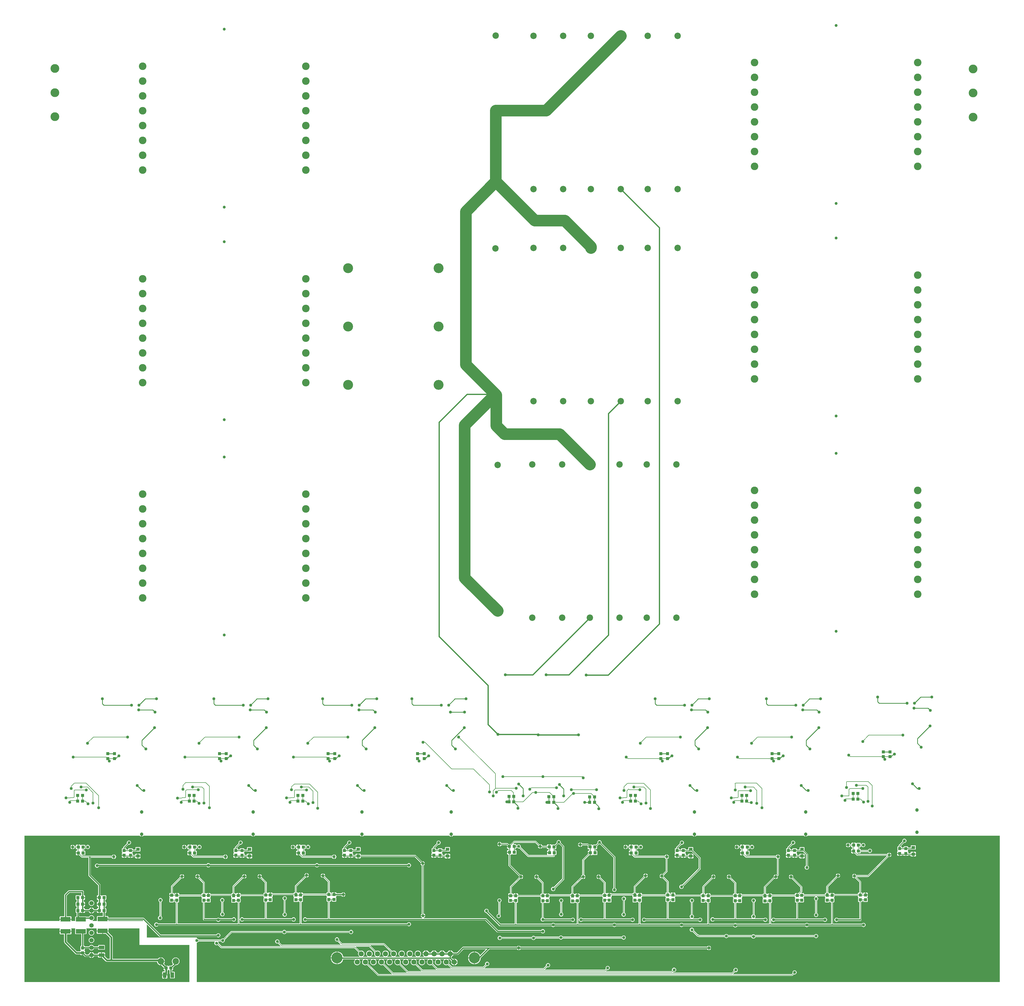
<source format=gbl>
G04 Layer_Physical_Order=2*
G04 Layer_Color=16711680*
%FSLAX25Y25*%
%MOIN*%
G70*
G01*
G75*
%ADD19R,0.04331X0.04331*%
%ADD20R,0.04331X0.04331*%
%ADD21R,0.07480X0.04724*%
%ADD22R,0.04724X0.07480*%
%ADD31C,0.00787*%
%ADD32C,0.01000*%
%ADD33C,0.01575*%
%ADD34C,0.15748*%
%ADD35C,0.02362*%
%ADD36C,0.08661*%
%ADD37C,0.05905*%
%ADD38C,0.11811*%
%ADD39C,0.03937*%
%ADD40C,0.10236*%
%ADD41C,0.13386*%
%ADD42C,0.07000*%
%ADD43C,0.15000*%
%ADD44C,0.04724*%
%ADD45C,0.04000*%
%ADD46R,0.13780X0.05905*%
%ADD47R,0.05118X0.04331*%
G36*
X1334187Y600334D02*
X1333839Y600067D01*
X1333150Y599168D01*
X1332716Y598123D01*
X1332568Y597000D01*
X1332716Y595878D01*
X1333150Y594832D01*
X1333839Y593933D01*
X1334737Y593244D01*
X1335783Y592811D01*
X1336905Y592663D01*
X1338028Y592811D01*
X1338980Y593205D01*
X1345005Y587179D01*
X1344814Y586717D01*
X1327099D01*
X1318890Y594926D01*
X1319284Y595878D01*
X1319432Y597000D01*
X1319284Y598123D01*
X1318851Y599168D01*
X1318161Y600067D01*
X1317813Y600334D01*
X1317982Y600834D01*
X1323112D01*
X1323282Y600334D01*
X1322933Y600067D01*
X1322244Y599168D01*
X1321811Y598123D01*
X1321663Y597000D01*
X1321811Y595878D01*
X1322244Y594832D01*
X1322933Y593933D01*
X1323831Y593244D01*
X1324877Y592811D01*
X1326000Y592663D01*
X1327122Y592811D01*
X1328168Y593244D01*
X1329067Y593933D01*
X1329756Y594832D01*
X1330189Y595878D01*
X1330337Y597000D01*
X1330189Y598123D01*
X1329756Y599168D01*
X1329067Y600067D01*
X1328718Y600334D01*
X1328888Y600834D01*
X1334018D01*
X1334187Y600334D01*
D02*
G37*
G36*
X1312376D02*
X1312028Y600067D01*
X1311339Y599168D01*
X1310905Y598123D01*
X1310757Y597000D01*
X1310905Y595878D01*
X1311339Y594832D01*
X1312028Y593933D01*
X1312926Y593244D01*
X1313972Y592811D01*
X1315094Y592663D01*
X1316217Y592811D01*
X1317169Y593205D01*
X1325194Y585179D01*
X1325003Y584717D01*
X1307288D01*
X1297079Y594926D01*
X1297473Y595878D01*
X1297621Y597000D01*
X1297473Y598123D01*
X1297040Y599168D01*
X1296350Y600067D01*
X1296002Y600334D01*
X1296171Y600834D01*
X1301301D01*
X1301471Y600334D01*
X1301122Y600067D01*
X1300433Y599168D01*
X1300000Y598123D01*
X1299852Y597000D01*
X1300000Y595878D01*
X1300433Y594832D01*
X1301122Y593933D01*
X1302020Y593244D01*
X1303067Y592811D01*
X1304189Y592663D01*
X1305311Y592811D01*
X1306357Y593244D01*
X1307256Y593933D01*
X1307945Y594832D01*
X1308378Y595878D01*
X1308526Y597000D01*
X1308378Y598123D01*
X1307945Y599168D01*
X1307256Y600067D01*
X1306907Y600334D01*
X1307077Y600834D01*
X1312206D01*
X1312376Y600334D01*
D02*
G37*
G36*
X1290565D02*
X1290217Y600067D01*
X1289527Y599168D01*
X1289094Y598123D01*
X1288946Y597000D01*
X1289094Y595878D01*
X1289527Y594832D01*
X1290217Y593933D01*
X1291115Y593244D01*
X1292161Y592811D01*
X1293283Y592663D01*
X1294406Y592811D01*
X1295358Y593205D01*
X1305383Y583179D01*
X1305192Y582717D01*
X1287477D01*
X1275268Y594926D01*
X1275662Y595878D01*
X1275809Y597000D01*
X1275662Y598123D01*
X1275229Y599168D01*
X1274539Y600067D01*
X1274191Y600334D01*
X1274360Y600834D01*
X1279490D01*
X1279660Y600334D01*
X1279311Y600067D01*
X1278622Y599168D01*
X1278189Y598123D01*
X1278041Y597000D01*
X1278189Y595878D01*
X1278622Y594832D01*
X1279311Y593933D01*
X1280209Y593244D01*
X1281255Y592811D01*
X1282378Y592663D01*
X1283500Y592811D01*
X1284546Y593244D01*
X1285445Y593933D01*
X1286134Y594832D01*
X1286567Y595878D01*
X1286715Y597000D01*
X1286567Y598123D01*
X1286134Y599168D01*
X1285445Y600067D01*
X1285096Y600334D01*
X1285266Y600834D01*
X1290396D01*
X1290565Y600334D01*
D02*
G37*
G36*
X1355998D02*
X1355650Y600067D01*
X1354961Y599168D01*
X1354527Y598123D01*
X1354379Y597000D01*
X1354527Y595878D01*
X1354961Y594832D01*
X1355650Y593933D01*
X1356548Y593244D01*
X1357594Y592811D01*
X1358716Y592663D01*
X1359839Y592811D01*
X1360791Y593205D01*
X1364816Y589179D01*
X1364625Y588717D01*
X1346910D01*
X1340701Y594926D01*
X1341095Y595878D01*
X1341243Y597000D01*
X1341095Y598123D01*
X1340662Y599168D01*
X1339972Y600067D01*
X1339624Y600334D01*
X1339793Y600834D01*
X1344923D01*
X1345093Y600334D01*
X1344744Y600067D01*
X1344055Y599168D01*
X1343622Y598123D01*
X1343474Y597000D01*
X1343622Y595878D01*
X1344055Y594832D01*
X1344744Y593933D01*
X1345642Y593244D01*
X1346688Y592811D01*
X1347811Y592663D01*
X1348934Y592811D01*
X1349980Y593244D01*
X1350878Y593933D01*
X1351567Y594832D01*
X1352000Y595878D01*
X1352148Y597000D01*
X1352000Y598123D01*
X1351567Y599168D01*
X1350878Y600067D01*
X1350529Y600334D01*
X1350699Y600834D01*
X1355829D01*
X1355998Y600334D01*
D02*
G37*
G36*
X950249Y652962D02*
X950058Y652500D01*
X903205D01*
Y653381D01*
X949830D01*
X950249Y652962D01*
D02*
G37*
G36*
X945000Y620000D02*
X1012500D01*
Y570000D01*
X790000D01*
Y642500D01*
X837546D01*
X837773Y642000D01*
X837668Y641843D01*
X837591Y641453D01*
Y639000D01*
X845500D01*
X853409D01*
Y641453D01*
X853332Y641843D01*
X853227Y642000D01*
X853454Y642500D01*
X858338D01*
X858479Y642159D01*
X858514Y642000D01*
X858357Y641765D01*
X858295Y641453D01*
Y635547D01*
X858357Y635235D01*
X858533Y634971D01*
X858798Y634794D01*
X859110Y634732D01*
X866881D01*
Y618981D01*
X866335D01*
X866022Y618919D01*
X865758Y618742D01*
X865581Y618477D01*
X865519Y618165D01*
Y613835D01*
X865581Y613522D01*
X865758Y613258D01*
X865958Y613124D01*
X865971Y612838D01*
X865919Y612594D01*
X865614Y612390D01*
X865393Y612059D01*
X865315Y611669D01*
Y611524D01*
X860833D01*
X847520Y624837D01*
Y634528D01*
X852390D01*
X852780Y634605D01*
X853111Y634826D01*
X853332Y635157D01*
X853409Y635547D01*
Y638000D01*
X845500D01*
X837591D01*
Y635547D01*
X837668Y635157D01*
X837889Y634826D01*
X838220Y634605D01*
X838610Y634528D01*
X843480D01*
Y624000D01*
X843634Y623227D01*
X844072Y622572D01*
X858568Y608076D01*
X859223Y607638D01*
X859996Y607484D01*
X865315D01*
Y607339D01*
X865393Y606948D01*
X865614Y606618D01*
X865944Y606397D01*
X866335Y606319D01*
X868000D01*
Y609504D01*
X868500D01*
Y610004D01*
X871685D01*
Y611669D01*
X871607Y612059D01*
X871386Y612390D01*
X871081Y612594D01*
X871029Y612838D01*
X871041Y613124D01*
X871242Y613258D01*
X871419Y613522D01*
X871481Y613835D01*
Y614882D01*
X877108D01*
X877222Y614607D01*
X877824Y613824D01*
X878607Y613222D01*
X879520Y612844D01*
X880500Y612715D01*
X881480Y612844D01*
X882393Y613222D01*
X883177Y613824D01*
X883778Y614607D01*
X883891Y614882D01*
X889444D01*
Y614374D01*
X889506Y614062D01*
X889683Y613797D01*
X889948Y613620D01*
X890260Y613558D01*
X897740D01*
X898052Y613620D01*
X898317Y613797D01*
X898494Y614062D01*
X898556Y614374D01*
Y619098D01*
X898494Y619411D01*
X898317Y619675D01*
X898052Y619852D01*
X897740Y619914D01*
X890260D01*
X889948Y619852D01*
X889683Y619675D01*
X889506Y619411D01*
X889444Y619098D01*
Y618118D01*
X883891D01*
X883778Y618393D01*
X883177Y619176D01*
X882393Y619778D01*
X881480Y620156D01*
X880500Y620285D01*
X879520Y620156D01*
X878607Y619778D01*
X877824Y619176D01*
X877222Y618393D01*
X877108Y618118D01*
X871481D01*
Y618165D01*
X871419Y618477D01*
X871242Y618742D01*
X870977Y618919D01*
X870665Y618981D01*
X870119D01*
Y634732D01*
X872890D01*
X873202Y634794D01*
X873466Y634971D01*
X873643Y635235D01*
X873705Y635547D01*
Y641453D01*
X873643Y641765D01*
X873486Y642000D01*
X873520Y642159D01*
X873662Y642500D01*
X887218D01*
X887600Y642000D01*
X887591Y641953D01*
Y639500D01*
X895500D01*
X903409D01*
Y641953D01*
X903400Y642000D01*
X903782Y642500D01*
X945000D01*
Y620000D01*
D02*
G37*
G36*
X1262224Y610255D02*
X1261830Y609304D01*
X1261683Y608181D01*
X1261830Y607059D01*
X1262264Y606013D01*
X1262953Y605114D01*
X1263661Y604571D01*
X1263491Y604071D01*
X1257643D01*
X1257473Y604571D01*
X1258181Y605114D01*
X1258870Y606013D01*
X1259303Y607059D01*
X1259451Y608181D01*
X1259303Y609304D01*
X1258870Y610350D01*
X1258181Y611248D01*
X1257283Y611937D01*
X1256237Y612370D01*
X1255114Y612518D01*
X1253992Y612370D01*
X1252946Y611937D01*
X1252047Y611248D01*
X1251358Y610350D01*
X1250925Y609304D01*
X1250777Y608181D01*
X1250925Y607059D01*
X1251358Y606013D01*
X1252047Y605114D01*
X1252755Y604571D01*
X1252585Y604071D01*
X1246737D01*
X1246568Y604571D01*
X1247276Y605114D01*
X1247965Y606013D01*
X1248398Y607059D01*
X1248546Y608181D01*
X1248398Y609304D01*
X1247965Y610350D01*
X1247276Y611248D01*
X1246377Y611937D01*
X1245331Y612370D01*
X1244209Y612518D01*
X1243086Y612370D01*
X1242213Y612009D01*
X1236900Y617321D01*
X1237092Y617783D01*
X1254697D01*
X1262224Y610255D01*
D02*
G37*
G36*
X1844028Y766175D02*
X1844405Y766224D01*
X1845223Y766563D01*
X1845926Y767102D01*
X1846231Y767500D01*
X2105000D01*
Y570000D01*
X1022500D01*
Y623176D01*
X1023231Y623272D01*
X1023912Y623554D01*
X1024497Y624003D01*
X1024946Y624588D01*
X1025027Y624783D01*
X1046592D01*
X1046839Y624283D01*
X1046554Y623912D01*
X1046272Y623231D01*
X1046176Y622500D01*
X1046272Y621769D01*
X1046554Y621088D01*
X1047003Y620503D01*
X1047588Y620054D01*
X1048269Y619772D01*
X1049000Y619676D01*
X1049731Y619772D01*
X1050412Y620054D01*
X1050589Y620190D01*
X1054639Y616139D01*
X1055034Y615876D01*
X1055500Y615783D01*
X1234996D01*
X1240446Y610333D01*
X1240019Y609304D01*
X1239872Y608181D01*
X1240019Y607059D01*
X1240453Y606013D01*
X1241142Y605114D01*
X1241850Y604571D01*
X1241680Y604071D01*
X1219986D01*
X1219968Y604257D01*
X1219481Y605859D01*
X1218692Y607336D01*
X1217630Y608630D01*
X1216336Y609692D01*
X1214859Y610482D01*
X1213257Y610968D01*
X1212091Y611082D01*
Y602591D01*
Y594099D01*
X1213257Y594213D01*
X1214859Y594700D01*
X1216336Y595489D01*
X1217630Y596551D01*
X1218692Y597845D01*
X1219481Y599322D01*
X1219940Y600834D01*
X1235868D01*
X1236038Y600334D01*
X1235689Y600067D01*
X1235000Y599168D01*
X1234567Y598123D01*
X1234419Y597000D01*
X1234567Y595878D01*
X1235000Y594832D01*
X1235689Y593933D01*
X1236587Y593244D01*
X1237633Y592811D01*
X1238756Y592663D01*
X1239878Y592811D01*
X1240924Y593244D01*
X1241823Y593933D01*
X1242512Y594832D01*
X1242945Y595878D01*
X1243093Y597000D01*
X1242945Y598123D01*
X1242512Y599168D01*
X1241823Y600067D01*
X1241474Y600334D01*
X1241644Y600834D01*
X1246774D01*
X1246943Y600334D01*
X1246595Y600067D01*
X1245905Y599168D01*
X1245472Y598123D01*
X1245324Y597000D01*
X1245472Y595878D01*
X1245905Y594832D01*
X1246595Y593933D01*
X1247493Y593244D01*
X1248539Y592811D01*
X1249661Y592663D01*
X1250784Y592811D01*
X1251735Y593205D01*
X1266301Y578639D01*
X1266696Y578376D01*
X1267161Y578283D01*
X1825000D01*
X1825466Y578376D01*
X1825861Y578639D01*
X1827574Y580353D01*
X1827769Y580272D01*
X1828500Y580176D01*
X1829231Y580272D01*
X1829912Y580554D01*
X1830497Y581003D01*
X1830946Y581588D01*
X1831228Y582269D01*
X1831324Y583000D01*
X1831228Y583731D01*
X1830946Y584412D01*
X1830497Y584997D01*
X1829912Y585446D01*
X1829231Y585728D01*
X1828500Y585824D01*
X1827769Y585728D01*
X1827088Y585446D01*
X1826503Y584997D01*
X1826054Y584412D01*
X1825772Y583731D01*
X1825676Y583000D01*
X1825772Y582269D01*
X1825853Y582074D01*
X1824496Y580717D01*
X1745840D01*
X1745648Y581179D01*
X1748074Y583605D01*
X1748269Y583524D01*
X1749000Y583428D01*
X1749731Y583524D01*
X1750412Y583806D01*
X1750997Y584255D01*
X1751446Y584840D01*
X1751728Y585521D01*
X1751824Y586252D01*
X1751728Y586983D01*
X1751446Y587664D01*
X1750997Y588249D01*
X1750412Y588698D01*
X1749731Y588980D01*
X1749000Y589076D01*
X1748269Y588980D01*
X1747588Y588698D01*
X1747003Y588249D01*
X1746554Y587664D01*
X1746272Y586983D01*
X1746176Y586252D01*
X1746272Y585521D01*
X1746353Y585326D01*
X1743744Y582717D01*
X1664592D01*
X1664400Y583179D01*
X1665074Y583853D01*
X1665269Y583772D01*
X1666000Y583676D01*
X1666731Y583772D01*
X1667412Y584054D01*
X1667997Y584503D01*
X1668446Y585088D01*
X1668728Y585769D01*
X1668824Y586500D01*
X1668728Y587231D01*
X1668446Y587912D01*
X1667997Y588497D01*
X1667412Y588946D01*
X1666731Y589228D01*
X1666000Y589324D01*
X1665269Y589228D01*
X1664588Y588946D01*
X1664003Y588497D01*
X1663554Y587912D01*
X1663272Y587231D01*
X1663176Y586500D01*
X1663272Y585769D01*
X1663353Y585574D01*
X1662496Y584717D01*
X1574592D01*
X1574400Y585179D01*
X1575574Y586353D01*
X1575769Y586272D01*
X1576500Y586176D01*
X1577231Y586272D01*
X1577912Y586554D01*
X1578497Y587003D01*
X1578946Y587588D01*
X1579228Y588269D01*
X1579324Y589000D01*
X1579228Y589731D01*
X1578946Y590412D01*
X1578497Y590997D01*
X1577912Y591446D01*
X1577231Y591728D01*
X1576500Y591824D01*
X1575769Y591728D01*
X1575088Y591446D01*
X1574503Y590997D01*
X1574054Y590412D01*
X1573772Y589731D01*
X1573676Y589000D01*
X1573772Y588269D01*
X1573853Y588074D01*
X1572496Y586717D01*
X1492092D01*
X1491900Y587179D01*
X1494899Y590177D01*
X1495269Y590024D01*
X1496000Y589928D01*
X1496731Y590024D01*
X1497412Y590306D01*
X1497997Y590755D01*
X1498446Y591340D01*
X1498728Y592021D01*
X1498824Y592752D01*
X1498728Y593483D01*
X1498446Y594164D01*
X1497997Y594749D01*
X1497412Y595198D01*
X1496731Y595480D01*
X1496000Y595576D01*
X1495269Y595480D01*
X1494588Y595198D01*
X1494003Y594749D01*
X1493554Y594164D01*
X1493272Y593483D01*
X1493176Y592752D01*
X1493272Y592021D01*
X1493280Y592001D01*
X1489996Y588717D01*
X1410592D01*
X1410400Y589179D01*
X1413074Y591853D01*
X1413269Y591772D01*
X1414000Y591676D01*
X1414731Y591772D01*
X1415412Y592054D01*
X1415997Y592503D01*
X1416446Y593088D01*
X1416728Y593769D01*
X1416824Y594500D01*
X1416728Y595231D01*
X1416446Y595912D01*
X1415997Y596497D01*
X1415412Y596946D01*
X1414731Y597228D01*
X1414000Y597324D01*
X1413269Y597228D01*
X1412588Y596946D01*
X1412003Y596497D01*
X1411554Y595912D01*
X1411272Y595231D01*
X1411176Y594500D01*
X1411272Y593769D01*
X1411353Y593574D01*
X1408496Y590717D01*
X1366721D01*
X1362512Y594926D01*
X1362906Y595878D01*
X1363054Y597000D01*
X1362906Y598123D01*
X1362473Y599168D01*
X1361783Y600067D01*
X1361435Y600334D01*
X1361604Y600834D01*
X1363499D01*
X1365508Y598826D01*
X1365238Y598175D01*
X1365149Y597500D01*
X1369122D01*
Y601473D01*
X1368447Y601384D01*
X1367796Y601115D01*
X1365788Y603123D01*
Y603981D01*
X1366439Y604250D01*
X1367379Y604972D01*
X1368100Y605912D01*
X1368370Y606563D01*
X1373681D01*
X1374300Y606686D01*
X1374825Y607037D01*
X1382170Y614382D01*
X1411939D01*
X1412131Y613920D01*
X1404763Y606552D01*
X1404269Y606626D01*
X1403889Y607336D01*
X1402827Y608630D01*
X1401533Y609692D01*
X1400056Y610482D01*
X1398454Y610968D01*
X1397287Y611082D01*
Y602591D01*
Y594099D01*
X1398454Y594213D01*
X1400056Y594700D01*
X1401533Y595489D01*
X1402827Y596551D01*
X1403889Y597845D01*
X1404678Y599322D01*
X1405164Y600924D01*
X1405323Y602534D01*
X1417170Y614382D01*
X1453961D01*
X1454360Y613860D01*
X1454987Y613379D01*
X1455717Y613077D01*
X1456000Y613040D01*
Y616000D01*
Y618960D01*
X1455717Y618923D01*
X1454987Y618620D01*
X1454360Y618140D01*
X1453961Y617619D01*
X1381500D01*
X1380881Y617495D01*
X1380355Y617144D01*
X1373011Y609800D01*
X1368370D01*
X1368100Y610451D01*
X1367379Y611390D01*
X1366439Y612112D01*
X1365344Y612565D01*
X1364669Y612654D01*
Y608181D01*
X1363669D01*
Y612654D01*
X1362994Y612565D01*
X1361900Y612112D01*
X1360960Y611390D01*
X1360239Y610451D01*
X1359969Y609800D01*
X1357464D01*
X1357195Y610451D01*
X1356473Y611390D01*
X1355533Y612112D01*
X1354438Y612565D01*
X1353764Y612654D01*
Y608181D01*
X1352764D01*
Y612654D01*
X1352089Y612565D01*
X1350994Y612112D01*
X1350054Y611390D01*
X1349333Y610451D01*
X1349063Y609800D01*
X1346559D01*
X1346289Y610451D01*
X1345568Y611390D01*
X1344628Y612112D01*
X1343533Y612565D01*
X1342858Y612654D01*
Y608181D01*
X1341858D01*
Y612654D01*
X1341183Y612565D01*
X1340089Y612112D01*
X1339149Y611390D01*
X1338428Y610451D01*
X1338158Y609800D01*
X1335653D01*
X1335384Y610451D01*
X1334662Y611390D01*
X1333722Y612112D01*
X1332627Y612565D01*
X1331953Y612654D01*
Y608181D01*
X1331453D01*
Y607681D01*
X1326980D01*
X1327069Y607006D01*
X1327522Y605912D01*
X1328243Y604972D01*
X1328765Y604571D01*
X1328595Y604071D01*
X1323076D01*
X1322906Y604571D01*
X1323614Y605114D01*
X1324303Y606013D01*
X1324737Y607059D01*
X1324884Y608181D01*
X1324737Y609304D01*
X1324303Y610350D01*
X1323614Y611248D01*
X1322716Y611937D01*
X1321670Y612370D01*
X1320547Y612518D01*
X1319425Y612370D01*
X1318379Y611937D01*
X1317480Y611248D01*
X1316791Y610350D01*
X1316358Y609304D01*
X1316210Y608181D01*
X1316358Y607059D01*
X1316791Y606013D01*
X1317480Y605114D01*
X1318188Y604571D01*
X1318018Y604071D01*
X1312171D01*
X1312001Y604571D01*
X1312708Y605114D01*
X1313398Y606013D01*
X1313831Y607059D01*
X1313979Y608181D01*
X1313831Y609304D01*
X1313398Y610350D01*
X1312708Y611248D01*
X1311810Y611937D01*
X1310764Y612370D01*
X1309642Y612518D01*
X1308519Y612370D01*
X1307473Y611937D01*
X1306575Y611248D01*
X1305886Y610350D01*
X1305452Y609304D01*
X1305305Y608181D01*
X1305452Y607059D01*
X1305886Y606013D01*
X1306575Y605114D01*
X1307283Y604571D01*
X1307113Y604071D01*
X1301265D01*
X1301095Y604571D01*
X1301803Y605114D01*
X1302492Y606013D01*
X1302925Y607059D01*
X1303073Y608181D01*
X1302925Y609304D01*
X1302492Y610350D01*
X1301803Y611248D01*
X1300905Y611937D01*
X1299859Y612370D01*
X1298736Y612518D01*
X1297614Y612370D01*
X1296568Y611937D01*
X1295669Y611248D01*
X1294980Y610350D01*
X1294547Y609304D01*
X1294399Y608181D01*
X1294547Y607059D01*
X1294980Y606013D01*
X1295669Y605114D01*
X1296377Y604571D01*
X1296207Y604071D01*
X1290359D01*
X1290190Y604571D01*
X1290897Y605114D01*
X1291587Y606013D01*
X1292020Y607059D01*
X1292168Y608181D01*
X1292020Y609304D01*
X1291587Y610350D01*
X1290897Y611248D01*
X1289999Y611937D01*
X1288953Y612370D01*
X1287831Y612518D01*
X1286708Y612370D01*
X1285757Y611976D01*
X1275872Y621861D01*
X1275478Y622124D01*
X1275012Y622217D01*
X1218504D01*
X1214147Y626574D01*
X1214228Y626769D01*
X1214324Y627500D01*
X1214228Y628231D01*
X1213946Y628912D01*
X1213497Y629497D01*
X1212912Y629946D01*
X1212231Y630228D01*
X1211500Y630324D01*
X1210769Y630228D01*
X1210088Y629946D01*
X1209503Y629497D01*
X1209054Y628912D01*
X1208772Y628231D01*
X1208676Y627500D01*
X1208772Y626769D01*
X1209054Y626088D01*
X1209503Y625503D01*
X1210088Y625054D01*
X1210769Y624772D01*
X1211500Y624676D01*
X1212231Y624772D01*
X1212426Y624853D01*
X1216600Y620679D01*
X1216408Y620217D01*
X1137256D01*
X1133647Y623826D01*
X1133728Y624021D01*
X1133824Y624752D01*
X1133728Y625483D01*
X1133446Y626164D01*
X1132997Y626749D01*
X1132412Y627198D01*
X1131731Y627480D01*
X1131000Y627576D01*
X1130269Y627480D01*
X1129588Y627198D01*
X1129003Y626749D01*
X1128554Y626164D01*
X1128272Y625483D01*
X1128176Y624752D01*
X1128272Y624021D01*
X1128554Y623340D01*
X1129003Y622755D01*
X1129588Y622306D01*
X1130269Y622024D01*
X1131000Y621928D01*
X1131731Y622024D01*
X1131926Y622105D01*
X1135352Y618679D01*
X1135160Y618217D01*
X1056004D01*
X1051812Y622409D01*
X1051824Y622500D01*
X1051728Y623231D01*
X1051446Y623912D01*
X1051161Y624283D01*
X1051408Y624783D01*
X1054973D01*
X1055054Y624588D01*
X1055503Y624003D01*
X1056088Y623554D01*
X1056769Y623272D01*
X1057500Y623176D01*
X1058231Y623272D01*
X1058912Y623554D01*
X1059497Y624003D01*
X1059946Y624588D01*
X1060228Y625269D01*
X1060324Y626000D01*
X1060228Y626731D01*
X1060147Y626926D01*
X1069504Y636283D01*
X1137973D01*
X1138054Y636088D01*
X1138503Y635503D01*
X1139088Y635054D01*
X1139769Y634772D01*
X1140500Y634676D01*
X1141231Y634772D01*
X1141912Y635054D01*
X1142497Y635503D01*
X1142946Y636088D01*
X1143027Y636283D01*
X1227973D01*
X1228054Y636088D01*
X1228503Y635503D01*
X1229088Y635054D01*
X1229769Y634772D01*
X1230500Y634676D01*
X1231231Y634772D01*
X1231912Y635054D01*
X1232497Y635503D01*
X1232946Y636088D01*
X1233228Y636769D01*
X1233324Y637500D01*
X1233228Y638231D01*
X1232946Y638912D01*
X1232497Y639497D01*
X1231912Y639946D01*
X1231231Y640228D01*
X1230500Y640324D01*
X1229769Y640228D01*
X1229088Y639946D01*
X1228503Y639497D01*
X1228054Y638912D01*
X1227973Y638717D01*
X1143027D01*
X1142946Y638912D01*
X1142497Y639497D01*
X1141912Y639946D01*
X1141231Y640228D01*
X1140500Y640324D01*
X1139769Y640228D01*
X1139088Y639946D01*
X1138503Y639497D01*
X1138054Y638912D01*
X1137973Y638717D01*
X1069000D01*
X1068534Y638624D01*
X1068139Y638361D01*
X1058426Y628647D01*
X1058231Y628728D01*
X1057500Y628824D01*
X1056769Y628728D01*
X1056088Y628446D01*
X1055503Y627997D01*
X1055054Y627412D01*
X1054973Y627217D01*
X1025027D01*
X1024946Y627412D01*
X1024497Y627997D01*
X1023912Y628446D01*
X1023231Y628728D01*
X1022500Y628824D01*
Y630000D01*
X955000D01*
Y647558D01*
X955462Y647749D01*
X971856Y631355D01*
X972381Y631005D01*
X973000Y630882D01*
X1049661D01*
X1050088Y630554D01*
X1050769Y630272D01*
X1051500Y630176D01*
X1052231Y630272D01*
X1052912Y630554D01*
X1053497Y631003D01*
X1053946Y631588D01*
X1054228Y632269D01*
X1054324Y633000D01*
X1054228Y633731D01*
X1053946Y634412D01*
X1053497Y634997D01*
X1052912Y635446D01*
X1052231Y635728D01*
X1051500Y635824D01*
X1050769Y635728D01*
X1050088Y635446D01*
X1049503Y634997D01*
X1049054Y634412D01*
X1048933Y634119D01*
X973670D01*
X951644Y656144D01*
X951119Y656495D01*
X950500Y656618D01*
X903205D01*
Y658095D01*
X903143Y658407D01*
X902966Y658671D01*
X902702Y658848D01*
X902390Y658910D01*
X899115D01*
Y663519D01*
X899661D01*
X899974Y663581D01*
X900238Y663758D01*
X900415Y664022D01*
X900477Y664335D01*
Y668665D01*
X900415Y668977D01*
X900238Y669242D01*
X899974Y669419D01*
X899661Y669481D01*
X899115D01*
Y672019D01*
X899661D01*
X899974Y672081D01*
X900238Y672258D01*
X900415Y672522D01*
X900477Y672835D01*
Y677165D01*
X900415Y677478D01*
X900238Y677742D01*
X899974Y677919D01*
X899661Y677981D01*
X899119D01*
Y681019D01*
X899661D01*
X899974Y681081D01*
X900238Y681258D01*
X900415Y681523D01*
X900477Y681835D01*
Y686165D01*
X900415Y686478D01*
X900238Y686742D01*
X899974Y686919D01*
X899661Y686981D01*
X895331D01*
X895019Y686919D01*
X894754Y686742D01*
X894620Y686542D01*
X894334Y686529D01*
X894090Y686581D01*
X893886Y686886D01*
X893556Y687107D01*
X893165Y687185D01*
X892618D01*
Y701000D01*
X892495Y701619D01*
X892144Y702144D01*
X879618Y714670D01*
Y737783D01*
X907777D01*
X907899Y737487D01*
X908380Y736860D01*
X909007Y736379D01*
X909737Y736077D01*
X910020Y736040D01*
Y739000D01*
Y741960D01*
X909737Y741923D01*
X909007Y741620D01*
X908380Y741140D01*
X907899Y740513D01*
X907777Y740217D01*
X879036D01*
X878619Y740495D01*
X878000Y740619D01*
X877381Y740495D01*
X876964Y740217D01*
X868325D01*
X867789Y740753D01*
X867980Y741215D01*
X871286D01*
X871598Y741277D01*
X871863Y741454D01*
X872039Y741719D01*
X872101Y742031D01*
Y746361D01*
X872039Y746673D01*
X871863Y746938D01*
X871598Y747115D01*
X871286Y747177D01*
X870338D01*
Y749215D01*
X871286D01*
X871598Y749277D01*
X871863Y749454D01*
X872039Y749719D01*
X872101Y750031D01*
Y750979D01*
X872946D01*
X873027Y750784D01*
X873475Y750199D01*
X874060Y749750D01*
X874741Y749468D01*
X875472Y749372D01*
X876203Y749468D01*
X876884Y749750D01*
X877469Y750199D01*
X877918Y750784D01*
X878200Y751465D01*
X878297Y752196D01*
X878200Y752927D01*
X877918Y753608D01*
X877469Y754193D01*
X876884Y754642D01*
X876203Y754924D01*
X875472Y755020D01*
X874741Y754924D01*
X874060Y754642D01*
X873475Y754193D01*
X873027Y753608D01*
X872946Y753413D01*
X872101D01*
Y754361D01*
X872039Y754673D01*
X871863Y754938D01*
X871598Y755115D01*
X871286Y755177D01*
X866955D01*
X866643Y755115D01*
X866378Y754938D01*
X866244Y754738D01*
X865958Y754725D01*
X865715Y754777D01*
X865511Y755082D01*
X865180Y755303D01*
X864790Y755381D01*
X863124D01*
Y752196D01*
X862124D01*
Y755381D01*
X860459D01*
X860069Y755303D01*
X859738Y755082D01*
X859517Y754752D01*
X859439Y754361D01*
Y753413D01*
X857815D01*
X857693Y753709D01*
X857212Y754336D01*
X856585Y754817D01*
X855856Y755119D01*
X855572Y755156D01*
Y752196D01*
Y749236D01*
X855856Y749273D01*
X856585Y749576D01*
X857212Y750056D01*
X857693Y750683D01*
X857815Y750979D01*
X859439D01*
Y750031D01*
X859517Y749641D01*
X859738Y749310D01*
X860069Y749089D01*
X860459Y749011D01*
X861407D01*
Y747381D01*
X860459D01*
X860069Y747303D01*
X859738Y747082D01*
X859517Y746752D01*
X859439Y746361D01*
Y744696D01*
X862624D01*
Y744196D01*
X863124D01*
Y741011D01*
X864088D01*
X866960Y738139D01*
X867355Y737876D01*
X867820Y737783D01*
X876381D01*
Y714000D01*
X876505Y713381D01*
X876856Y712856D01*
X889382Y700330D01*
Y687185D01*
X888835D01*
X888445Y687107D01*
X888114Y686886D01*
X887893Y686555D01*
X887815Y686165D01*
Y684500D01*
X891000D01*
Y683500D01*
X887815D01*
Y681835D01*
X887893Y681445D01*
X888114Y681114D01*
X888445Y680893D01*
X888835Y680815D01*
X889382D01*
Y678185D01*
X888835D01*
X888445Y678107D01*
X888114Y677886D01*
X887893Y677556D01*
X887815Y677165D01*
Y675500D01*
X891000D01*
Y674500D01*
X887815D01*
Y672835D01*
X887893Y672444D01*
X888114Y672114D01*
X888445Y671893D01*
X888835Y671815D01*
X889382D01*
Y669685D01*
X888835D01*
X888445Y669607D01*
X888114Y669386D01*
X887893Y669056D01*
X887815Y668665D01*
Y668118D01*
X884108D01*
X883953Y668493D01*
X883319Y669319D01*
X882493Y669953D01*
X881532Y670351D01*
X881000Y670421D01*
Y666500D01*
Y662579D01*
X881532Y662649D01*
X882493Y663047D01*
X883319Y663681D01*
X883953Y664507D01*
X884108Y664882D01*
X887815D01*
Y664335D01*
X887893Y663944D01*
X888114Y663614D01*
X888445Y663393D01*
X888835Y663315D01*
X890500D01*
Y666500D01*
X891500D01*
Y663315D01*
X893165D01*
X893556Y663393D01*
X893886Y663614D01*
X894090Y663919D01*
X894334Y663971D01*
X894620Y663959D01*
X894754Y663758D01*
X895019Y663581D01*
X895331Y663519D01*
X895878D01*
Y658910D01*
X888610D01*
X888298Y658848D01*
X888033Y658671D01*
X887857Y658407D01*
X887795Y658095D01*
Y652500D01*
X881956D01*
X881857Y653000D01*
X882393Y653222D01*
X883177Y653824D01*
X883778Y654607D01*
X884156Y655520D01*
X884285Y656500D01*
X884156Y657480D01*
X883778Y658393D01*
X883177Y659176D01*
X882393Y659778D01*
X881480Y660156D01*
X880500Y660285D01*
X879520Y660156D01*
X878607Y659778D01*
X877824Y659176D01*
X877222Y658393D01*
X877108Y658118D01*
X873502D01*
X873466Y658171D01*
X873202Y658348D01*
X872890Y658410D01*
X864520D01*
X863618Y659312D01*
Y663519D01*
X864165D01*
X864478Y663581D01*
X864742Y663758D01*
X864876Y663959D01*
X865162Y663971D01*
X865406Y663919D01*
X865610Y663614D01*
X865940Y663393D01*
X866331Y663315D01*
X867996D01*
Y666500D01*
X868996D01*
Y663315D01*
X870661D01*
X871052Y663393D01*
X871382Y663614D01*
X871603Y663944D01*
X871681Y664335D01*
Y664882D01*
X876892D01*
X877047Y664507D01*
X877681Y663681D01*
X878507Y663047D01*
X879468Y662649D01*
X880000Y662579D01*
Y666500D01*
Y670421D01*
X879468Y670351D01*
X878507Y669953D01*
X877681Y669319D01*
X877047Y668493D01*
X876892Y668118D01*
X871681D01*
Y668665D01*
X871603Y669056D01*
X871382Y669386D01*
X871052Y669607D01*
X870661Y669685D01*
X870115D01*
Y671815D01*
X870661D01*
X871052Y671893D01*
X871382Y672114D01*
X871603Y672444D01*
X871681Y672835D01*
Y674500D01*
X868496D01*
Y675500D01*
X871681D01*
Y677165D01*
X871603Y677556D01*
X871382Y677886D01*
X871052Y678107D01*
X870661Y678185D01*
X870115D01*
Y680815D01*
X870661D01*
X871052Y680893D01*
X871382Y681114D01*
X871603Y681445D01*
X871681Y681835D01*
Y683500D01*
X868496D01*
Y684500D01*
X871681D01*
Y686165D01*
X871603Y686555D01*
X871382Y686886D01*
X871052Y687107D01*
X870661Y687185D01*
X870115D01*
Y692004D01*
X869991Y692623D01*
X869641Y693148D01*
X869115Y693499D01*
X868496Y693622D01*
X850004D01*
X849385Y693499D01*
X848860Y693148D01*
X844356Y688644D01*
X844005Y688119D01*
X843882Y687500D01*
Y658614D01*
X838610D01*
X838220Y658536D01*
X837889Y658315D01*
X837668Y657985D01*
X837591Y657594D01*
Y655142D01*
X845500D01*
X853409D01*
Y657594D01*
X853332Y657985D01*
X853111Y658315D01*
X852780Y658536D01*
X852390Y658614D01*
X847118D01*
Y686830D01*
X850674Y690385D01*
X866878D01*
Y687185D01*
X866331D01*
X865940Y687107D01*
X865610Y686886D01*
X865406Y686581D01*
X865162Y686529D01*
X864876Y686542D01*
X864742Y686742D01*
X864478Y686919D01*
X864165Y686981D01*
X859835D01*
X859523Y686919D01*
X859258Y686742D01*
X859081Y686478D01*
X859019Y686165D01*
Y681835D01*
X859081Y681523D01*
X859258Y681258D01*
X859523Y681081D01*
X859835Y681019D01*
X860382D01*
Y677981D01*
X859835D01*
X859523Y677919D01*
X859258Y677742D01*
X859081Y677478D01*
X859019Y677165D01*
Y672835D01*
X859081Y672522D01*
X859258Y672258D01*
X859523Y672081D01*
X859835Y672019D01*
X860382D01*
Y669481D01*
X859835D01*
X859523Y669419D01*
X859258Y669242D01*
X859081Y668977D01*
X859019Y668665D01*
Y664335D01*
X859081Y664022D01*
X859258Y663758D01*
X859523Y663581D01*
X859835Y663519D01*
X860382D01*
Y658642D01*
X860191Y658410D01*
X859110D01*
X858798Y658348D01*
X858533Y658171D01*
X858357Y657907D01*
X858295Y657594D01*
Y652500D01*
X853409D01*
Y654142D01*
X845500D01*
X837591D01*
Y652500D01*
X790000D01*
Y767500D01*
X945297D01*
X945602Y767102D01*
X946304Y766563D01*
X947122Y766224D01*
X947500Y766175D01*
Y769500D01*
X948500D01*
Y766175D01*
X948878Y766224D01*
X949696Y766563D01*
X950398Y767102D01*
X950703Y767500D01*
X1095797D01*
X1096102Y767102D01*
X1096804Y766563D01*
X1097622Y766224D01*
X1098000Y766175D01*
Y769500D01*
X1099000D01*
Y766175D01*
X1099378Y766224D01*
X1100196Y766563D01*
X1100898Y767102D01*
X1101203Y767500D01*
X1242324D01*
X1242630Y767102D01*
X1243332Y766563D01*
X1244150Y766224D01*
X1244528Y766175D01*
Y769500D01*
X1245527D01*
Y766175D01*
X1245905Y766224D01*
X1246723Y766563D01*
X1247425Y767102D01*
X1247731Y767500D01*
X1362776D01*
X1363102Y767074D01*
X1363804Y766536D01*
X1364622Y766197D01*
X1365000Y766147D01*
Y769473D01*
X1366000D01*
Y766147D01*
X1366378Y766197D01*
X1367196Y766536D01*
X1367898Y767074D01*
X1368225Y767500D01*
X1690824D01*
X1691130Y767102D01*
X1691832Y766563D01*
X1692650Y766224D01*
X1693027Y766175D01*
Y769500D01*
X1694028D01*
Y766175D01*
X1694405Y766224D01*
X1695223Y766563D01*
X1695926Y767102D01*
X1696231Y767500D01*
X1840824D01*
X1841130Y767102D01*
X1841832Y766563D01*
X1842650Y766224D01*
X1843027Y766175D01*
Y769500D01*
X1844028D01*
Y766175D01*
D02*
G37*
G36*
X1284035Y610255D02*
X1283641Y609304D01*
X1283494Y608181D01*
X1283641Y607059D01*
X1284075Y606013D01*
X1284764Y605114D01*
X1285472Y604571D01*
X1285302Y604071D01*
X1279454D01*
X1279284Y604571D01*
X1279992Y605114D01*
X1280681Y606013D01*
X1281114Y607059D01*
X1281262Y608181D01*
X1281114Y609304D01*
X1280681Y610350D01*
X1279992Y611248D01*
X1279094Y611937D01*
X1278048Y612370D01*
X1276925Y612518D01*
X1275803Y612370D01*
X1274757Y611937D01*
X1273858Y611248D01*
X1273169Y610350D01*
X1272736Y609304D01*
X1272588Y608181D01*
X1272736Y607059D01*
X1273169Y606013D01*
X1273858Y605114D01*
X1274566Y604571D01*
X1274396Y604071D01*
X1268548D01*
X1268379Y604571D01*
X1269086Y605114D01*
X1269776Y606013D01*
X1270209Y607059D01*
X1270357Y608181D01*
X1270209Y609304D01*
X1269776Y610350D01*
X1269086Y611248D01*
X1268188Y611937D01*
X1267142Y612370D01*
X1266020Y612518D01*
X1264897Y612370D01*
X1263946Y611976D01*
X1256601Y619321D01*
X1256792Y619783D01*
X1274508D01*
X1284035Y610255D01*
D02*
G37*
G36*
X1268754Y600334D02*
X1268406Y600067D01*
X1267716Y599168D01*
X1267283Y598123D01*
X1267135Y597000D01*
X1267283Y595878D01*
X1267716Y594832D01*
X1268406Y593933D01*
X1269304Y593244D01*
X1270350Y592811D01*
X1271472Y592663D01*
X1272595Y592811D01*
X1273546Y593205D01*
X1285572Y581179D01*
X1285381Y580717D01*
X1267666D01*
X1253457Y594926D01*
X1253851Y595878D01*
X1253998Y597000D01*
X1253851Y598123D01*
X1253417Y599168D01*
X1252728Y600067D01*
X1252380Y600334D01*
X1252549Y600834D01*
X1257679D01*
X1257849Y600334D01*
X1257500Y600067D01*
X1256811Y599168D01*
X1256378Y598123D01*
X1256230Y597000D01*
X1256378Y595878D01*
X1256811Y594832D01*
X1257500Y593933D01*
X1258398Y593244D01*
X1259444Y592811D01*
X1260567Y592663D01*
X1261689Y592811D01*
X1262735Y593244D01*
X1263634Y593933D01*
X1264323Y594832D01*
X1264756Y595878D01*
X1264904Y597000D01*
X1264756Y598123D01*
X1264323Y599168D01*
X1263634Y600067D01*
X1263285Y600334D01*
X1263455Y600834D01*
X1268585D01*
X1268754Y600334D01*
D02*
G37*
%LPC*%
G36*
X974500Y603311D02*
Y598500D01*
X979311D01*
X979193Y599392D01*
X978656Y600688D01*
X977802Y601802D01*
X976688Y602656D01*
X975392Y603194D01*
X974500Y603311D01*
D02*
G37*
G36*
X903409Y638500D02*
X896000D01*
Y635028D01*
X899616D01*
X904980Y629663D01*
Y601520D01*
X901837D01*
X898760Y604597D01*
Y606000D01*
X894500D01*
Y603118D01*
X894525D01*
X899572Y598072D01*
X900227Y597634D01*
X901000Y597480D01*
X968692D01*
X968806Y596608D01*
X969344Y595312D01*
X970198Y594198D01*
X971312Y593344D01*
X972608Y592806D01*
X973500Y592689D01*
Y598000D01*
Y603311D01*
X972608Y603194D01*
X971312Y602656D01*
X970198Y601802D01*
X969982Y601520D01*
X909020D01*
Y630500D01*
X908866Y631273D01*
X908428Y631928D01*
X903409Y636947D01*
Y638500D01*
D02*
G37*
G36*
X880000Y610421D02*
X879468Y610351D01*
X878507Y609953D01*
X877681Y609319D01*
X877047Y608493D01*
X876649Y607532D01*
X876595Y607122D01*
X873170D01*
X871685Y608608D01*
Y609004D01*
X869000D01*
Y606319D01*
X869396D01*
X871356Y604359D01*
X871881Y604009D01*
X872500Y603885D01*
X877524D01*
X877681Y603681D01*
X878507Y603047D01*
X879468Y602649D01*
X880000Y602579D01*
Y606500D01*
Y610421D01*
D02*
G37*
G36*
X881000D02*
Y606500D01*
Y602579D01*
X881532Y602649D01*
X882493Y603047D01*
X883319Y603681D01*
X883953Y604507D01*
X884108Y604881D01*
X889240D01*
Y604138D01*
X889318Y603748D01*
X889539Y603417D01*
X889870Y603196D01*
X890260Y603118D01*
X893500D01*
Y606500D01*
Y609882D01*
X890260D01*
X889870Y609804D01*
X889539Y609583D01*
X889318Y609252D01*
X889240Y608862D01*
Y608118D01*
X884108D01*
X883953Y608493D01*
X883319Y609319D01*
X882493Y609953D01*
X881532Y610351D01*
X881000Y610421D01*
D02*
G37*
G36*
X897740Y609882D02*
X894500D01*
Y607000D01*
X898760D01*
Y608862D01*
X898682Y609252D01*
X898461Y609583D01*
X898130Y609804D01*
X897740Y609882D01*
D02*
G37*
G36*
X979311Y597500D02*
X974500D01*
Y592647D01*
X977647Y589500D01*
X980504D01*
Y592357D01*
X978176Y594685D01*
X978656Y595312D01*
X979193Y596608D01*
X979311Y597500D01*
D02*
G37*
G36*
X978764Y579000D02*
X975882D01*
Y575760D01*
X975960Y575370D01*
X976181Y575039D01*
X976511Y574818D01*
X976902Y574740D01*
X978764D01*
Y579000D01*
D02*
G37*
G36*
X982646D02*
X979764D01*
Y574740D01*
X981626D01*
X982016Y574818D01*
X982347Y575039D01*
X982568Y575370D01*
X982646Y575760D01*
Y579000D01*
D02*
G37*
G36*
X994000Y603175D02*
X992661Y602999D01*
X991413Y602482D01*
X990341Y601659D01*
X989518Y600588D01*
X989001Y599339D01*
X988825Y598000D01*
X989001Y596661D01*
X989518Y595412D01*
X990341Y594341D01*
X990354Y594143D01*
X988192Y591981D01*
X985335D01*
X985023Y591919D01*
X984758Y591742D01*
X984624Y591541D01*
X984338Y591529D01*
X984094Y591581D01*
X983890Y591886D01*
X983560Y592107D01*
X983169Y592185D01*
X981504D01*
Y589000D01*
X981004D01*
Y588500D01*
X977819D01*
Y586835D01*
X977897Y586445D01*
X978118Y586114D01*
X978448Y585893D01*
X978839Y585815D01*
X978984D01*
Y584260D01*
X976902D01*
X976511Y584182D01*
X976181Y583961D01*
X975960Y583630D01*
X975882Y583240D01*
Y580000D01*
X979264D01*
X982646D01*
Y580131D01*
X982870Y580467D01*
X983024Y581240D01*
Y585815D01*
X983169D01*
X983560Y585893D01*
X983890Y586114D01*
X984094Y586419D01*
X984338Y586471D01*
X984624Y586458D01*
X984758Y586258D01*
X985023Y586081D01*
X985335Y586019D01*
X985882D01*
Y581500D01*
X986005Y580881D01*
X986322Y580406D01*
Y575760D01*
X986384Y575448D01*
X986561Y575183D01*
X986826Y575006D01*
X987138Y574944D01*
X991862D01*
X992174Y575006D01*
X992439Y575183D01*
X992616Y575448D01*
X992678Y575760D01*
Y583240D01*
X992616Y583552D01*
X992439Y583817D01*
X992174Y583994D01*
X991862Y584056D01*
X989118D01*
Y586019D01*
X989665D01*
X989977Y586081D01*
X990242Y586258D01*
X990419Y586522D01*
X990481Y586835D01*
Y589692D01*
X993659Y592870D01*
X994000Y592825D01*
X995339Y593001D01*
X996587Y593518D01*
X997659Y594341D01*
X998482Y595412D01*
X998999Y596661D01*
X999175Y598000D01*
X998999Y599339D01*
X998482Y600588D01*
X997659Y601659D01*
X996587Y602482D01*
X995339Y602999D01*
X994000Y603175D01*
D02*
G37*
G36*
X880500Y630285D02*
X879520Y630156D01*
X878607Y629778D01*
X877824Y629177D01*
X877222Y628393D01*
X876844Y627480D01*
X876715Y626500D01*
X876844Y625520D01*
X877222Y624607D01*
X877824Y623823D01*
X878607Y623222D01*
X879520Y622844D01*
X880500Y622715D01*
X881480Y622844D01*
X882393Y623222D01*
X883177Y623823D01*
X883778Y624607D01*
X884156Y625520D01*
X884285Y626500D01*
X884156Y627480D01*
X883778Y628393D01*
X883177Y629177D01*
X882393Y629778D01*
X881480Y630156D01*
X880500Y630285D01*
D02*
G37*
G36*
X895000Y638500D02*
X887591D01*
Y636047D01*
X887668Y635657D01*
X887889Y635326D01*
X888220Y635105D01*
X888610Y635028D01*
X895000D01*
Y638500D01*
D02*
G37*
G36*
X880500Y640285D02*
X879520Y640156D01*
X878607Y639778D01*
X877824Y639177D01*
X877222Y638393D01*
X876844Y637480D01*
X876715Y636500D01*
X876844Y635520D01*
X877222Y634607D01*
X877824Y633823D01*
X878607Y633222D01*
X879520Y632844D01*
X880500Y632715D01*
X881480Y632844D01*
X882393Y633222D01*
X883177Y633823D01*
X883778Y634607D01*
X884156Y635520D01*
X884285Y636500D01*
X884156Y637480D01*
X883778Y638393D01*
X883177Y639177D01*
X882393Y639778D01*
X881480Y640156D01*
X880500Y640285D01*
D02*
G37*
G36*
X1005464Y712004D02*
X1003004D01*
Y709544D01*
X1003287Y709581D01*
X1004017Y709883D01*
X1004644Y710364D01*
X1005124Y710991D01*
X1005427Y711721D01*
X1005464Y712004D01*
D02*
G37*
G36*
X1889960Y713000D02*
X1887500D01*
Y710540D01*
X1887783Y710577D01*
X1888513Y710880D01*
X1889140Y711360D01*
X1889621Y711987D01*
X1889923Y712717D01*
X1889960Y713000D01*
D02*
G37*
G36*
X1649000Y712500D02*
X1646540D01*
X1646577Y712217D01*
X1646880Y711487D01*
X1647360Y710860D01*
X1647987Y710380D01*
X1648717Y710077D01*
X1649000Y710040D01*
Y712500D01*
D02*
G37*
G36*
X1908500D02*
X1906040D01*
X1906077Y712217D01*
X1906380Y711487D01*
X1906860Y710860D01*
X1907487Y710380D01*
X1908217Y710077D01*
X1908500Y710040D01*
Y712500D01*
D02*
G37*
G36*
X1192004Y713000D02*
X1189544D01*
X1189581Y712717D01*
X1189883Y711987D01*
X1190364Y711360D01*
X1190991Y710880D01*
X1191721Y710577D01*
X1192004Y710540D01*
Y713000D01*
D02*
G37*
G36*
X1630460D02*
X1628000D01*
Y710540D01*
X1628283Y710577D01*
X1629013Y710880D01*
X1629640Y711360D01*
X1630120Y711987D01*
X1630423Y712717D01*
X1630460Y713000D01*
D02*
G37*
G36*
X1805964Y711500D02*
X1803504D01*
Y709040D01*
X1803787Y709077D01*
X1804517Y709379D01*
X1805144Y709860D01*
X1805624Y710487D01*
X1805927Y711217D01*
X1805964Y711500D01*
D02*
G37*
G36*
X1823248D02*
X1820788D01*
X1820825Y711217D01*
X1821128Y710487D01*
X1821608Y709860D01*
X1822235Y709379D01*
X1822965Y709077D01*
X1823248Y709040D01*
Y711500D01*
D02*
G37*
G36*
X1739500D02*
X1737040D01*
X1737077Y711217D01*
X1737379Y710487D01*
X1737860Y709860D01*
X1738487Y709379D01*
X1739217Y709077D01*
X1739500Y709040D01*
Y711500D01*
D02*
G37*
G36*
X1546464D02*
X1544004D01*
Y709040D01*
X1544287Y709077D01*
X1545017Y709379D01*
X1545644Y709860D01*
X1546124Y710487D01*
X1546427Y711217D01*
X1546464Y711500D01*
D02*
G37*
G36*
X1563748D02*
X1561288D01*
X1561325Y711217D01*
X1561627Y710487D01*
X1562108Y709860D01*
X1562735Y709379D01*
X1563465Y709077D01*
X1563748Y709040D01*
Y711500D01*
D02*
G37*
G36*
X1089468Y712000D02*
X1087008D01*
Y709540D01*
X1087291Y709577D01*
X1088021Y709879D01*
X1088647Y710360D01*
X1089128Y710987D01*
X1089431Y711717D01*
X1089468Y712000D01*
D02*
G37*
G36*
X1106752D02*
X1104292D01*
X1104329Y711717D01*
X1104632Y710987D01*
X1105112Y710360D01*
X1105739Y709879D01*
X1106469Y709577D01*
X1106752Y709540D01*
Y712000D01*
D02*
G37*
G36*
X1023004D02*
X1020544D01*
X1020581Y711717D01*
X1020883Y710987D01*
X1021364Y710360D01*
X1021991Y709879D01*
X1022721Y709577D01*
X1023004Y709540D01*
Y712000D01*
D02*
G37*
G36*
X1462460Y711504D02*
X1460000D01*
Y709044D01*
X1460283Y709081D01*
X1461013Y709383D01*
X1461640Y709864D01*
X1462121Y710491D01*
X1462423Y711221D01*
X1462460Y711504D01*
D02*
G37*
G36*
X1721960D02*
X1719500D01*
Y709044D01*
X1719783Y709081D01*
X1720513Y709383D01*
X1721140Y709864D01*
X1721621Y710491D01*
X1721923Y711221D01*
X1721960Y711504D01*
D02*
G37*
G36*
X1173464Y713500D02*
X1171004D01*
Y711040D01*
X1171287Y711077D01*
X1172017Y711379D01*
X1172644Y711860D01*
X1173124Y712487D01*
X1173427Y713217D01*
X1173464Y713500D01*
D02*
G37*
G36*
X1718500Y714964D02*
X1718217Y714927D01*
X1717487Y714624D01*
X1716860Y714144D01*
X1716380Y713517D01*
X1716077Y712787D01*
X1716040Y712504D01*
X1718500D01*
Y714964D01*
D02*
G37*
G36*
X1719500D02*
Y712504D01*
X1721960D01*
X1721923Y712787D01*
X1721621Y713517D01*
X1721140Y714144D01*
X1720513Y714624D01*
X1719783Y714927D01*
X1719500Y714964D01*
D02*
G37*
G36*
X1824248Y714960D02*
Y712500D01*
X1826708D01*
X1826671Y712783D01*
X1826369Y713513D01*
X1825888Y714140D01*
X1825261Y714620D01*
X1824531Y714923D01*
X1824248Y714960D01*
D02*
G37*
G36*
X1460000Y714964D02*
Y712504D01*
X1462460D01*
X1462423Y712787D01*
X1462121Y713517D01*
X1461640Y714144D01*
X1461013Y714624D01*
X1460283Y714927D01*
X1460000Y714964D01*
D02*
G37*
G36*
X1023004Y715460D02*
X1022721Y715423D01*
X1021991Y715121D01*
X1021364Y714640D01*
X1020883Y714013D01*
X1020581Y713283D01*
X1020544Y713000D01*
X1023004D01*
Y715460D01*
D02*
G37*
G36*
X1087008D02*
Y713000D01*
X1089468D01*
X1089431Y713283D01*
X1089128Y714013D01*
X1088647Y714640D01*
X1088021Y715121D01*
X1087291Y715423D01*
X1087008Y715460D01*
D02*
G37*
G36*
X1106752D02*
X1106469Y715423D01*
X1105739Y715121D01*
X1105112Y714640D01*
X1104632Y714013D01*
X1104329Y713283D01*
X1104292Y713000D01*
X1106752D01*
Y715460D01*
D02*
G37*
G36*
X1024004D02*
Y713000D01*
X1026464D01*
X1026427Y713283D01*
X1026124Y714013D01*
X1025644Y714640D01*
X1025017Y715121D01*
X1024287Y715423D01*
X1024004Y715460D01*
D02*
G37*
G36*
X1086008D02*
X1085725Y715423D01*
X1084995Y715121D01*
X1084368Y714640D01*
X1083887Y714013D01*
X1083585Y713283D01*
X1083548Y713000D01*
X1086008D01*
Y715460D01*
D02*
G37*
G36*
X1552504Y743748D02*
X1549819D01*
Y742784D01*
X1542643Y735609D01*
X1542379Y735214D01*
X1542287Y734748D01*
Y714743D01*
X1541991Y714620D01*
X1541364Y714140D01*
X1540883Y713513D01*
X1540581Y712783D01*
X1540544Y712500D01*
X1546464D01*
X1546427Y712783D01*
X1546124Y713513D01*
X1545644Y714140D01*
X1545017Y714620D01*
X1544721Y714743D01*
Y734244D01*
X1551540Y741063D01*
X1552504D01*
Y743748D01*
D02*
G37*
G36*
X1563748Y714960D02*
X1563465Y714923D01*
X1562735Y714620D01*
X1562108Y714140D01*
X1561627Y713513D01*
X1561325Y712783D01*
X1561288Y712500D01*
X1563748D01*
Y714960D01*
D02*
G37*
G36*
X1480000D02*
X1479717Y714923D01*
X1478987Y714620D01*
X1478360Y714140D01*
X1477880Y713513D01*
X1477577Y712783D01*
X1477540Y712500D01*
X1480000D01*
Y714960D01*
D02*
G37*
G36*
X1481000D02*
Y712500D01*
X1483460D01*
X1483423Y712783D01*
X1483121Y713513D01*
X1482640Y714140D01*
X1482013Y714620D01*
X1481283Y714923D01*
X1481000Y714960D01*
D02*
G37*
G36*
X1564748D02*
Y712500D01*
X1567208D01*
X1567171Y712783D01*
X1566868Y713513D01*
X1566388Y714140D01*
X1565761Y714620D01*
X1565031Y714923D01*
X1564748Y714960D01*
D02*
G37*
G36*
X1802504D02*
X1802221Y714923D01*
X1801491Y714620D01*
X1800864Y714140D01*
X1800383Y713513D01*
X1800081Y712783D01*
X1800044Y712500D01*
X1802504D01*
Y714960D01*
D02*
G37*
G36*
X1823248D02*
X1822965Y714923D01*
X1822235Y714620D01*
X1821608Y714140D01*
X1821128Y713513D01*
X1820825Y712783D01*
X1820788Y712500D01*
X1823248D01*
Y714960D01*
D02*
G37*
G36*
X1739500D02*
X1739217Y714923D01*
X1738487Y714620D01*
X1737860Y714140D01*
X1737379Y713513D01*
X1737077Y712783D01*
X1737040Y712500D01*
X1739500D01*
Y714960D01*
D02*
G37*
G36*
X1740500D02*
Y712500D01*
X1742960D01*
X1742923Y712783D01*
X1742620Y713513D01*
X1742140Y714140D01*
X1741513Y714620D01*
X1740783Y714923D01*
X1740500Y714960D01*
D02*
G37*
G36*
X1211091Y611082D02*
X1209924Y610968D01*
X1208322Y610482D01*
X1206845Y609692D01*
X1205551Y608630D01*
X1204489Y607336D01*
X1203700Y605859D01*
X1203214Y604257D01*
X1203099Y603090D01*
X1211091D01*
Y611082D01*
D02*
G37*
G36*
X1396287D02*
X1395121Y610968D01*
X1393519Y610482D01*
X1392042Y609692D01*
X1390748Y608630D01*
X1389686Y607336D01*
X1388896Y605859D01*
X1388410Y604257D01*
X1388295Y603090D01*
X1396287D01*
Y611082D01*
D02*
G37*
G36*
X1330953Y612654D02*
X1330278Y612565D01*
X1329183Y612112D01*
X1328243Y611390D01*
X1327522Y610451D01*
X1327069Y609356D01*
X1326980Y608681D01*
X1330953D01*
Y612654D01*
D02*
G37*
G36*
X1370122Y601473D02*
Y597500D01*
X1374095D01*
X1374006Y598175D01*
X1373553Y599269D01*
X1372832Y600209D01*
X1371891Y600931D01*
X1370797Y601384D01*
X1370122Y601473D01*
D02*
G37*
G36*
X1369122Y596500D02*
X1365149D01*
X1365238Y595825D01*
X1365691Y594731D01*
X1366413Y593791D01*
X1367353Y593069D01*
X1368447Y592616D01*
X1369122Y592527D01*
Y596500D01*
D02*
G37*
G36*
X1211091Y602091D02*
X1203099D01*
X1203214Y600924D01*
X1203700Y599322D01*
X1204489Y597845D01*
X1205551Y596551D01*
X1206845Y595489D01*
X1208322Y594700D01*
X1209924Y594213D01*
X1211091Y594099D01*
Y602091D01*
D02*
G37*
G36*
X1396287D02*
X1388295D01*
X1388410Y600924D01*
X1388896Y599322D01*
X1389686Y597845D01*
X1390748Y596551D01*
X1392042Y595489D01*
X1393519Y594700D01*
X1395121Y594213D01*
X1396287Y594099D01*
Y602091D01*
D02*
G37*
G36*
X1374095Y596500D02*
X1370122D01*
Y592527D01*
X1370797Y592616D01*
X1371891Y593069D01*
X1372832Y593791D01*
X1373553Y594731D01*
X1374006Y595825D01*
X1374095Y596500D01*
D02*
G37*
G36*
X1715960Y615500D02*
X1713500D01*
Y613040D01*
X1713783Y613077D01*
X1714513Y613379D01*
X1715140Y613860D01*
X1715620Y614487D01*
X1715923Y615217D01*
X1715960Y615500D01*
D02*
G37*
G36*
X1222960Y687500D02*
X1220500D01*
Y685040D01*
X1220783Y685077D01*
X1221513Y685380D01*
X1222140Y685860D01*
X1222620Y686487D01*
X1222923Y687217D01*
X1222960Y687500D01*
D02*
G37*
G36*
X1926165Y690681D02*
X1924500D01*
Y687996D01*
X1927185D01*
Y689661D01*
X1927107Y690052D01*
X1926886Y690382D01*
X1926555Y690603D01*
X1926165Y690681D01*
D02*
G37*
G36*
X1329956Y729496D02*
X1324036D01*
X1324073Y729213D01*
X1324376Y728483D01*
X1324856Y727856D01*
X1325483Y727376D01*
X1325671Y727298D01*
Y661878D01*
X1325360Y661640D01*
X1324879Y661013D01*
X1324577Y660283D01*
X1324540Y660000D01*
X1330460D01*
X1330423Y660283D01*
X1330120Y661013D01*
X1329640Y661640D01*
X1329013Y662120D01*
X1328321Y662407D01*
Y727298D01*
X1328509Y727376D01*
X1329136Y727856D01*
X1329617Y728483D01*
X1329919Y729213D01*
X1329956Y729496D01*
D02*
G37*
G36*
X880500Y680285D02*
X879520Y680156D01*
X878607Y679778D01*
X877824Y679177D01*
X877222Y678393D01*
X876844Y677480D01*
X876715Y676500D01*
X876844Y675520D01*
X877222Y674607D01*
X877824Y673823D01*
X878607Y673222D01*
X879520Y672844D01*
X880500Y672715D01*
X881480Y672844D01*
X882393Y673222D01*
X883177Y673823D01*
X883778Y674607D01*
X884156Y675520D01*
X884285Y676500D01*
X884156Y677480D01*
X883778Y678393D01*
X883177Y679177D01*
X882393Y679778D01*
X881480Y680156D01*
X880500Y680285D01*
D02*
G37*
G36*
X1565500Y761324D02*
X1564769Y761228D01*
X1564088Y760946D01*
X1563503Y760497D01*
X1563054Y759912D01*
X1562772Y759231D01*
X1562676Y758500D01*
X1562772Y757769D01*
X1562808Y757682D01*
X1560355Y755229D01*
X1557083D01*
X1556771Y755167D01*
X1556506Y754990D01*
X1556372Y754790D01*
X1556086Y754777D01*
X1555842Y754829D01*
X1555638Y755134D01*
X1555307Y755355D01*
X1554917Y755433D01*
X1553252D01*
Y752248D01*
X1552752D01*
Y751748D01*
X1549567D01*
Y750083D01*
X1549645Y749692D01*
X1549866Y749362D01*
X1550196Y749141D01*
X1550587Y749063D01*
X1551678D01*
Y747433D01*
X1550839D01*
X1550448Y747355D01*
X1550118Y747134D01*
X1549897Y746804D01*
X1549819Y746413D01*
Y744748D01*
X1553004D01*
Y744248D01*
X1553504D01*
Y741063D01*
X1555169D01*
X1555560Y741141D01*
X1555890Y741362D01*
X1556094Y741667D01*
X1556338Y741719D01*
X1556624Y741707D01*
X1556758Y741506D01*
X1557022Y741329D01*
X1557335Y741267D01*
X1561665D01*
X1561977Y741329D01*
X1562242Y741506D01*
X1562419Y741771D01*
X1562481Y742083D01*
Y746413D01*
X1562419Y746726D01*
X1562242Y746990D01*
X1561977Y747167D01*
X1561665Y747229D01*
X1560573D01*
Y749267D01*
X1561413D01*
X1561726Y749329D01*
X1561990Y749506D01*
X1562167Y749770D01*
X1562229Y750083D01*
Y753355D01*
X1564682Y755808D01*
X1564769Y755772D01*
X1565500Y755676D01*
X1566231Y755772D01*
X1566318Y755808D01*
X1584175Y737951D01*
Y696982D01*
X1584088Y696946D01*
X1583503Y696497D01*
X1583054Y695912D01*
X1582772Y695231D01*
X1582676Y694500D01*
X1582772Y693769D01*
X1583054Y693088D01*
X1583503Y692503D01*
X1584088Y692054D01*
X1584769Y691772D01*
X1585500Y691676D01*
X1586231Y691772D01*
X1586912Y692054D01*
X1587497Y692503D01*
X1587946Y693088D01*
X1588228Y693769D01*
X1588324Y694500D01*
X1588228Y695231D01*
X1587946Y695912D01*
X1587497Y696497D01*
X1586912Y696946D01*
X1586825Y696982D01*
Y738500D01*
X1586725Y739007D01*
X1586437Y739437D01*
X1568192Y757682D01*
X1568228Y757769D01*
X1568324Y758500D01*
X1568228Y759231D01*
X1567946Y759912D01*
X1567497Y760497D01*
X1566912Y760946D01*
X1566231Y761228D01*
X1565500Y761324D01*
D02*
G37*
G36*
X1480000Y711500D02*
X1477540D01*
X1477577Y711217D01*
X1477880Y710487D01*
X1478360Y709860D01*
X1478987Y709379D01*
X1479717Y709077D01*
X1480000Y709040D01*
Y711500D01*
D02*
G37*
G36*
X1220500Y690960D02*
Y688500D01*
X1222960D01*
X1222923Y688783D01*
X1222620Y689513D01*
X1222140Y690140D01*
X1221513Y690621D01*
X1220783Y690923D01*
X1220500Y690960D01*
D02*
G37*
G36*
X1170004Y713500D02*
X1167544D01*
X1167581Y713217D01*
X1167704Y712921D01*
X1155147Y700364D01*
X1154883Y699970D01*
X1154791Y699504D01*
Y691243D01*
X1154495Y691120D01*
X1153922Y690681D01*
X1153839D01*
X1153448Y690603D01*
X1153118Y690382D01*
X1152897Y690052D01*
X1152830Y689717D01*
X1124678D01*
X1124611Y690052D01*
X1124390Y690382D01*
X1124059Y690603D01*
X1123669Y690681D01*
X1122004D01*
Y687496D01*
X1121004D01*
Y690681D01*
X1119339D01*
X1118948Y690603D01*
X1118618Y690382D01*
X1118095Y690332D01*
X1118060Y690355D01*
X1117669Y690433D01*
X1116721D01*
Y704248D01*
X1116628Y704714D01*
X1116365Y705109D01*
X1110052Y711421D01*
X1110175Y711717D01*
X1110212Y712000D01*
X1107752D01*
Y709540D01*
X1108035Y709577D01*
X1108331Y709700D01*
X1114287Y703744D01*
Y690433D01*
X1113339D01*
X1112948Y690355D01*
X1112618Y690134D01*
X1112397Y689804D01*
X1112319Y689413D01*
Y688465D01*
X1081689D01*
Y688913D01*
X1081611Y689304D01*
X1081390Y689634D01*
X1081059Y689855D01*
X1080669Y689933D01*
X1079004D01*
Y686748D01*
X1078004D01*
Y689933D01*
X1076339D01*
X1075948Y689855D01*
X1075618Y689634D01*
X1075470Y689414D01*
X1075067Y689347D01*
X1074900Y689368D01*
X1074890Y689382D01*
X1074559Y689603D01*
X1074169Y689681D01*
X1074095D01*
X1073517Y690124D01*
X1073221Y690247D01*
Y698496D01*
X1084774Y710049D01*
X1084995Y709879D01*
X1085725Y709577D01*
X1086008Y709540D01*
Y712000D01*
X1083283D01*
X1071143Y699861D01*
X1070879Y699466D01*
X1070787Y699000D01*
Y690247D01*
X1070491Y690124D01*
X1069913Y689681D01*
X1069839D01*
X1069448Y689603D01*
X1069118Y689382D01*
X1068897Y689052D01*
X1068831Y688721D01*
X1041189D01*
Y688913D01*
X1041111Y689304D01*
X1040890Y689634D01*
X1040559Y689855D01*
X1040169Y689933D01*
X1038504D01*
Y686748D01*
X1037504D01*
Y689933D01*
X1035839D01*
X1035448Y689855D01*
X1035118Y689634D01*
X1034890D01*
X1034560Y689855D01*
X1034169Y689933D01*
X1033221D01*
Y704000D01*
X1033128Y704466D01*
X1032865Y704861D01*
X1026304Y711421D01*
X1026427Y711717D01*
X1026464Y712000D01*
X1024004D01*
Y709540D01*
X1024287Y709577D01*
X1024583Y709700D01*
X1030787Y703496D01*
Y689933D01*
X1029839D01*
X1029448Y689855D01*
X1029118Y689634D01*
X1028897Y689304D01*
X1028819Y688913D01*
Y687965D01*
X998689D01*
Y689161D01*
X998611Y689552D01*
X998390Y689882D01*
X998059Y690103D01*
X997669Y690181D01*
X996004D01*
Y686996D01*
X995004D01*
Y690181D01*
X993339D01*
X992948Y690103D01*
X992618Y689882D01*
X992397Y689552D01*
X992319Y689161D01*
Y688213D01*
X991753D01*
X991689Y688367D01*
Y689161D01*
X991611Y689552D01*
X991390Y689882D01*
X991059Y690103D01*
X990669Y690181D01*
X990225D01*
Y698504D01*
X1001425Y709704D01*
X1001721Y709581D01*
X1002004Y709544D01*
Y712004D01*
X999544D01*
X999581Y711721D01*
X999704Y711425D01*
X988147Y699868D01*
X987883Y699474D01*
X987791Y699008D01*
Y690181D01*
X986339D01*
X985948Y690103D01*
X985618Y689882D01*
X985397Y689552D01*
X985319Y689161D01*
Y687496D01*
X988504D01*
Y686496D01*
X985319D01*
Y684831D01*
X985397Y684441D01*
X985618Y684110D01*
X985923Y683906D01*
X985975Y683662D01*
X985962Y683376D01*
X985762Y683242D01*
X985585Y682977D01*
X985523Y682665D01*
Y678335D01*
X985585Y678022D01*
X985762Y677758D01*
X986026Y677581D01*
X986339Y677519D01*
X990669D01*
X990981Y677581D01*
X991246Y677758D01*
X991423Y678022D01*
X991485Y678335D01*
Y679283D01*
X992523D01*
Y678335D01*
X992585Y678022D01*
X992762Y677758D01*
X993026Y677581D01*
X993339Y677519D01*
X994287D01*
Y649119D01*
X970287D01*
X969997Y649497D01*
X969412Y649946D01*
X968731Y650228D01*
X968000Y650324D01*
X967269Y650228D01*
X966588Y649946D01*
X966003Y649497D01*
X965554Y648912D01*
X965272Y648231D01*
X965176Y647500D01*
X965272Y646769D01*
X965554Y646088D01*
X966003Y645503D01*
X966588Y645054D01*
X967269Y644772D01*
X968000Y644676D01*
X968731Y644772D01*
X969412Y645054D01*
X969997Y645503D01*
X970287Y645882D01*
X1306661D01*
X1307088Y645554D01*
X1307769Y645272D01*
X1308500Y645176D01*
X1309231Y645272D01*
X1309912Y645554D01*
X1310497Y646003D01*
X1310946Y646588D01*
X1311228Y647269D01*
X1311324Y648000D01*
X1311228Y648731D01*
X1310946Y649412D01*
X1310497Y649997D01*
X1309912Y650446D01*
X1309231Y650728D01*
X1308500Y650824D01*
X1307769Y650728D01*
X1307088Y650446D01*
X1306503Y649997D01*
X1306054Y649412D01*
X1305933Y649119D01*
X1163721D01*
Y678019D01*
X1164669D01*
X1164981Y678081D01*
X1165246Y678258D01*
X1165423Y678522D01*
X1165485Y678835D01*
Y683165D01*
X1165423Y683477D01*
X1165246Y683742D01*
X1165046Y683876D01*
X1165033Y684162D01*
X1165085Y684406D01*
X1165390Y684610D01*
X1165611Y684940D01*
X1165689Y685331D01*
Y686779D01*
X1197319D01*
Y685831D01*
X1197397Y685440D01*
X1197618Y685110D01*
X1197923Y684906D01*
X1197975Y684662D01*
X1197962Y684376D01*
X1197762Y684242D01*
X1197585Y683978D01*
X1197523Y683665D01*
Y679335D01*
X1197585Y679023D01*
X1197762Y678758D01*
X1198026Y678581D01*
X1198339Y678519D01*
X1199287D01*
Y656118D01*
X1170791D01*
X1170501Y656497D01*
X1169916Y656946D01*
X1169235Y657228D01*
X1168504Y657324D01*
X1167773Y657228D01*
X1167092Y656946D01*
X1166507Y656497D01*
X1166058Y655912D01*
X1165776Y655231D01*
X1165680Y654500D01*
X1165776Y653769D01*
X1166058Y653088D01*
X1166507Y652503D01*
X1167092Y652054D01*
X1167773Y651772D01*
X1168504Y651676D01*
X1169235Y651772D01*
X1169916Y652054D01*
X1170501Y652503D01*
X1170791Y652881D01*
X1411330D01*
X1426856Y637356D01*
X1427381Y637005D01*
X1428000Y636881D01*
X1486713D01*
X1487003Y636503D01*
X1487588Y636054D01*
X1488269Y635772D01*
X1489000Y635676D01*
X1489731Y635772D01*
X1490412Y636054D01*
X1490997Y636503D01*
X1491446Y637088D01*
X1491728Y637769D01*
X1491824Y638500D01*
X1491728Y639231D01*
X1491446Y639912D01*
X1490997Y640497D01*
X1490412Y640946D01*
X1489731Y641228D01*
X1489000Y641324D01*
X1488269Y641228D01*
X1487588Y640946D01*
X1487003Y640497D01*
X1486713Y640119D01*
X1428670D01*
X1413144Y655644D01*
X1412619Y655995D01*
X1412000Y656118D01*
X1328482D01*
X1328383Y656618D01*
X1329013Y656880D01*
X1329640Y657360D01*
X1330120Y657987D01*
X1330423Y658717D01*
X1330460Y659000D01*
X1324540D01*
X1324577Y658717D01*
X1324879Y657987D01*
X1325360Y657360D01*
X1325987Y656880D01*
X1326617Y656618D01*
X1326518Y656118D01*
X1201721D01*
Y678519D01*
X1202669D01*
X1202981Y678581D01*
X1203246Y678758D01*
X1203423Y679023D01*
X1203485Y679335D01*
Y680283D01*
X1204523D01*
Y679335D01*
X1204585Y679023D01*
X1204762Y678758D01*
X1205026Y678581D01*
X1205339Y678519D01*
X1209669D01*
X1209981Y678581D01*
X1210246Y678758D01*
X1210423Y679023D01*
X1210485Y679335D01*
Y683665D01*
X1210423Y683978D01*
X1210246Y684242D01*
X1210046Y684376D01*
X1210033Y684662D01*
X1210085Y684906D01*
X1210390Y685110D01*
X1210611Y685440D01*
X1210689Y685831D01*
Y686381D01*
X1217461D01*
X1217860Y685860D01*
X1218487Y685380D01*
X1219217Y685077D01*
X1219500Y685040D01*
Y688000D01*
Y690960D01*
X1219217Y690923D01*
X1218487Y690621D01*
X1217860Y690140D01*
X1217461Y689618D01*
X1210689D01*
Y690161D01*
X1210611Y690552D01*
X1210390Y690882D01*
X1210060Y691103D01*
X1209669Y691181D01*
X1208004D01*
Y687996D01*
X1207004D01*
Y691181D01*
X1205339D01*
X1204948Y691103D01*
X1204618Y690882D01*
X1204397Y690552D01*
X1204319Y690161D01*
Y688717D01*
X1203689D01*
Y690161D01*
X1203611Y690552D01*
X1203390Y690882D01*
X1203059Y691103D01*
X1202669Y691181D01*
X1201721D01*
Y705500D01*
X1201628Y705966D01*
X1201365Y706361D01*
X1195304Y712421D01*
X1195427Y712717D01*
X1195464Y713000D01*
X1193004D01*
Y710540D01*
X1193287Y710577D01*
X1193583Y710700D01*
X1199287Y704996D01*
Y691181D01*
X1198339D01*
X1197948Y691103D01*
X1197618Y690882D01*
X1197397Y690552D01*
X1197319Y690161D01*
Y689213D01*
X1165689D01*
Y689661D01*
X1165611Y690052D01*
X1165390Y690382D01*
X1165059Y690603D01*
X1164669Y690681D01*
X1163004D01*
Y687496D01*
X1162004D01*
Y690681D01*
X1160339D01*
X1159948Y690603D01*
X1159618Y690382D01*
X1159540Y690266D01*
X1158968D01*
X1158890Y690382D01*
X1158560Y690603D01*
X1158169Y690681D01*
X1158094D01*
X1157521Y691120D01*
X1157225Y691243D01*
Y699000D01*
X1169425Y711200D01*
X1169721Y711077D01*
X1170004Y711040D01*
Y713500D01*
D02*
G37*
G36*
X1430500Y682824D02*
X1429769Y682728D01*
X1429088Y682446D01*
X1428503Y681997D01*
X1428054Y681412D01*
X1427772Y680731D01*
X1427676Y680000D01*
X1427772Y679269D01*
X1428054Y678588D01*
X1428503Y678003D01*
X1429088Y677554D01*
X1429283Y677473D01*
Y661796D01*
X1428769Y661728D01*
X1428088Y661446D01*
X1427503Y660997D01*
X1427054Y660412D01*
X1426772Y659731D01*
X1426676Y659000D01*
X1426772Y658269D01*
X1427054Y657588D01*
X1427503Y657003D01*
X1428088Y656554D01*
X1428769Y656272D01*
X1429500Y656176D01*
X1430231Y656272D01*
X1430912Y656554D01*
X1431497Y657003D01*
X1431946Y657588D01*
X1432228Y658269D01*
X1432324Y659000D01*
X1432228Y659731D01*
X1431946Y660412D01*
X1431717Y660710D01*
Y677473D01*
X1431912Y677554D01*
X1432497Y678003D01*
X1432946Y678588D01*
X1433228Y679269D01*
X1433324Y680000D01*
X1433228Y680731D01*
X1432946Y681412D01*
X1432497Y681997D01*
X1431912Y682446D01*
X1431231Y682728D01*
X1430500Y682824D01*
D02*
G37*
G36*
X1690000Y643324D02*
X1689269Y643228D01*
X1688588Y642946D01*
X1688003Y642497D01*
X1687554Y641912D01*
X1687272Y641231D01*
X1687176Y640500D01*
X1687272Y639769D01*
X1687554Y639088D01*
X1688003Y638503D01*
X1688588Y638054D01*
X1689269Y637772D01*
X1690000Y637676D01*
X1690731Y637772D01*
X1690926Y637853D01*
X1697139Y631639D01*
X1697534Y631376D01*
X1698000Y631283D01*
X1698414Y631365D01*
X1698639Y631139D01*
X1699034Y630876D01*
X1699500Y630783D01*
X1733973D01*
X1734054Y630588D01*
X1734503Y630003D01*
X1735088Y629554D01*
X1735769Y629272D01*
X1736500Y629176D01*
X1737231Y629272D01*
X1737912Y629554D01*
X1738497Y630003D01*
X1738946Y630588D01*
X1739027Y630783D01*
X1770270D01*
X1770272Y630769D01*
X1770554Y630088D01*
X1771003Y629503D01*
X1771588Y629054D01*
X1772269Y628772D01*
X1773000Y628676D01*
X1773731Y628772D01*
X1774412Y629054D01*
X1774997Y629503D01*
X1775446Y630088D01*
X1775728Y630769D01*
X1775730Y630783D01*
X1854973D01*
X1855054Y630588D01*
X1855503Y630003D01*
X1856088Y629554D01*
X1856769Y629272D01*
X1857500Y629176D01*
X1858231Y629272D01*
X1858912Y629554D01*
X1859497Y630003D01*
X1859946Y630588D01*
X1860228Y631269D01*
X1860324Y632000D01*
X1860228Y632731D01*
X1859946Y633412D01*
X1859497Y633997D01*
X1858912Y634446D01*
X1858231Y634728D01*
X1857500Y634824D01*
X1856769Y634728D01*
X1856088Y634446D01*
X1855503Y633997D01*
X1855054Y633412D01*
X1854973Y633217D01*
X1775212D01*
X1774997Y633497D01*
X1774412Y633946D01*
X1773731Y634228D01*
X1773000Y634324D01*
X1772269Y634228D01*
X1771588Y633946D01*
X1771003Y633497D01*
X1770788Y633217D01*
X1739027D01*
X1738946Y633412D01*
X1738497Y633997D01*
X1737912Y634446D01*
X1737231Y634728D01*
X1736500Y634824D01*
X1735769Y634728D01*
X1735088Y634446D01*
X1734503Y633997D01*
X1734054Y633412D01*
X1733973Y633217D01*
X1700004D01*
X1699361Y633861D01*
X1698966Y634124D01*
X1698500Y634217D01*
X1698086Y634135D01*
X1692647Y639574D01*
X1692728Y639769D01*
X1692824Y640500D01*
X1692728Y641231D01*
X1692446Y641912D01*
X1691997Y642497D01*
X1691412Y642946D01*
X1690731Y643228D01*
X1690000Y643324D01*
D02*
G37*
G36*
X1713500Y618960D02*
Y616500D01*
X1715960D01*
X1715923Y616783D01*
X1715620Y617513D01*
X1715140Y618140D01*
X1714513Y618620D01*
X1713783Y618923D01*
X1713500Y618960D01*
D02*
G37*
G36*
X1712500D02*
X1712217Y618923D01*
X1711487Y618620D01*
X1710860Y618140D01*
X1710460Y617619D01*
X1459039D01*
X1458640Y618140D01*
X1458013Y618620D01*
X1457283Y618923D01*
X1457000Y618960D01*
Y616000D01*
Y613040D01*
X1457283Y613077D01*
X1458013Y613379D01*
X1458640Y613860D01*
X1459039Y614382D01*
X1710460D01*
X1710860Y613860D01*
X1711487Y613379D01*
X1712217Y613077D01*
X1712500Y613040D01*
Y616000D01*
Y618960D01*
D02*
G37*
G36*
X973504Y683324D02*
X972773Y683228D01*
X972092Y682946D01*
X971507Y682497D01*
X971058Y681912D01*
X970776Y681231D01*
X970680Y680500D01*
X970776Y679769D01*
X971058Y679088D01*
X971507Y678503D01*
X972092Y678054D01*
X972287Y677973D01*
Y659230D01*
X972269Y659228D01*
X971588Y658946D01*
X971003Y658497D01*
X970554Y657912D01*
X970272Y657231D01*
X970176Y656500D01*
X970272Y655769D01*
X970554Y655088D01*
X971003Y654503D01*
X971588Y654054D01*
X972269Y653772D01*
X973000Y653676D01*
X973731Y653772D01*
X974412Y654054D01*
X974997Y654503D01*
X975446Y655088D01*
X975728Y655769D01*
X975824Y656500D01*
X975728Y657231D01*
X975446Y657912D01*
X974997Y658497D01*
X974721Y658709D01*
Y677973D01*
X974916Y678054D01*
X975501Y678503D01*
X975950Y679088D01*
X976232Y679769D01*
X976328Y680500D01*
X976232Y681231D01*
X975950Y681912D01*
X975501Y682497D01*
X974916Y682946D01*
X974235Y683228D01*
X973504Y683324D01*
D02*
G37*
G36*
X1598000Y632824D02*
X1597269Y632728D01*
X1596588Y632446D01*
X1596003Y631997D01*
X1595554Y631412D01*
X1595473Y631217D01*
X1516027D01*
X1515946Y631412D01*
X1515497Y631997D01*
X1514912Y632446D01*
X1514231Y632728D01*
X1513500Y632824D01*
X1512769Y632728D01*
X1512088Y632446D01*
X1511503Y631997D01*
X1511054Y631412D01*
X1510973Y631217D01*
X1478712D01*
X1478497Y631497D01*
X1477912Y631946D01*
X1477231Y632228D01*
X1476500Y632324D01*
X1475769Y632228D01*
X1475088Y631946D01*
X1474503Y631497D01*
X1474054Y630912D01*
X1473973Y630717D01*
X1433527D01*
X1433446Y630912D01*
X1432997Y631497D01*
X1432412Y631946D01*
X1431731Y632228D01*
X1431000Y632324D01*
X1430269Y632228D01*
X1429588Y631946D01*
X1429003Y631497D01*
X1428554Y630912D01*
X1428272Y630231D01*
X1428176Y629500D01*
X1428272Y628769D01*
X1428554Y628088D01*
X1429003Y627503D01*
X1429588Y627054D01*
X1430269Y626772D01*
X1431000Y626676D01*
X1431731Y626772D01*
X1432412Y627054D01*
X1432997Y627503D01*
X1433446Y628088D01*
X1433527Y628283D01*
X1473973D01*
X1474054Y628088D01*
X1474503Y627503D01*
X1475088Y627054D01*
X1475769Y626772D01*
X1476500Y626676D01*
X1477231Y626772D01*
X1477912Y627054D01*
X1478497Y627503D01*
X1478946Y628088D01*
X1479228Y628769D01*
X1479230Y628783D01*
X1510973D01*
X1511054Y628588D01*
X1511503Y628003D01*
X1512088Y627554D01*
X1512769Y627272D01*
X1513500Y627176D01*
X1514231Y627272D01*
X1514912Y627554D01*
X1515497Y628003D01*
X1515946Y628588D01*
X1516027Y628783D01*
X1595473D01*
X1595554Y628588D01*
X1596003Y628003D01*
X1596588Y627554D01*
X1597269Y627272D01*
X1598000Y627176D01*
X1598731Y627272D01*
X1599412Y627554D01*
X1599997Y628003D01*
X1600446Y628588D01*
X1600728Y629269D01*
X1600824Y630000D01*
X1600728Y630731D01*
X1600446Y631412D01*
X1599997Y631997D01*
X1599412Y632446D01*
X1598731Y632728D01*
X1598000Y632824D01*
D02*
G37*
G36*
X1107752Y715460D02*
Y713000D01*
X1110212D01*
X1110175Y713283D01*
X1109873Y714013D01*
X1109392Y714640D01*
X1108765Y715121D01*
X1108035Y715423D01*
X1107752Y715460D01*
D02*
G37*
G36*
X1485000Y752500D02*
X1482540D01*
X1482577Y752217D01*
X1482880Y751487D01*
X1483360Y750860D01*
X1483987Y750380D01*
X1484717Y750077D01*
X1485000Y750040D01*
Y752500D01*
D02*
G37*
G36*
X1900072Y754196D02*
X1897612D01*
X1897650Y753913D01*
X1897952Y753183D01*
X1898433Y752556D01*
X1899059Y752076D01*
X1899789Y751773D01*
X1900072Y751736D01*
Y754196D01*
D02*
G37*
G36*
X1600100Y751696D02*
X1597640D01*
X1597677Y751413D01*
X1597980Y750683D01*
X1598460Y750056D01*
X1599087Y749576D01*
X1599817Y749273D01*
X1600100Y749236D01*
Y751696D01*
D02*
G37*
G36*
X1750100D02*
X1747640D01*
X1747677Y751413D01*
X1747980Y750683D01*
X1748460Y750056D01*
X1749087Y749576D01*
X1749817Y749273D01*
X1750100Y749236D01*
Y751696D01*
D02*
G37*
G36*
X1015290Y755381D02*
X1013624D01*
Y752196D01*
X1012624D01*
Y755381D01*
X1010959D01*
X1010569Y755303D01*
X1010238Y755082D01*
X1010017Y754752D01*
X1009939Y754361D01*
Y753413D01*
X1008315D01*
X1008193Y753709D01*
X1007712Y754336D01*
X1007085Y754817D01*
X1006356Y755119D01*
X1006072Y755156D01*
Y752196D01*
Y749236D01*
X1006356Y749273D01*
X1007085Y749576D01*
X1007712Y750056D01*
X1008193Y750683D01*
X1008315Y750979D01*
X1009939D01*
Y750031D01*
X1010017Y749641D01*
X1010238Y749310D01*
X1010569Y749089D01*
X1010959Y749011D01*
X1011907D01*
Y747381D01*
X1010959D01*
X1010569Y747303D01*
X1010238Y747082D01*
X1010017Y746752D01*
X1009939Y746361D01*
Y744696D01*
X1013124D01*
Y744196D01*
X1013624D01*
Y741011D01*
X1014588D01*
X1017460Y738139D01*
X1017855Y737876D01*
X1018320Y737783D01*
X1058277D01*
X1058399Y737487D01*
X1058880Y736860D01*
X1059507Y736379D01*
X1060236Y736077D01*
X1060520Y736040D01*
Y739000D01*
Y741960D01*
X1060236Y741923D01*
X1059507Y741620D01*
X1058880Y741140D01*
X1058399Y740513D01*
X1058277Y740217D01*
X1018825D01*
X1018289Y740753D01*
X1018480Y741215D01*
X1021786D01*
X1022098Y741277D01*
X1022363Y741454D01*
X1022539Y741719D01*
X1022602Y742031D01*
Y746361D01*
X1022539Y746673D01*
X1022363Y746938D01*
X1022098Y747115D01*
X1021786Y747177D01*
X1020838D01*
Y749215D01*
X1021786D01*
X1022098Y749277D01*
X1022363Y749454D01*
X1022539Y749719D01*
X1022602Y750031D01*
Y750979D01*
X1023446D01*
X1023527Y750784D01*
X1023975Y750199D01*
X1024560Y749750D01*
X1025241Y749468D01*
X1025972Y749372D01*
X1026703Y749468D01*
X1027384Y749750D01*
X1027969Y750199D01*
X1028418Y750784D01*
X1028700Y751465D01*
X1028797Y752196D01*
X1028700Y752927D01*
X1028418Y753608D01*
X1027969Y754193D01*
X1027384Y754642D01*
X1026703Y754924D01*
X1025972Y755020D01*
X1025241Y754924D01*
X1024560Y754642D01*
X1023975Y754193D01*
X1023527Y753608D01*
X1023446Y753413D01*
X1022602D01*
Y754361D01*
X1022539Y754673D01*
X1022363Y754938D01*
X1022098Y755115D01*
X1021786Y755177D01*
X1017455D01*
X1017143Y755115D01*
X1016878Y754938D01*
X1016744Y754738D01*
X1016458Y754725D01*
X1016215Y754777D01*
X1016011Y755082D01*
X1015680Y755303D01*
X1015290Y755381D01*
D02*
G37*
G36*
X1760317D02*
X1758652D01*
Y752196D01*
X1757652D01*
Y755381D01*
X1755987D01*
X1755596Y755303D01*
X1755266Y755082D01*
X1755045Y754752D01*
X1754967Y754361D01*
Y753413D01*
X1753343D01*
X1753221Y753709D01*
X1752740Y754336D01*
X1752113Y754817D01*
X1751383Y755119D01*
X1751100Y755156D01*
Y752196D01*
Y749236D01*
X1751383Y749273D01*
X1752113Y749576D01*
X1752740Y750056D01*
X1753221Y750683D01*
X1753343Y750979D01*
X1754967D01*
Y750031D01*
X1755045Y749641D01*
X1755266Y749310D01*
X1755596Y749089D01*
X1755987Y749011D01*
X1756935D01*
Y747381D01*
X1755987D01*
X1755596Y747303D01*
X1755266Y747082D01*
X1755045Y746752D01*
X1754967Y746361D01*
Y744696D01*
X1758152D01*
Y744196D01*
X1758652D01*
Y741011D01*
X1759616D01*
X1762487Y738139D01*
X1762882Y737876D01*
X1763348Y737783D01*
X1803257D01*
X1803379Y737487D01*
X1803860Y736860D01*
X1804487Y736379D01*
X1804783Y736257D01*
Y715500D01*
X1804083Y714800D01*
X1803787Y714923D01*
X1803504Y714960D01*
Y712500D01*
X1805964D01*
X1805927Y712783D01*
X1805804Y713079D01*
X1806908Y714183D01*
X1807172Y714577D01*
X1807264Y715043D01*
X1807217Y715281D01*
Y736257D01*
X1807513Y736379D01*
X1808140Y736860D01*
X1808620Y737487D01*
X1808923Y738217D01*
X1808960Y738500D01*
X1806000D01*
Y739000D01*
X1805500D01*
Y741960D01*
X1805217Y741923D01*
X1804487Y741620D01*
X1803860Y741140D01*
X1803379Y740513D01*
X1803257Y740217D01*
X1763852D01*
X1763316Y740753D01*
X1763507Y741215D01*
X1766813D01*
X1767126Y741277D01*
X1767390Y741454D01*
X1767567Y741719D01*
X1767629Y742031D01*
Y746361D01*
X1767567Y746673D01*
X1767390Y746938D01*
X1767126Y747115D01*
X1766813Y747177D01*
X1765865D01*
Y749215D01*
X1766813D01*
X1767126Y749277D01*
X1767390Y749454D01*
X1767567Y749719D01*
X1767629Y750031D01*
Y750979D01*
X1768473D01*
X1768554Y750784D01*
X1769003Y750199D01*
X1769588Y749750D01*
X1770269Y749468D01*
X1771000Y749372D01*
X1771731Y749468D01*
X1772412Y749750D01*
X1772997Y750199D01*
X1773446Y750784D01*
X1773728Y751465D01*
X1773824Y752196D01*
X1773728Y752927D01*
X1773446Y753608D01*
X1772997Y754193D01*
X1772412Y754642D01*
X1771731Y754924D01*
X1771000Y755020D01*
X1770269Y754924D01*
X1769588Y754642D01*
X1769003Y754193D01*
X1768554Y753608D01*
X1768473Y753413D01*
X1767629D01*
Y754361D01*
X1767567Y754673D01*
X1767390Y754938D01*
X1767126Y755115D01*
X1766813Y755177D01*
X1762483D01*
X1762170Y755115D01*
X1761906Y754938D01*
X1761772Y754738D01*
X1761486Y754725D01*
X1761242Y754777D01*
X1761038Y755082D01*
X1760707Y755303D01*
X1760317Y755381D01*
D02*
G37*
G36*
X1539000Y754748D02*
X1536540D01*
X1536577Y754465D01*
X1536880Y753735D01*
X1537360Y753108D01*
X1537987Y752628D01*
X1538717Y752325D01*
X1539000Y752288D01*
Y754748D01*
D02*
G37*
G36*
X1610317Y755381D02*
X1608652D01*
Y752196D01*
X1607652D01*
Y755381D01*
X1605987D01*
X1605596Y755303D01*
X1605266Y755082D01*
X1605045Y754752D01*
X1604967Y754361D01*
Y753413D01*
X1603343D01*
X1603221Y753709D01*
X1602740Y754336D01*
X1602113Y754817D01*
X1601383Y755119D01*
X1601100Y755156D01*
Y752196D01*
Y749236D01*
X1601383Y749273D01*
X1602113Y749576D01*
X1602740Y750056D01*
X1603221Y750683D01*
X1603343Y750979D01*
X1604967D01*
Y750031D01*
X1605045Y749641D01*
X1605266Y749310D01*
X1605596Y749089D01*
X1605987Y749011D01*
X1606935D01*
Y747381D01*
X1605987D01*
X1605596Y747303D01*
X1605266Y747082D01*
X1605045Y746752D01*
X1604967Y746361D01*
Y744696D01*
X1608152D01*
Y744196D01*
X1608652D01*
Y741011D01*
X1609616D01*
X1612487Y738139D01*
X1612882Y737876D01*
X1613348Y737783D01*
X1653304D01*
X1653427Y737487D01*
X1653908Y736860D01*
X1654534Y736379D01*
X1654830Y736257D01*
Y720051D01*
X1650579Y715800D01*
X1650283Y715923D01*
X1650000Y715960D01*
Y713500D01*
X1652460D01*
X1652423Y713783D01*
X1652300Y714079D01*
X1656908Y718687D01*
X1657172Y719081D01*
X1657264Y719547D01*
Y736257D01*
X1657560Y736379D01*
X1658187Y736860D01*
X1658668Y737487D01*
X1658970Y738217D01*
X1659007Y738500D01*
X1656047D01*
Y739000D01*
X1655547D01*
Y741960D01*
X1655264Y741923D01*
X1654534Y741620D01*
X1653908Y741140D01*
X1653427Y740513D01*
X1653304Y740217D01*
X1613852D01*
X1613316Y740753D01*
X1613507Y741215D01*
X1616813D01*
X1617126Y741277D01*
X1617390Y741454D01*
X1617567Y741719D01*
X1617629Y742031D01*
Y746361D01*
X1617567Y746673D01*
X1617390Y746938D01*
X1617126Y747115D01*
X1616813Y747177D01*
X1615865D01*
Y749215D01*
X1616813D01*
X1617126Y749277D01*
X1617390Y749454D01*
X1617567Y749719D01*
X1617629Y750031D01*
Y750979D01*
X1618473D01*
X1618554Y750784D01*
X1619003Y750199D01*
X1619588Y749750D01*
X1620269Y749468D01*
X1621000Y749372D01*
X1621731Y749468D01*
X1622412Y749750D01*
X1622997Y750199D01*
X1623446Y750784D01*
X1623728Y751465D01*
X1623824Y752196D01*
X1623728Y752927D01*
X1623446Y753608D01*
X1622997Y754193D01*
X1622412Y754642D01*
X1621731Y754924D01*
X1621000Y755020D01*
X1620269Y754924D01*
X1619588Y754642D01*
X1619003Y754193D01*
X1618554Y753608D01*
X1618473Y753413D01*
X1617629D01*
Y754361D01*
X1617567Y754673D01*
X1617390Y754938D01*
X1617126Y755115D01*
X1616813Y755177D01*
X1612483D01*
X1612170Y755115D01*
X1611906Y754938D01*
X1611772Y754738D01*
X1611486Y754725D01*
X1611242Y754777D01*
X1611038Y755082D01*
X1610707Y755303D01*
X1610317Y755381D01*
D02*
G37*
G36*
X1161817D02*
X1160152D01*
Y752196D01*
X1159152D01*
Y755381D01*
X1157487D01*
X1157096Y755303D01*
X1156766Y755082D01*
X1156545Y754752D01*
X1156467Y754361D01*
Y753413D01*
X1154843D01*
X1154720Y753709D01*
X1154240Y754336D01*
X1153613Y754817D01*
X1152883Y755119D01*
X1152600Y755156D01*
Y752196D01*
Y749236D01*
X1152883Y749273D01*
X1153613Y749576D01*
X1154240Y750056D01*
X1154720Y750683D01*
X1154843Y750979D01*
X1156467D01*
Y750031D01*
X1156545Y749641D01*
X1156766Y749310D01*
X1157096Y749089D01*
X1157487Y749011D01*
X1158435D01*
Y747381D01*
X1157487D01*
X1157096Y747303D01*
X1156766Y747082D01*
X1156545Y746752D01*
X1156467Y746361D01*
Y744696D01*
X1159652D01*
Y744196D01*
X1160152D01*
Y741011D01*
X1161116D01*
X1163987Y738139D01*
X1164382Y737876D01*
X1164848Y737783D01*
X1204804D01*
X1204927Y737487D01*
X1205408Y736860D01*
X1206034Y736379D01*
X1206764Y736077D01*
X1207047Y736040D01*
Y739000D01*
Y741960D01*
X1206764Y741923D01*
X1206034Y741620D01*
X1205408Y741140D01*
X1204927Y740513D01*
X1204804Y740217D01*
X1165352D01*
X1164816Y740753D01*
X1165007Y741215D01*
X1168313D01*
X1168626Y741277D01*
X1168890Y741454D01*
X1169067Y741719D01*
X1169129Y742031D01*
Y746361D01*
X1169067Y746673D01*
X1168890Y746938D01*
X1168626Y747115D01*
X1168313Y747177D01*
X1167365D01*
Y749215D01*
X1168313D01*
X1168626Y749277D01*
X1168890Y749454D01*
X1169067Y749719D01*
X1169129Y750031D01*
Y750979D01*
X1169973D01*
X1170054Y750784D01*
X1170503Y750199D01*
X1171088Y749750D01*
X1171769Y749468D01*
X1172500Y749372D01*
X1173231Y749468D01*
X1173912Y749750D01*
X1174497Y750199D01*
X1174946Y750784D01*
X1175228Y751465D01*
X1175324Y752196D01*
X1175228Y752927D01*
X1174946Y753608D01*
X1174497Y754193D01*
X1173912Y754642D01*
X1173231Y754924D01*
X1172500Y755020D01*
X1171769Y754924D01*
X1171088Y754642D01*
X1170503Y754193D01*
X1170054Y753608D01*
X1169973Y753413D01*
X1169129D01*
Y754361D01*
X1169067Y754673D01*
X1168890Y754938D01*
X1168626Y755115D01*
X1168313Y755177D01*
X1163983D01*
X1163671Y755115D01*
X1163406Y754938D01*
X1163272Y754738D01*
X1162986Y754725D01*
X1162743Y754777D01*
X1162538Y755082D01*
X1162208Y755303D01*
X1161817Y755381D01*
D02*
G37*
G36*
X1151600Y751696D02*
X1149140D01*
X1149177Y751413D01*
X1149479Y750683D01*
X1149960Y750056D01*
X1150587Y749576D01*
X1151317Y749273D01*
X1151600Y749236D01*
Y751696D01*
D02*
G37*
G36*
X1607652Y743696D02*
X1604967D01*
Y742031D01*
X1605045Y741641D01*
X1605266Y741310D01*
X1605596Y741089D01*
X1605987Y741011D01*
X1607652D01*
Y743696D01*
D02*
G37*
G36*
X1757652D02*
X1754967D01*
Y742031D01*
X1755045Y741641D01*
X1755266Y741310D01*
X1755596Y741089D01*
X1755987Y741011D01*
X1757652D01*
Y743696D01*
D02*
G37*
G36*
X1012624D02*
X1009939D01*
Y742031D01*
X1010017Y741641D01*
X1010238Y741310D01*
X1010569Y741089D01*
X1010959Y741011D01*
X1012624D01*
Y743696D01*
D02*
G37*
G36*
X1159152D02*
X1156467D01*
Y742031D01*
X1156545Y741641D01*
X1156766Y741310D01*
X1157096Y741089D01*
X1157487Y741011D01*
X1159152D01*
Y743696D01*
D02*
G37*
G36*
X1956520Y744460D02*
Y742000D01*
X1958980D01*
X1958942Y742283D01*
X1958640Y743013D01*
X1958159Y743640D01*
X1957533Y744121D01*
X1956803Y744423D01*
X1956520Y744460D01*
D02*
G37*
G36*
X854572Y751696D02*
X852112D01*
X852150Y751413D01*
X852452Y750683D01*
X852933Y750056D01*
X853559Y749576D01*
X854289Y749273D01*
X854572Y749236D01*
Y751696D01*
D02*
G37*
G36*
X1005072D02*
X1002612D01*
X1002650Y751413D01*
X1002952Y750683D01*
X1003433Y750056D01*
X1004060Y749576D01*
X1004789Y749273D01*
X1005072Y749236D01*
Y751696D01*
D02*
G37*
G36*
X1991059Y745657D02*
X1989000D01*
Y742973D01*
X1992079D01*
Y744638D01*
X1992001Y745028D01*
X1991780Y745359D01*
X1991449Y745580D01*
X1991059Y745657D01*
D02*
G37*
G36*
X1907625Y746196D02*
X1904939D01*
Y744531D01*
X1905017Y744140D01*
X1905238Y743810D01*
X1905569Y743589D01*
X1905959Y743511D01*
X1907625D01*
Y746196D01*
D02*
G37*
G36*
X854572Y755156D02*
X854289Y755119D01*
X853559Y754817D01*
X852933Y754336D01*
X852452Y753709D01*
X852150Y752979D01*
X852112Y752696D01*
X854572D01*
Y755156D01*
D02*
G37*
G36*
X1228028Y760824D02*
X1227297Y760728D01*
X1226616Y760446D01*
X1226031Y759997D01*
X1225582Y759412D01*
X1225300Y758731D01*
X1225203Y758000D01*
X1225300Y757269D01*
X1225336Y757182D01*
X1220590Y752437D01*
X1220303Y752007D01*
X1220202Y751500D01*
Y750477D01*
X1219362D01*
X1219050Y750415D01*
X1218785Y750238D01*
X1218609Y749973D01*
X1218546Y749661D01*
Y745331D01*
X1218609Y745019D01*
X1218785Y744754D01*
X1218986Y744620D01*
X1218999Y744334D01*
X1218947Y744091D01*
X1218641Y743886D01*
X1218420Y743555D01*
X1218343Y743165D01*
Y741500D01*
X1221527D01*
Y741000D01*
X1222027D01*
Y737815D01*
X1223693D01*
X1224083Y737893D01*
X1224414Y738114D01*
X1224635Y738445D01*
X1224681Y738674D01*
X1226875D01*
X1226920Y738445D01*
X1227141Y738114D01*
X1227472Y737893D01*
X1227862Y737815D01*
X1229527D01*
Y741000D01*
X1230527D01*
Y737815D01*
X1232193D01*
X1232583Y737893D01*
X1232914Y738114D01*
X1233135Y738445D01*
X1233181Y738674D01*
X1236449D01*
Y737807D01*
X1236526Y737417D01*
X1236748Y737086D01*
X1237078Y736865D01*
X1237469Y736788D01*
X1239528D01*
Y739972D01*
Y743157D01*
X1237469D01*
X1237078Y743080D01*
X1236748Y742859D01*
X1236526Y742528D01*
X1236449Y742138D01*
Y741326D01*
X1233212D01*
Y743165D01*
X1233135Y743555D01*
X1232914Y743886D01*
X1232608Y744091D01*
X1232557Y744334D01*
X1232569Y744620D01*
X1232770Y744754D01*
X1232946Y745019D01*
X1233009Y745331D01*
Y746171D01*
X1237064D01*
X1237156Y746109D01*
X1237469Y746046D01*
X1242587D01*
X1242899Y746109D01*
X1243163Y746285D01*
X1243340Y746550D01*
X1243402Y746862D01*
Y751193D01*
X1243340Y751505D01*
X1243163Y751770D01*
X1242899Y751946D01*
X1242587Y752009D01*
X1237469D01*
X1237156Y751946D01*
X1236892Y751770D01*
X1236715Y751505D01*
X1236653Y751193D01*
Y748821D01*
X1233009D01*
Y749661D01*
X1232946Y749973D01*
X1232770Y750238D01*
X1232505Y750415D01*
X1232193Y750477D01*
X1227862D01*
X1227550Y750415D01*
X1227285Y750238D01*
X1227109Y749973D01*
X1227046Y749661D01*
Y748821D01*
X1224509D01*
Y749661D01*
X1224446Y749973D01*
X1224270Y750238D01*
X1224005Y750415D01*
X1223693Y750477D01*
X1222916D01*
X1222879Y750977D01*
X1227210Y755308D01*
X1227297Y755272D01*
X1228028Y755176D01*
X1228759Y755272D01*
X1229440Y755554D01*
X1230025Y756003D01*
X1230473Y756588D01*
X1230756Y757269D01*
X1230852Y758000D01*
X1230756Y758731D01*
X1230473Y759412D01*
X1230025Y759997D01*
X1229440Y760446D01*
X1228759Y760728D01*
X1228028Y760824D01*
D02*
G37*
G36*
X1676528D02*
X1675797Y760728D01*
X1675116Y760446D01*
X1674531Y759997D01*
X1674082Y759412D01*
X1673800Y758731D01*
X1673703Y758000D01*
X1673800Y757269D01*
X1673836Y757182D01*
X1669090Y752437D01*
X1668803Y752007D01*
X1668702Y751500D01*
Y750477D01*
X1667862D01*
X1667550Y750415D01*
X1667285Y750238D01*
X1667109Y749973D01*
X1667047Y749661D01*
Y745331D01*
X1667109Y745019D01*
X1667285Y744754D01*
X1667486Y744620D01*
X1667499Y744334D01*
X1667447Y744091D01*
X1667141Y743886D01*
X1666920Y743555D01*
X1666843Y743165D01*
Y741500D01*
X1670028D01*
Y741000D01*
X1670527D01*
Y737815D01*
X1672193D01*
X1672583Y737893D01*
X1672914Y738114D01*
X1673135Y738445D01*
X1673181Y738674D01*
X1675374D01*
X1675420Y738445D01*
X1675641Y738114D01*
X1675972Y737893D01*
X1676362Y737815D01*
X1678028D01*
Y741000D01*
X1679028D01*
Y737815D01*
X1680693D01*
X1681083Y737893D01*
X1681414Y738114D01*
X1681635Y738445D01*
X1681681Y738674D01*
X1684949D01*
Y737807D01*
X1685027Y737417D01*
X1685248Y737086D01*
X1685578Y736865D01*
X1685969Y736788D01*
X1688028D01*
Y739972D01*
Y743157D01*
X1685969D01*
X1685578Y743080D01*
X1685248Y742859D01*
X1685027Y742528D01*
X1684949Y742138D01*
Y741326D01*
X1681713D01*
Y743165D01*
X1681635Y743555D01*
X1681414Y743886D01*
X1681108Y744091D01*
X1681057Y744334D01*
X1681069Y744620D01*
X1681270Y744754D01*
X1681446Y745019D01*
X1681509Y745331D01*
Y746171D01*
X1685564D01*
X1685656Y746109D01*
X1685969Y746046D01*
X1689634D01*
X1699174Y736506D01*
Y723549D01*
X1676818Y701192D01*
X1676731Y701228D01*
X1676000Y701324D01*
X1675269Y701228D01*
X1674588Y700946D01*
X1674003Y700497D01*
X1673554Y699912D01*
X1673272Y699231D01*
X1673176Y698500D01*
X1673272Y697769D01*
X1673554Y697088D01*
X1674003Y696503D01*
X1674588Y696054D01*
X1675269Y695772D01*
X1676000Y695676D01*
X1676731Y695772D01*
X1677412Y696054D01*
X1677997Y696503D01*
X1678446Y697088D01*
X1678728Y697769D01*
X1678824Y698500D01*
X1678728Y699231D01*
X1678692Y699318D01*
X1701437Y722063D01*
X1701725Y722493D01*
X1701826Y723000D01*
Y737055D01*
X1701725Y737562D01*
X1701437Y737992D01*
X1691902Y747527D01*
Y751193D01*
X1691840Y751505D01*
X1691663Y751770D01*
X1691399Y751946D01*
X1691087Y752009D01*
X1685969D01*
X1685656Y751946D01*
X1685392Y751770D01*
X1685215Y751505D01*
X1685153Y751193D01*
Y748821D01*
X1681509D01*
Y749661D01*
X1681446Y749973D01*
X1681270Y750238D01*
X1681005Y750415D01*
X1680693Y750477D01*
X1676362D01*
X1676050Y750415D01*
X1675785Y750238D01*
X1675609Y749973D01*
X1675546Y749661D01*
Y748821D01*
X1673009D01*
Y749661D01*
X1672947Y749973D01*
X1672770Y750238D01*
X1672505Y750415D01*
X1672193Y750477D01*
X1671416D01*
X1671379Y750977D01*
X1675710Y755308D01*
X1675797Y755272D01*
X1676528Y755176D01*
X1677258Y755272D01*
X1677940Y755554D01*
X1678525Y756003D01*
X1678973Y756588D01*
X1679255Y757269D01*
X1679352Y758000D01*
X1679255Y758731D01*
X1678973Y759412D01*
X1678525Y759997D01*
X1677940Y760446D01*
X1677258Y760728D01*
X1676528Y760824D01*
D02*
G37*
G36*
X931000D02*
X930269Y760728D01*
X929588Y760446D01*
X929003Y759997D01*
X928554Y759412D01*
X928272Y758731D01*
X928176Y758000D01*
X928272Y757269D01*
X928308Y757182D01*
X923563Y752437D01*
X923275Y752007D01*
X923174Y751500D01*
Y750477D01*
X922335D01*
X922023Y750415D01*
X921758Y750238D01*
X921581Y749973D01*
X921519Y749661D01*
Y745331D01*
X921581Y745019D01*
X921758Y744754D01*
X921959Y744620D01*
X921971Y744334D01*
X921919Y744091D01*
X921614Y743886D01*
X921393Y743555D01*
X921315Y743165D01*
Y741500D01*
X924500D01*
Y741000D01*
X925000D01*
Y737815D01*
X926665D01*
X927055Y737893D01*
X927386Y738114D01*
X927607Y738445D01*
X927653Y738674D01*
X929847D01*
X929893Y738445D01*
X930114Y738114D01*
X930445Y737893D01*
X930835Y737815D01*
X932500D01*
Y741000D01*
X933500D01*
Y737815D01*
X935165D01*
X935555Y737893D01*
X935886Y738114D01*
X936107Y738445D01*
X936153Y738674D01*
X939421D01*
Y737807D01*
X939499Y737417D01*
X939720Y737086D01*
X940051Y736865D01*
X940441Y736788D01*
X942500D01*
Y739972D01*
Y743157D01*
X940441D01*
X940051Y743080D01*
X939720Y742859D01*
X939499Y742528D01*
X939421Y742138D01*
Y741326D01*
X936185D01*
Y743165D01*
X936107Y743555D01*
X935886Y743886D01*
X935581Y744091D01*
X935529Y744334D01*
X935542Y744620D01*
X935742Y744754D01*
X935919Y745019D01*
X935981Y745331D01*
Y746171D01*
X940036D01*
X940129Y746109D01*
X940441Y746046D01*
X945559D01*
X945871Y746109D01*
X946136Y746285D01*
X946313Y746550D01*
X946375Y746862D01*
Y751193D01*
X946313Y751505D01*
X946136Y751770D01*
X945871Y751946D01*
X945559Y752009D01*
X940441D01*
X940129Y751946D01*
X939864Y751770D01*
X939687Y751505D01*
X939625Y751193D01*
Y748821D01*
X935981D01*
Y749661D01*
X935919Y749973D01*
X935742Y750238D01*
X935478Y750415D01*
X935165Y750477D01*
X930835D01*
X930523Y750415D01*
X930258Y750238D01*
X930081Y749973D01*
X930019Y749661D01*
Y748821D01*
X927481D01*
Y749661D01*
X927419Y749973D01*
X927242Y750238D01*
X926978Y750415D01*
X926665Y750477D01*
X925889D01*
X925852Y750977D01*
X930182Y755308D01*
X930269Y755272D01*
X931000Y755176D01*
X931731Y755272D01*
X932412Y755554D01*
X932997Y756003D01*
X933446Y756588D01*
X933728Y757269D01*
X933824Y758000D01*
X933728Y758731D01*
X933446Y759412D01*
X932997Y759997D01*
X932412Y760446D01*
X931731Y760728D01*
X931000Y760824D01*
D02*
G37*
G36*
X1081500D02*
X1080769Y760728D01*
X1080088Y760446D01*
X1079503Y759997D01*
X1079054Y759412D01*
X1078772Y758731D01*
X1078676Y758000D01*
X1078772Y757269D01*
X1078808Y757182D01*
X1074063Y752437D01*
X1073775Y752007D01*
X1073674Y751500D01*
Y750477D01*
X1072835D01*
X1072523Y750415D01*
X1072258Y750238D01*
X1072081Y749973D01*
X1072019Y749661D01*
Y745331D01*
X1072081Y745019D01*
X1072258Y744754D01*
X1072458Y744620D01*
X1072471Y744334D01*
X1072419Y744091D01*
X1072114Y743886D01*
X1071893Y743555D01*
X1071815Y743165D01*
Y741500D01*
X1075000D01*
Y741000D01*
X1075500D01*
Y737815D01*
X1077165D01*
X1077555Y737893D01*
X1077886Y738114D01*
X1078107Y738445D01*
X1078153Y738674D01*
X1080347D01*
X1080393Y738445D01*
X1080614Y738114D01*
X1080945Y737893D01*
X1081335Y737815D01*
X1083000D01*
Y741000D01*
X1084000D01*
Y737815D01*
X1085665D01*
X1086055Y737893D01*
X1086386Y738114D01*
X1086607Y738445D01*
X1086653Y738674D01*
X1089921D01*
Y737807D01*
X1089999Y737417D01*
X1090220Y737086D01*
X1090551Y736865D01*
X1090941Y736788D01*
X1093000D01*
Y739972D01*
Y743157D01*
X1090941D01*
X1090551Y743080D01*
X1090220Y742859D01*
X1089999Y742528D01*
X1089921Y742138D01*
Y741326D01*
X1086685D01*
Y743165D01*
X1086607Y743555D01*
X1086386Y743886D01*
X1086081Y744091D01*
X1086029Y744334D01*
X1086042Y744620D01*
X1086242Y744754D01*
X1086419Y745019D01*
X1086481Y745331D01*
Y746171D01*
X1090536D01*
X1090629Y746109D01*
X1090941Y746046D01*
X1096059D01*
X1096371Y746109D01*
X1096636Y746285D01*
X1096813Y746550D01*
X1096875Y746862D01*
Y751193D01*
X1096813Y751505D01*
X1096636Y751770D01*
X1096371Y751946D01*
X1096059Y752009D01*
X1090941D01*
X1090629Y751946D01*
X1090364Y751770D01*
X1090187Y751505D01*
X1090125Y751193D01*
Y748821D01*
X1086481D01*
Y749661D01*
X1086419Y749973D01*
X1086242Y750238D01*
X1085977Y750415D01*
X1085665Y750477D01*
X1081335D01*
X1081022Y750415D01*
X1080758Y750238D01*
X1080581Y749973D01*
X1080519Y749661D01*
Y748821D01*
X1077981D01*
Y749661D01*
X1077919Y749973D01*
X1077742Y750238D01*
X1077477Y750415D01*
X1077165Y750477D01*
X1076388D01*
X1076352Y750977D01*
X1080682Y755308D01*
X1080769Y755272D01*
X1081500Y755176D01*
X1082231Y755272D01*
X1082912Y755554D01*
X1083497Y756003D01*
X1083946Y756588D01*
X1084228Y757269D01*
X1084324Y758000D01*
X1084228Y758731D01*
X1083946Y759412D01*
X1083497Y759997D01*
X1082912Y760446D01*
X1082231Y760728D01*
X1081500Y760824D01*
D02*
G37*
G36*
X1826528D02*
X1825797Y760728D01*
X1825116Y760446D01*
X1824531Y759997D01*
X1824082Y759412D01*
X1823800Y758731D01*
X1823703Y758000D01*
X1823800Y757269D01*
X1823836Y757182D01*
X1819090Y752437D01*
X1818803Y752007D01*
X1818702Y751500D01*
Y750477D01*
X1817862D01*
X1817550Y750415D01*
X1817285Y750238D01*
X1817109Y749973D01*
X1817047Y749661D01*
Y745331D01*
X1817109Y745019D01*
X1817285Y744754D01*
X1817486Y744620D01*
X1817499Y744334D01*
X1817447Y744091D01*
X1817141Y743886D01*
X1816920Y743555D01*
X1816843Y743165D01*
Y741500D01*
X1820028D01*
Y741000D01*
X1820527D01*
Y737815D01*
X1822193D01*
X1822583Y737893D01*
X1822914Y738114D01*
X1823135Y738445D01*
X1823181Y738674D01*
X1825374D01*
X1825420Y738445D01*
X1825641Y738114D01*
X1825972Y737893D01*
X1826362Y737815D01*
X1828028D01*
Y741000D01*
X1829028D01*
Y737815D01*
X1830693D01*
X1831083Y737893D01*
X1831414Y738114D01*
X1831635Y738445D01*
X1831681Y738674D01*
X1834949D01*
Y737807D01*
X1835027Y737417D01*
X1835248Y737086D01*
X1835578Y736865D01*
X1835969Y736788D01*
X1838028D01*
Y739972D01*
Y743157D01*
X1835969D01*
X1835578Y743080D01*
X1835248Y742859D01*
X1835027Y742528D01*
X1834949Y742138D01*
Y741326D01*
X1831713D01*
Y743165D01*
X1831635Y743555D01*
X1831414Y743886D01*
X1831108Y744091D01*
X1831057Y744334D01*
X1831069Y744620D01*
X1831270Y744754D01*
X1831446Y745019D01*
X1831509Y745331D01*
Y746171D01*
X1835564D01*
X1835656Y746109D01*
X1835969Y746046D01*
X1839634D01*
X1843674Y742006D01*
Y726982D01*
X1843588Y726946D01*
X1843003Y726497D01*
X1842554Y725912D01*
X1842272Y725231D01*
X1842176Y724500D01*
X1842272Y723769D01*
X1842554Y723088D01*
X1843003Y722503D01*
X1843588Y722054D01*
X1844269Y721772D01*
X1845000Y721676D01*
X1845731Y721772D01*
X1846412Y722054D01*
X1846997Y722503D01*
X1847446Y723088D01*
X1847728Y723769D01*
X1847824Y724500D01*
X1847728Y725231D01*
X1847446Y725912D01*
X1846997Y726497D01*
X1846412Y726946D01*
X1846325Y726982D01*
Y742555D01*
X1846225Y743062D01*
X1845937Y743492D01*
X1841902Y747527D01*
Y751193D01*
X1841840Y751505D01*
X1841663Y751770D01*
X1841399Y751946D01*
X1841087Y752009D01*
X1835969D01*
X1835656Y751946D01*
X1835392Y751770D01*
X1835215Y751505D01*
X1835153Y751193D01*
Y748821D01*
X1831509D01*
Y749661D01*
X1831446Y749973D01*
X1831270Y750238D01*
X1831005Y750415D01*
X1830693Y750477D01*
X1826362D01*
X1826050Y750415D01*
X1825785Y750238D01*
X1825609Y749973D01*
X1825546Y749661D01*
Y748821D01*
X1823009D01*
Y749661D01*
X1822947Y749973D01*
X1822770Y750238D01*
X1822505Y750415D01*
X1822193Y750477D01*
X1821416D01*
X1821379Y750977D01*
X1825710Y755308D01*
X1825797Y755272D01*
X1826528Y755176D01*
X1827258Y755272D01*
X1827940Y755554D01*
X1828525Y756003D01*
X1828973Y756588D01*
X1829255Y757269D01*
X1829352Y758000D01*
X1829255Y758731D01*
X1828973Y759412D01*
X1828525Y759997D01*
X1827940Y760446D01*
X1827258Y760728D01*
X1826528Y760824D01*
D02*
G37*
G36*
X1430118Y758960D02*
X1429835Y758923D01*
X1429105Y758621D01*
X1428479Y758140D01*
X1427998Y757513D01*
X1427695Y756783D01*
X1427658Y756500D01*
X1430118D01*
Y758960D01*
D02*
G37*
G36*
X1976500Y763324D02*
X1975769Y763228D01*
X1975088Y762946D01*
X1974503Y762497D01*
X1974054Y761912D01*
X1973772Y761231D01*
X1973676Y760500D01*
X1973772Y759769D01*
X1973808Y759682D01*
X1969063Y754937D01*
X1968775Y754507D01*
X1968674Y754000D01*
Y752977D01*
X1967835D01*
X1967522Y752915D01*
X1967258Y752738D01*
X1967081Y752473D01*
X1967019Y752161D01*
Y747831D01*
X1967081Y747519D01*
X1967258Y747254D01*
X1967459Y747120D01*
X1967471Y746834D01*
X1967419Y746591D01*
X1967114Y746386D01*
X1966893Y746056D01*
X1966815Y745665D01*
Y744000D01*
X1970000D01*
Y743500D01*
X1970500D01*
Y740315D01*
X1972165D01*
X1972556Y740393D01*
X1972886Y740614D01*
X1973107Y740944D01*
X1973153Y741175D01*
X1975347D01*
X1975393Y740944D01*
X1975614Y740614D01*
X1975945Y740393D01*
X1976335Y740315D01*
X1978000D01*
Y743500D01*
X1979000D01*
Y740315D01*
X1980665D01*
X1981055Y740393D01*
X1981386Y740614D01*
X1981607Y740944D01*
X1981653Y741175D01*
X1984921D01*
Y740307D01*
X1984999Y739917D01*
X1985220Y739586D01*
X1985551Y739365D01*
X1985941Y739288D01*
X1988000D01*
Y742473D01*
Y745657D01*
X1985941D01*
X1985551Y745580D01*
X1985220Y745359D01*
X1984999Y745028D01*
X1984921Y744638D01*
Y743825D01*
X1981685D01*
Y745665D01*
X1981607Y746056D01*
X1981386Y746386D01*
X1981081Y746591D01*
X1981029Y746834D01*
X1981042Y747120D01*
X1981242Y747254D01*
X1981419Y747519D01*
X1981481Y747831D01*
Y748671D01*
X1985536D01*
X1985629Y748609D01*
X1985941Y748547D01*
X1991059D01*
X1991371Y748609D01*
X1991636Y748785D01*
X1991813Y749050D01*
X1991875Y749362D01*
Y753693D01*
X1991813Y754005D01*
X1991636Y754270D01*
X1991371Y754447D01*
X1991059Y754509D01*
X1985941D01*
X1985629Y754447D01*
X1985364Y754270D01*
X1985187Y754005D01*
X1985125Y753693D01*
Y751322D01*
X1981481D01*
Y752161D01*
X1981419Y752473D01*
X1981242Y752738D01*
X1980977Y752915D01*
X1980665Y752977D01*
X1976335D01*
X1976023Y752915D01*
X1975758Y752738D01*
X1975581Y752473D01*
X1975519Y752161D01*
Y751322D01*
X1972981D01*
Y752161D01*
X1972919Y752473D01*
X1972742Y752738D01*
X1972478Y752915D01*
X1972165Y752977D01*
X1971388D01*
X1971352Y753477D01*
X1975682Y757808D01*
X1975769Y757772D01*
X1976500Y757676D01*
X1977231Y757772D01*
X1977912Y758054D01*
X1978497Y758503D01*
X1978946Y759088D01*
X1979228Y759769D01*
X1979324Y760500D01*
X1979228Y761231D01*
X1978946Y761912D01*
X1978497Y762497D01*
X1977912Y762946D01*
X1977231Y763228D01*
X1976500Y763324D01*
D02*
G37*
G36*
X1900072Y757656D02*
X1899789Y757619D01*
X1899059Y757317D01*
X1898433Y756836D01*
X1897952Y756209D01*
X1897650Y755479D01*
X1897612Y755196D01*
X1900072D01*
Y757656D01*
D02*
G37*
G36*
X1539000Y758208D02*
X1538717Y758171D01*
X1537987Y757868D01*
X1537360Y757388D01*
X1536880Y756761D01*
X1536577Y756031D01*
X1536540Y755748D01*
X1539000D01*
Y758208D01*
D02*
G37*
G36*
X1348500Y760797D02*
X1347769Y760700D01*
X1347088Y760418D01*
X1346503Y759969D01*
X1346054Y759384D01*
X1345772Y758703D01*
X1345676Y757972D01*
X1345772Y757241D01*
X1345808Y757155D01*
X1341063Y752410D01*
X1340775Y751980D01*
X1340674Y751472D01*
Y750450D01*
X1339835D01*
X1339522Y750387D01*
X1339258Y750211D01*
X1339081Y749946D01*
X1339019Y749634D01*
Y745303D01*
X1339081Y744991D01*
X1339258Y744726D01*
X1339458Y744592D01*
X1339471Y744306D01*
X1339419Y744063D01*
X1339114Y743859D01*
X1338893Y743528D01*
X1338815Y743138D01*
Y741472D01*
X1342000D01*
Y740973D01*
X1342500D01*
Y737787D01*
X1344165D01*
X1344555Y737865D01*
X1344886Y738086D01*
X1345107Y738417D01*
X1345153Y738647D01*
X1347347D01*
X1347393Y738417D01*
X1347614Y738086D01*
X1347945Y737865D01*
X1348335Y737787D01*
X1350000D01*
Y740973D01*
X1351000D01*
Y737787D01*
X1352665D01*
X1353055Y737865D01*
X1353386Y738086D01*
X1353607Y738417D01*
X1353653Y738647D01*
X1356921D01*
Y737780D01*
X1356999Y737389D01*
X1357220Y737059D01*
X1357551Y736838D01*
X1357941Y736760D01*
X1360000D01*
Y739945D01*
Y743130D01*
X1357941D01*
X1357551Y743052D01*
X1357220Y742831D01*
X1356999Y742500D01*
X1356921Y742110D01*
Y741298D01*
X1353685D01*
Y743138D01*
X1353607Y743528D01*
X1353386Y743859D01*
X1353081Y744063D01*
X1353029Y744306D01*
X1353041Y744592D01*
X1353242Y744726D01*
X1353419Y744991D01*
X1353481Y745303D01*
Y746143D01*
X1357536D01*
X1357629Y746081D01*
X1357941Y746019D01*
X1363059D01*
X1363371Y746081D01*
X1363636Y746258D01*
X1363813Y746523D01*
X1363875Y746835D01*
Y751165D01*
X1363813Y751477D01*
X1363636Y751742D01*
X1363371Y751919D01*
X1363059Y751981D01*
X1357941D01*
X1357629Y751919D01*
X1357364Y751742D01*
X1357187Y751477D01*
X1357125Y751165D01*
Y748794D01*
X1353481D01*
Y749634D01*
X1353419Y749946D01*
X1353242Y750211D01*
X1352977Y750387D01*
X1352665Y750450D01*
X1348335D01*
X1348022Y750387D01*
X1347758Y750211D01*
X1347581Y749946D01*
X1347519Y749634D01*
Y748794D01*
X1344981D01*
Y749634D01*
X1344919Y749946D01*
X1344742Y750211D01*
X1344477Y750387D01*
X1344165Y750450D01*
X1343388D01*
X1343352Y750949D01*
X1347682Y755280D01*
X1347769Y755244D01*
X1348500Y755148D01*
X1349231Y755244D01*
X1349912Y755527D01*
X1350497Y755975D01*
X1350946Y756560D01*
X1351228Y757241D01*
X1351324Y757972D01*
X1351228Y758703D01*
X1350946Y759384D01*
X1350497Y759969D01*
X1349912Y760418D01*
X1349231Y760700D01*
X1348500Y760797D01*
D02*
G37*
G36*
X1600100Y755156D02*
X1599817Y755119D01*
X1599087Y754817D01*
X1598460Y754336D01*
X1597980Y753709D01*
X1597677Y752979D01*
X1597640Y752696D01*
X1600100D01*
Y755156D01*
D02*
G37*
G36*
X1750100D02*
X1749817Y755119D01*
X1749087Y754817D01*
X1748460Y754336D01*
X1747980Y753709D01*
X1747677Y752979D01*
X1747640Y752696D01*
X1750100D01*
Y755156D01*
D02*
G37*
G36*
X1005072D02*
X1004789Y755119D01*
X1004060Y754817D01*
X1003433Y754336D01*
X1002952Y753709D01*
X1002650Y752979D01*
X1002612Y752696D01*
X1005072D01*
Y755156D01*
D02*
G37*
G36*
X1151600D02*
X1151317Y755119D01*
X1150587Y754817D01*
X1149960Y754336D01*
X1149479Y753709D01*
X1149177Y752979D01*
X1149140Y752696D01*
X1151600D01*
Y755156D01*
D02*
G37*
G36*
X1540000Y758208D02*
Y755248D01*
Y752288D01*
X1540283Y752325D01*
X1541013Y752628D01*
X1541640Y753108D01*
X1542120Y753735D01*
X1542198Y753923D01*
X1549203D01*
X1549567Y753558D01*
Y752748D01*
X1552252D01*
Y755433D01*
X1551441D01*
X1550689Y756185D01*
X1550259Y756473D01*
X1549752Y756573D01*
X1542198D01*
X1542120Y756761D01*
X1541640Y757388D01*
X1541013Y757868D01*
X1540283Y758171D01*
X1540000Y758208D01*
D02*
G37*
G36*
X1510496Y761572D02*
X1509765Y761476D01*
X1509084Y761194D01*
X1508499Y760745D01*
X1508050Y760160D01*
X1507768Y759479D01*
X1507672Y758748D01*
X1507768Y758017D01*
X1507804Y757931D01*
X1505351Y755477D01*
X1502079D01*
X1501767Y755415D01*
X1501502Y755238D01*
X1501368Y755038D01*
X1501082Y755025D01*
X1500838Y755077D01*
X1500634Y755382D01*
X1500304Y755603D01*
X1499913Y755681D01*
X1498248D01*
Y752496D01*
X1497248D01*
Y755681D01*
X1495583D01*
X1495193Y755603D01*
X1494862Y755382D01*
X1494641Y755052D01*
X1494563Y754661D01*
Y753822D01*
X1488407D01*
X1488120Y754513D01*
X1487640Y755140D01*
X1487013Y755620D01*
X1486283Y755923D01*
X1486000Y755960D01*
Y753000D01*
Y750040D01*
X1486283Y750077D01*
X1487013Y750380D01*
X1487640Y750860D01*
X1487878Y751171D01*
X1494563D01*
Y750331D01*
X1494641Y749940D01*
X1494862Y749610D01*
X1495193Y749389D01*
X1495583Y749311D01*
X1496675D01*
Y747681D01*
X1495835D01*
X1495444Y747603D01*
X1495114Y747382D01*
X1494893Y747052D01*
X1494815Y746661D01*
Y744996D01*
X1498000D01*
Y743996D01*
X1494815D01*
Y742331D01*
X1494893Y741940D01*
X1495042Y741717D01*
X1494912Y741340D01*
X1494820Y741217D01*
X1470004D01*
X1459147Y752074D01*
X1459228Y752269D01*
X1459324Y753000D01*
X1459228Y753731D01*
X1458946Y754412D01*
X1458497Y754997D01*
X1457912Y755446D01*
X1457231Y755728D01*
X1456500Y755824D01*
X1455769Y755728D01*
X1455088Y755446D01*
X1454503Y754997D01*
X1454054Y754412D01*
X1453973Y754217D01*
X1453347D01*
Y755165D01*
X1453285Y755478D01*
X1453108Y755742D01*
X1452844Y755919D01*
X1452532Y755981D01*
X1449226D01*
X1449034Y756443D01*
X1450374Y757783D01*
X1478996D01*
X1482700Y754079D01*
X1482577Y753783D01*
X1482540Y753500D01*
X1485000D01*
Y755960D01*
X1484717Y755923D01*
X1484421Y755800D01*
X1480361Y759861D01*
X1479966Y760124D01*
X1479500Y760217D01*
X1449870D01*
X1449404Y760124D01*
X1449010Y759861D01*
X1445334Y756185D01*
X1444370D01*
Y753000D01*
X1443870D01*
Y752500D01*
X1440685D01*
Y750835D01*
X1440763Y750445D01*
X1440984Y750114D01*
X1441315Y749893D01*
X1441705Y749815D01*
X1442797D01*
Y748185D01*
X1441957D01*
X1441566Y748107D01*
X1441236Y747886D01*
X1441015Y747555D01*
X1440937Y747165D01*
Y745500D01*
X1444122D01*
Y744500D01*
X1440937D01*
Y742835D01*
X1441015Y742445D01*
X1441236Y742114D01*
X1441566Y741893D01*
X1441957Y741815D01*
X1442797D01*
Y727382D01*
X1442898Y726875D01*
X1443185Y726445D01*
X1456655Y712975D01*
X1456577Y712787D01*
X1456540Y712504D01*
X1459000D01*
Y714964D01*
X1458717Y714927D01*
X1458529Y714849D01*
X1445448Y727931D01*
Y741815D01*
X1446287D01*
X1446678Y741893D01*
X1447008Y742114D01*
X1447213Y742419D01*
X1447456Y742471D01*
X1447742Y742458D01*
X1447876Y742258D01*
X1448141Y742081D01*
X1448453Y742019D01*
X1452783D01*
X1453096Y742081D01*
X1453360Y742258D01*
X1453537Y742522D01*
X1453599Y742835D01*
Y747165D01*
X1453537Y747477D01*
X1453360Y747742D01*
X1453096Y747919D01*
X1452783Y747981D01*
X1451692D01*
Y750019D01*
X1452532D01*
X1452844Y750081D01*
X1453108Y750258D01*
X1453285Y750523D01*
X1453347Y750835D01*
Y751783D01*
X1453973D01*
X1454054Y751588D01*
X1454503Y751003D01*
X1455088Y750554D01*
X1455769Y750272D01*
X1456500Y750176D01*
X1457231Y750272D01*
X1457426Y750353D01*
X1468639Y739139D01*
X1469034Y738876D01*
X1469500Y738783D01*
X1504000D01*
X1504466Y738876D01*
X1504861Y739139D01*
X1505124Y739534D01*
X1505217Y740000D01*
Y741515D01*
X1506661D01*
X1506974Y741577D01*
X1507238Y741754D01*
X1507415Y742019D01*
X1507477Y742331D01*
Y746661D01*
X1507415Y746974D01*
X1507238Y747238D01*
X1506974Y747415D01*
X1506661Y747477D01*
X1505570D01*
Y749515D01*
X1506409D01*
X1506722Y749577D01*
X1506986Y749754D01*
X1507163Y750019D01*
X1507225Y750331D01*
Y753603D01*
X1509678Y756056D01*
X1509765Y756020D01*
X1510496Y755924D01*
X1511227Y756020D01*
X1511314Y756056D01*
X1515174Y752195D01*
Y709549D01*
X1503818Y698192D01*
X1503731Y698228D01*
X1503000Y698324D01*
X1502269Y698228D01*
X1501588Y697946D01*
X1501003Y697497D01*
X1500554Y696912D01*
X1500272Y696231D01*
X1500176Y695500D01*
X1500272Y694769D01*
X1500554Y694088D01*
X1501003Y693503D01*
X1501588Y693054D01*
X1502269Y692772D01*
X1503000Y692676D01*
X1503731Y692772D01*
X1504412Y693054D01*
X1504997Y693503D01*
X1505446Y694088D01*
X1505728Y694769D01*
X1505824Y695500D01*
X1505728Y696231D01*
X1505692Y696318D01*
X1517437Y708063D01*
X1517725Y708493D01*
X1517826Y709000D01*
Y752744D01*
X1517725Y753251D01*
X1517437Y753681D01*
X1513188Y757931D01*
X1513224Y758017D01*
X1513320Y758748D01*
X1513224Y759479D01*
X1512942Y760160D01*
X1512493Y760745D01*
X1511908Y761194D01*
X1511227Y761476D01*
X1510496Y761572D01*
D02*
G37*
G36*
X1910290Y757881D02*
X1908625D01*
Y754696D01*
X1907625D01*
Y757881D01*
X1905959D01*
X1905569Y757803D01*
X1905238Y757582D01*
X1905017Y757252D01*
X1904939Y756861D01*
Y755913D01*
X1903316D01*
X1903193Y756209D01*
X1902712Y756836D01*
X1902085Y757317D01*
X1901356Y757619D01*
X1901072Y757656D01*
Y754696D01*
Y751736D01*
X1901356Y751773D01*
X1902085Y752076D01*
X1902712Y752556D01*
X1903193Y753183D01*
X1903316Y753479D01*
X1904939D01*
Y752531D01*
X1905017Y752141D01*
X1905238Y751810D01*
X1905569Y751589D01*
X1905959Y751511D01*
X1906907D01*
Y749881D01*
X1905959D01*
X1905569Y749803D01*
X1905238Y749582D01*
X1905017Y749252D01*
X1904939Y748861D01*
Y747196D01*
X1908125D01*
Y746696D01*
X1908625D01*
Y743511D01*
X1909588D01*
X1912460Y740639D01*
X1912855Y740376D01*
X1913321Y740283D01*
X1952428D01*
X1952619Y739821D01*
X1927016Y714217D01*
X1911743D01*
X1911621Y714513D01*
X1911140Y715140D01*
X1910513Y715621D01*
X1909783Y715923D01*
X1909500Y715960D01*
Y713000D01*
Y710040D01*
X1909783Y710077D01*
X1910079Y710200D01*
X1915783Y704496D01*
Y690681D01*
X1914835D01*
X1914445Y690603D01*
X1914114Y690382D01*
X1913893Y690052D01*
X1913815Y689661D01*
Y688713D01*
X1882185D01*
Y689161D01*
X1882107Y689552D01*
X1881886Y689882D01*
X1881556Y690103D01*
X1881165Y690181D01*
X1879500D01*
Y686996D01*
X1878500D01*
Y690181D01*
X1876835D01*
X1876444Y690103D01*
X1876114Y689882D01*
X1876036Y689766D01*
X1875464D01*
X1875386Y689882D01*
X1875056Y690103D01*
X1874665Y690181D01*
X1874590D01*
X1874017Y690621D01*
X1873721Y690743D01*
Y698500D01*
X1885921Y710700D01*
X1886217Y710577D01*
X1886500Y710540D01*
Y713000D01*
X1884040D01*
X1884077Y712717D01*
X1884200Y712421D01*
X1871643Y699864D01*
X1871379Y699470D01*
X1871287Y699004D01*
Y690743D01*
X1870991Y690621D01*
X1870418Y690181D01*
X1870335D01*
X1869945Y690103D01*
X1869614Y689882D01*
X1869393Y689552D01*
X1869315Y689161D01*
Y688213D01*
X1841185D01*
Y689161D01*
X1841107Y689552D01*
X1840886Y689882D01*
X1840556Y690103D01*
X1840165Y690181D01*
X1837807D01*
X1837616Y690643D01*
X1838361Y691387D01*
X1838624Y691782D01*
X1838717Y692248D01*
Y698248D01*
X1838624Y698714D01*
X1838361Y699109D01*
X1826548Y710921D01*
X1826671Y711217D01*
X1826708Y711500D01*
X1824248D01*
Y709040D01*
X1824531Y709077D01*
X1824827Y709200D01*
X1836283Y697744D01*
Y692752D01*
X1833464Y689933D01*
X1832500D01*
Y686748D01*
X1831500D01*
Y689933D01*
X1829835D01*
X1829445Y689855D01*
X1829114Y689634D01*
X1828893Y689304D01*
X1828815Y688913D01*
Y687965D01*
X1798185D01*
Y688413D01*
X1798107Y688804D01*
X1797886Y689134D01*
X1797556Y689355D01*
X1797165Y689433D01*
X1795500D01*
Y686248D01*
X1794500D01*
Y689433D01*
X1792835D01*
X1792444Y689355D01*
X1792114Y689134D01*
X1791966Y688914D01*
X1791563Y688846D01*
X1791396Y688868D01*
X1791386Y688882D01*
X1791055Y689103D01*
X1790665Y689181D01*
X1790591D01*
X1790013Y689624D01*
X1789717Y689747D01*
Y697996D01*
X1801270Y709549D01*
X1801491Y709379D01*
X1802221Y709077D01*
X1802504Y709040D01*
Y711500D01*
X1799779D01*
X1787639Y699361D01*
X1787376Y698966D01*
X1787283Y698500D01*
Y689747D01*
X1786987Y689624D01*
X1786409Y689181D01*
X1786335D01*
X1785945Y689103D01*
X1785614Y688882D01*
X1785393Y688552D01*
X1785327Y688221D01*
X1757685D01*
Y688413D01*
X1757607Y688804D01*
X1757386Y689134D01*
X1757055Y689355D01*
X1756665Y689433D01*
X1755000D01*
Y686248D01*
X1754000D01*
Y689433D01*
X1752335D01*
X1751945Y689355D01*
X1751614Y689134D01*
X1751386D01*
X1751056Y689355D01*
X1750665Y689433D01*
X1749717D01*
Y703500D01*
X1749624Y703966D01*
X1749361Y704361D01*
X1742800Y710921D01*
X1742923Y711217D01*
X1742960Y711500D01*
X1740500D01*
Y709040D01*
X1740783Y709077D01*
X1741079Y709200D01*
X1747283Y702996D01*
Y689433D01*
X1746335D01*
X1745945Y689355D01*
X1745614Y689134D01*
X1745393Y688804D01*
X1745315Y688413D01*
Y687465D01*
X1715185D01*
Y688661D01*
X1715107Y689052D01*
X1714886Y689382D01*
X1714556Y689603D01*
X1714165Y689681D01*
X1712500D01*
Y686496D01*
X1711500D01*
Y689681D01*
X1709835D01*
X1709444Y689603D01*
X1709114Y689382D01*
X1708893Y689052D01*
X1708815Y688661D01*
Y687713D01*
X1708249D01*
X1708185Y687867D01*
Y688661D01*
X1708107Y689052D01*
X1707886Y689382D01*
X1707556Y689603D01*
X1707165Y689681D01*
X1706721D01*
Y698004D01*
X1717921Y709204D01*
X1718217Y709081D01*
X1718500Y709044D01*
Y711504D01*
X1716040D01*
X1716077Y711221D01*
X1716200Y710925D01*
X1704643Y699368D01*
X1704379Y698974D01*
X1704287Y698508D01*
Y689681D01*
X1702835D01*
X1702444Y689603D01*
X1702114Y689382D01*
X1701893Y689052D01*
X1701815Y688661D01*
Y687717D01*
X1667685D01*
Y689661D01*
X1667607Y690052D01*
X1667386Y690382D01*
X1667056Y690603D01*
X1666665Y690681D01*
X1665000D01*
Y687496D01*
X1664000D01*
Y690681D01*
X1662335D01*
X1661945Y690603D01*
X1661614Y690382D01*
X1661393Y690052D01*
X1661315Y689661D01*
Y688217D01*
X1660685D01*
Y689661D01*
X1660607Y690052D01*
X1660386Y690382D01*
X1660056Y690603D01*
X1659665Y690681D01*
X1658717D01*
Y705000D01*
X1658624Y705466D01*
X1658361Y705861D01*
X1652300Y711921D01*
X1652423Y712217D01*
X1652460Y712500D01*
X1650000D01*
Y710040D01*
X1650283Y710077D01*
X1650579Y710200D01*
X1656283Y704496D01*
Y690681D01*
X1655335D01*
X1654944Y690603D01*
X1654614Y690382D01*
X1654393Y690052D01*
X1654315Y689661D01*
Y688213D01*
X1622685D01*
Y689161D01*
X1622607Y689552D01*
X1622386Y689882D01*
X1622055Y690103D01*
X1621665Y690181D01*
X1620000D01*
Y686996D01*
X1619000D01*
Y690181D01*
X1617335D01*
X1616945Y690103D01*
X1616614Y689882D01*
X1616536Y689766D01*
X1615964D01*
X1615886Y689882D01*
X1615556Y690103D01*
X1615165Y690181D01*
X1615090D01*
X1614517Y690621D01*
X1614221Y690743D01*
Y698500D01*
X1626421Y710700D01*
X1626717Y710577D01*
X1627000Y710540D01*
Y713000D01*
X1624540D01*
X1624577Y712717D01*
X1624700Y712421D01*
X1612143Y699864D01*
X1611880Y699470D01*
X1611787Y699004D01*
Y690743D01*
X1611491Y690621D01*
X1610918Y690181D01*
X1610835D01*
X1610444Y690103D01*
X1610114Y689882D01*
X1609893Y689552D01*
X1609826Y689217D01*
X1581674D01*
X1581607Y689552D01*
X1581386Y689882D01*
X1581056Y690103D01*
X1580665Y690181D01*
X1579000D01*
Y686996D01*
X1578000D01*
Y690181D01*
X1576335D01*
X1575945Y690103D01*
X1575614Y689882D01*
X1575554Y689794D01*
X1575386Y689634D01*
X1575056Y689855D01*
X1574665Y689933D01*
X1573717D01*
Y703748D01*
X1573624Y704214D01*
X1573361Y704609D01*
X1567048Y710921D01*
X1567171Y711217D01*
X1567208Y711500D01*
X1564748D01*
Y709040D01*
X1565031Y709077D01*
X1565327Y709200D01*
X1571283Y703244D01*
Y689933D01*
X1570335D01*
X1569944Y689855D01*
X1569614Y689634D01*
X1569393Y689304D01*
X1569315Y688913D01*
Y687965D01*
X1538685D01*
Y688413D01*
X1538607Y688804D01*
X1538386Y689134D01*
X1538056Y689355D01*
X1537665Y689433D01*
X1536000D01*
Y686248D01*
X1535000D01*
Y689433D01*
X1533335D01*
X1532944Y689355D01*
X1532614Y689134D01*
X1532467Y688914D01*
X1532063Y688846D01*
X1531896Y688868D01*
X1531886Y688882D01*
X1531555Y689103D01*
X1531165Y689181D01*
X1531091D01*
X1530513Y689624D01*
X1530217Y689747D01*
Y697996D01*
X1541770Y709549D01*
X1541991Y709379D01*
X1542721Y709077D01*
X1543004Y709040D01*
Y711500D01*
X1540279D01*
X1528139Y699361D01*
X1527876Y698966D01*
X1527783Y698500D01*
Y689747D01*
X1527487Y689624D01*
X1526909Y689181D01*
X1526835D01*
X1526445Y689103D01*
X1526114Y688882D01*
X1525893Y688552D01*
X1525827Y688221D01*
X1498185D01*
Y688413D01*
X1498107Y688804D01*
X1497886Y689134D01*
X1497556Y689355D01*
X1497165Y689433D01*
X1495500D01*
Y686248D01*
X1494500D01*
Y689433D01*
X1492835D01*
X1492445Y689355D01*
X1492114Y689134D01*
X1491886D01*
X1491556Y689355D01*
X1491165Y689433D01*
X1490217D01*
Y703500D01*
X1490124Y703966D01*
X1489861Y704361D01*
X1483300Y710921D01*
X1483423Y711217D01*
X1483460Y711500D01*
X1481000D01*
Y709040D01*
X1481283Y709077D01*
X1481579Y709200D01*
X1487783Y702996D01*
Y689433D01*
X1486835D01*
X1486444Y689355D01*
X1486114Y689134D01*
X1485893Y688804D01*
X1485815Y688413D01*
Y687465D01*
X1455685D01*
Y688661D01*
X1455607Y689052D01*
X1455386Y689382D01*
X1455056Y689603D01*
X1454665Y689681D01*
X1453000D01*
Y686496D01*
X1452000D01*
Y689681D01*
X1450335D01*
X1449944Y689603D01*
X1449614Y689382D01*
X1449393Y689052D01*
X1449315Y688661D01*
Y687713D01*
X1448749D01*
X1448685Y687867D01*
Y688661D01*
X1448607Y689052D01*
X1448386Y689382D01*
X1448055Y689603D01*
X1447665Y689681D01*
X1447221D01*
Y698004D01*
X1458421Y709204D01*
X1458717Y709081D01*
X1459000Y709044D01*
Y711504D01*
X1456540D01*
X1456577Y711221D01*
X1456700Y710925D01*
X1445143Y699368D01*
X1444880Y698974D01*
X1444787Y698508D01*
Y689681D01*
X1443335D01*
X1442945Y689603D01*
X1442614Y689382D01*
X1442393Y689052D01*
X1442315Y688661D01*
Y686996D01*
X1445500D01*
Y685996D01*
X1442315D01*
Y684331D01*
X1442393Y683941D01*
X1442614Y683610D01*
X1442919Y683406D01*
X1442971Y683162D01*
X1442959Y682876D01*
X1442758Y682742D01*
X1442581Y682478D01*
X1442519Y682165D01*
Y677835D01*
X1442581Y677523D01*
X1442758Y677258D01*
X1443023Y677081D01*
X1443335Y677019D01*
X1447665D01*
X1447978Y677081D01*
X1448242Y677258D01*
X1448419Y677523D01*
X1448481Y677835D01*
Y678783D01*
X1449519D01*
Y677835D01*
X1449581Y677523D01*
X1449758Y677258D01*
X1450023Y677081D01*
X1450335Y677019D01*
X1451283D01*
Y648619D01*
X1432162D01*
X1432144Y648644D01*
X1415667Y665122D01*
X1415728Y665269D01*
X1415824Y666000D01*
X1415728Y666731D01*
X1415446Y667412D01*
X1414997Y667997D01*
X1414412Y668446D01*
X1413731Y668728D01*
X1413000Y668824D01*
X1412269Y668728D01*
X1411588Y668446D01*
X1411003Y667997D01*
X1410554Y667412D01*
X1410272Y666731D01*
X1410176Y666000D01*
X1410272Y665269D01*
X1410554Y664588D01*
X1411003Y664003D01*
X1411588Y663554D01*
X1412269Y663272D01*
X1413000Y663176D01*
X1413031Y663180D01*
X1429424Y646787D01*
X1429505Y646381D01*
X1429856Y645856D01*
X1430381Y645505D01*
X1431000Y645381D01*
X1500713D01*
X1501003Y645003D01*
X1501588Y644554D01*
X1502269Y644272D01*
X1503000Y644176D01*
X1503731Y644272D01*
X1504412Y644554D01*
X1504997Y645003D01*
X1505287Y645381D01*
X1583213D01*
X1583503Y645003D01*
X1584088Y644554D01*
X1584769Y644272D01*
X1585500Y644176D01*
X1586231Y644272D01*
X1586912Y644554D01*
X1587497Y645003D01*
X1587787Y645381D01*
X1673713D01*
X1674003Y645003D01*
X1674588Y644554D01*
X1675269Y644272D01*
X1676000Y644176D01*
X1676731Y644272D01*
X1677412Y644554D01*
X1677997Y645003D01*
X1678287Y645381D01*
X1745933D01*
X1746054Y645088D01*
X1746503Y644503D01*
X1747088Y644054D01*
X1747769Y643772D01*
X1748500Y643676D01*
X1749231Y643772D01*
X1749912Y644054D01*
X1750497Y644503D01*
X1750946Y645088D01*
X1751067Y645381D01*
X1842713D01*
X1843003Y645003D01*
X1843588Y644554D01*
X1844269Y644272D01*
X1845000Y644176D01*
X1845731Y644272D01*
X1846412Y644554D01*
X1846997Y645003D01*
X1847287Y645381D01*
X1919213D01*
X1919503Y645003D01*
X1920088Y644554D01*
X1920769Y644272D01*
X1921500Y644176D01*
X1922231Y644272D01*
X1922912Y644554D01*
X1923497Y645003D01*
X1923946Y645588D01*
X1924228Y646269D01*
X1924324Y647000D01*
X1924228Y647731D01*
X1923946Y648412D01*
X1923497Y648997D01*
X1922912Y649446D01*
X1922231Y649728D01*
X1921500Y649824D01*
X1920769Y649728D01*
X1920088Y649446D01*
X1919503Y648997D01*
X1919213Y648619D01*
X1880217D01*
Y677519D01*
X1881165D01*
X1881478Y677581D01*
X1881742Y677758D01*
X1881919Y678022D01*
X1881981Y678335D01*
Y682665D01*
X1881919Y682977D01*
X1881742Y683242D01*
X1881541Y683376D01*
X1881529Y683662D01*
X1881581Y683906D01*
X1881886Y684110D01*
X1882107Y684441D01*
X1882185Y684831D01*
Y686279D01*
X1913815D01*
Y685331D01*
X1913893Y684940D01*
X1914114Y684610D01*
X1914419Y684406D01*
X1914471Y684162D01*
X1914458Y683876D01*
X1914258Y683742D01*
X1914081Y683477D01*
X1914019Y683165D01*
Y678835D01*
X1914081Y678522D01*
X1914258Y678258D01*
X1914523Y678081D01*
X1914835Y678019D01*
X1915783D01*
Y655618D01*
X1887287D01*
X1886997Y655997D01*
X1886412Y656446D01*
X1885731Y656728D01*
X1885000Y656824D01*
X1884269Y656728D01*
X1883588Y656446D01*
X1883003Y655997D01*
X1882554Y655412D01*
X1882272Y654731D01*
X1882176Y654000D01*
X1882272Y653269D01*
X1882554Y652588D01*
X1883003Y652003D01*
X1883588Y651554D01*
X1884269Y651272D01*
X1885000Y651176D01*
X1885731Y651272D01*
X1886412Y651554D01*
X1886997Y652003D01*
X1887287Y652382D01*
X1917000D01*
X1917619Y652505D01*
X1918144Y652856D01*
X1918495Y653381D01*
X1918619Y654000D01*
X1918495Y654619D01*
X1918217Y655036D01*
Y678019D01*
X1919165D01*
X1919477Y678081D01*
X1919742Y678258D01*
X1919919Y678522D01*
X1919981Y678835D01*
Y679783D01*
X1921019D01*
Y678835D01*
X1921081Y678522D01*
X1921258Y678258D01*
X1921523Y678081D01*
X1921835Y678019D01*
X1926165D01*
X1926477Y678081D01*
X1926742Y678258D01*
X1926919Y678522D01*
X1926981Y678835D01*
Y683165D01*
X1926919Y683477D01*
X1926742Y683742D01*
X1926542Y683876D01*
X1926529Y684162D01*
X1926581Y684406D01*
X1926886Y684610D01*
X1927107Y684940D01*
X1927185Y685331D01*
Y686996D01*
X1924000D01*
Y687496D01*
X1923500D01*
Y690681D01*
X1921835D01*
X1921445Y690603D01*
X1921114Y690382D01*
X1920893Y690052D01*
X1920815Y689661D01*
Y688217D01*
X1920185D01*
Y689661D01*
X1920107Y690052D01*
X1919886Y690382D01*
X1919555Y690603D01*
X1919165Y690681D01*
X1918217D01*
Y705000D01*
X1918124Y705466D01*
X1917861Y705861D01*
X1912400Y711321D01*
X1912592Y711783D01*
X1927520D01*
X1927985Y711876D01*
X1928380Y712139D01*
X1954941Y738700D01*
X1955236Y738577D01*
X1955520Y738540D01*
Y741500D01*
Y744460D01*
X1955236Y744423D01*
X1954507Y744121D01*
X1953880Y743640D01*
X1953399Y743013D01*
X1953277Y742717D01*
X1913825D01*
X1913289Y743253D01*
X1913480Y743715D01*
X1916786D01*
X1917098Y743777D01*
X1917363Y743954D01*
X1917539Y744219D01*
X1917602Y744531D01*
Y745479D01*
X1927638D01*
X1928003Y745003D01*
X1928588Y744554D01*
X1929269Y744272D01*
X1930000Y744176D01*
X1930731Y744272D01*
X1931412Y744554D01*
X1931997Y745003D01*
X1932446Y745588D01*
X1932728Y746269D01*
X1932824Y747000D01*
X1932728Y747731D01*
X1932446Y748412D01*
X1931997Y748997D01*
X1931412Y749446D01*
X1930731Y749728D01*
X1930000Y749824D01*
X1929269Y749728D01*
X1928588Y749446D01*
X1928003Y748997D01*
X1927554Y748412D01*
X1927348Y747913D01*
X1917602D01*
Y748861D01*
X1917539Y749173D01*
X1917363Y749438D01*
X1917098Y749615D01*
X1916786Y749677D01*
X1915838D01*
Y751715D01*
X1916786D01*
X1917098Y751777D01*
X1917363Y751954D01*
X1917539Y752219D01*
X1917602Y752531D01*
Y753479D01*
X1918446D01*
X1918527Y753284D01*
X1918975Y752699D01*
X1919560Y752250D01*
X1920242Y751968D01*
X1920972Y751872D01*
X1921703Y751968D01*
X1922384Y752250D01*
X1922969Y752699D01*
X1923418Y753284D01*
X1923700Y753965D01*
X1923797Y754696D01*
X1923700Y755427D01*
X1923418Y756108D01*
X1922969Y756693D01*
X1922384Y757142D01*
X1921703Y757424D01*
X1920972Y757520D01*
X1920242Y757424D01*
X1919560Y757142D01*
X1918975Y756693D01*
X1918527Y756108D01*
X1918446Y755913D01*
X1917602D01*
Y756861D01*
X1917539Y757173D01*
X1917363Y757438D01*
X1917098Y757615D01*
X1916786Y757677D01*
X1912455D01*
X1912143Y757615D01*
X1911878Y757438D01*
X1911744Y757238D01*
X1911458Y757225D01*
X1911215Y757277D01*
X1911011Y757582D01*
X1910680Y757803D01*
X1910290Y757881D01*
D02*
G37*
G36*
X1430118Y755500D02*
X1427658D01*
X1427695Y755217D01*
X1427998Y754487D01*
X1428479Y753860D01*
X1429105Y753379D01*
X1429835Y753077D01*
X1430118Y753040D01*
Y755500D01*
D02*
G37*
G36*
X1431118Y758960D02*
Y756000D01*
Y753040D01*
X1431401Y753077D01*
X1432131Y753379D01*
X1432758Y753860D01*
X1433239Y754487D01*
X1433316Y754674D01*
X1440321D01*
X1440685Y754310D01*
Y753500D01*
X1443370D01*
Y756185D01*
X1442560D01*
X1441807Y756937D01*
X1441377Y757225D01*
X1440870Y757326D01*
X1433316D01*
X1433239Y757513D01*
X1432758Y758140D01*
X1432131Y758621D01*
X1431401Y758923D01*
X1431118Y758960D01*
D02*
G37*
G36*
X862124Y743696D02*
X859439D01*
Y742031D01*
X859517Y741641D01*
X859738Y741310D01*
X860069Y741089D01*
X860459Y741011D01*
X862124D01*
Y743696D01*
D02*
G37*
G36*
X1061520Y741960D02*
Y739000D01*
Y736040D01*
X1061803Y736077D01*
X1062533Y736379D01*
X1063159Y736860D01*
X1063640Y737487D01*
X1063943Y738217D01*
X1063945Y738236D01*
X1064144Y738534D01*
X1064237Y739000D01*
X1064144Y739466D01*
X1063945Y739764D01*
X1063943Y739783D01*
X1063640Y740513D01*
X1063159Y741140D01*
X1062533Y741620D01*
X1061803Y741923D01*
X1061520Y741960D01*
D02*
G37*
G36*
X1208047D02*
Y739000D01*
Y736040D01*
X1208330Y736077D01*
X1209060Y736379D01*
X1209687Y736860D01*
X1210168Y737487D01*
X1210470Y738217D01*
X1210473Y738236D01*
X1210672Y738534D01*
X1210764Y739000D01*
X1210672Y739466D01*
X1210473Y739764D01*
X1210470Y739783D01*
X1210168Y740513D01*
X1209687Y741140D01*
X1209060Y741620D01*
X1208330Y741923D01*
X1208047Y741960D01*
D02*
G37*
G36*
X1364079Y739445D02*
X1361000D01*
Y736760D01*
X1363059D01*
X1363449Y736838D01*
X1363780Y737059D01*
X1364001Y737389D01*
X1364079Y737780D01*
Y739445D01*
D02*
G37*
G36*
X1242587Y743157D02*
X1240528D01*
Y739972D01*
Y736788D01*
X1242587D01*
X1242977Y736865D01*
X1243308Y737086D01*
X1243529Y737417D01*
X1243606Y737807D01*
Y738674D01*
X1316443D01*
X1324151Y730967D01*
X1324073Y730779D01*
X1324036Y730496D01*
X1326496D01*
Y732956D01*
X1326213Y732919D01*
X1326025Y732841D01*
X1317929Y740937D01*
X1317499Y741225D01*
X1316992Y741326D01*
X1243606D01*
Y742138D01*
X1243529Y742528D01*
X1243308Y742859D01*
X1242977Y743080D01*
X1242587Y743157D01*
D02*
G37*
G36*
X1327496Y732956D02*
Y730496D01*
X1329956D01*
X1329919Y730779D01*
X1329617Y731509D01*
X1329136Y732136D01*
X1328509Y732617D01*
X1327779Y732919D01*
X1327496Y732956D01*
D02*
G37*
G36*
X911020Y741960D02*
Y739000D01*
Y736040D01*
X911303Y736077D01*
X912033Y736379D01*
X912659Y736860D01*
X913140Y737487D01*
X913443Y738217D01*
X913445Y738236D01*
X913644Y738534D01*
X913737Y739000D01*
X913644Y739466D01*
X913445Y739764D01*
X913443Y739783D01*
X913140Y740513D01*
X912659Y741140D01*
X912033Y741620D01*
X911303Y741923D01*
X911020Y741960D01*
D02*
G37*
G36*
X946579Y739472D02*
X943500D01*
Y736788D01*
X945559D01*
X945949Y736865D01*
X946280Y737086D01*
X946501Y737417D01*
X946579Y737807D01*
Y739472D01*
D02*
G37*
G36*
X1341500Y740473D02*
X1338815D01*
Y738807D01*
X1338893Y738417D01*
X1339114Y738086D01*
X1339445Y737865D01*
X1339835Y737787D01*
X1341500D01*
Y740473D01*
D02*
G37*
G36*
X924000Y740500D02*
X921315D01*
Y738835D01*
X921393Y738445D01*
X921614Y738114D01*
X921945Y737893D01*
X922335Y737815D01*
X924000D01*
Y740500D01*
D02*
G37*
G36*
X1074500D02*
X1071815D01*
Y738835D01*
X1071893Y738445D01*
X1072114Y738114D01*
X1072445Y737893D01*
X1072835Y737815D01*
X1074500D01*
Y740500D01*
D02*
G37*
G36*
X1097079Y739472D02*
X1094000D01*
Y736788D01*
X1096059D01*
X1096449Y736865D01*
X1096780Y737086D01*
X1097001Y737417D01*
X1097079Y737807D01*
Y739472D01*
D02*
G37*
G36*
X1692106Y739472D02*
X1689028D01*
Y736788D01*
X1691087D01*
X1691477Y736865D01*
X1691808Y737086D01*
X1692029Y737417D01*
X1692106Y737807D01*
Y739472D01*
D02*
G37*
G36*
X1842106D02*
X1839028D01*
Y736788D01*
X1841087D01*
X1841477Y736865D01*
X1841808Y737086D01*
X1842029Y737417D01*
X1842106Y737807D01*
Y739472D01*
D02*
G37*
G36*
X1908500Y715960D02*
X1908217Y715923D01*
X1907487Y715621D01*
X1906860Y715140D01*
X1906380Y714513D01*
X1906077Y713783D01*
X1906040Y713500D01*
X1908500D01*
Y715960D01*
D02*
G37*
G36*
X1192004Y716460D02*
X1191721Y716423D01*
X1190991Y716120D01*
X1190364Y715640D01*
X1189883Y715013D01*
X1189581Y714283D01*
X1189544Y714000D01*
X1192004D01*
Y716460D01*
D02*
G37*
G36*
X1193004D02*
Y714000D01*
X1195464D01*
X1195427Y714283D01*
X1195124Y715013D01*
X1194644Y715640D01*
X1194017Y716120D01*
X1193287Y716423D01*
X1193004Y716460D01*
D02*
G37*
G36*
X1002004Y715464D02*
X1001721Y715427D01*
X1000991Y715124D01*
X1000364Y714644D01*
X999883Y714017D01*
X999581Y713287D01*
X999544Y713004D01*
X1002004D01*
Y715464D01*
D02*
G37*
G36*
X1003004D02*
Y713004D01*
X1005464D01*
X1005427Y713287D01*
X1005124Y714017D01*
X1004644Y714644D01*
X1004017Y715124D01*
X1003287Y715427D01*
X1003004Y715464D01*
D02*
G37*
G36*
X1649000Y715960D02*
X1648717Y715923D01*
X1647987Y715621D01*
X1647360Y715140D01*
X1646880Y714513D01*
X1646577Y713783D01*
X1646540Y713500D01*
X1649000D01*
Y715960D01*
D02*
G37*
G36*
X1627000Y716460D02*
X1626717Y716423D01*
X1625987Y716120D01*
X1625360Y715640D01*
X1624879Y715013D01*
X1624577Y714283D01*
X1624540Y714000D01*
X1627000D01*
Y716460D01*
D02*
G37*
G36*
X1170004Y716960D02*
X1169721Y716923D01*
X1168991Y716620D01*
X1168364Y716140D01*
X1167883Y715513D01*
X1167581Y714783D01*
X1167544Y714500D01*
X1170004D01*
Y716960D01*
D02*
G37*
G36*
X1171004D02*
Y714500D01*
X1173464D01*
X1173427Y714783D01*
X1173124Y715513D01*
X1172644Y716140D01*
X1172017Y716620D01*
X1171287Y716923D01*
X1171004Y716960D01*
D02*
G37*
G36*
X1308500Y730324D02*
X1307769Y730228D01*
X1307088Y729946D01*
X1306503Y729497D01*
X1306213Y729118D01*
X1186787D01*
X1186497Y729497D01*
X1185912Y729946D01*
X1185231Y730228D01*
X1184500Y730324D01*
X1183769Y730228D01*
X1183088Y729946D01*
X1182503Y729497D01*
X1182213Y729118D01*
X1040287D01*
X1039997Y729497D01*
X1039412Y729946D01*
X1038731Y730228D01*
X1038000Y730324D01*
X1037269Y730228D01*
X1036588Y729946D01*
X1036003Y729497D01*
X1035713Y729118D01*
X889839D01*
X889412Y729446D01*
X888731Y729728D01*
X888000Y729824D01*
X887269Y729728D01*
X886588Y729446D01*
X886003Y728997D01*
X885554Y728412D01*
X885272Y727731D01*
X885176Y727000D01*
X885272Y726269D01*
X885554Y725588D01*
X886003Y725003D01*
X886588Y724554D01*
X887269Y724272D01*
X888000Y724176D01*
X888731Y724272D01*
X889412Y724554D01*
X889997Y725003D01*
X890446Y725588D01*
X890567Y725881D01*
X1035713D01*
X1036003Y725503D01*
X1036588Y725054D01*
X1037269Y724772D01*
X1038000Y724676D01*
X1038731Y724772D01*
X1039412Y725054D01*
X1039997Y725503D01*
X1040287Y725881D01*
X1182213D01*
X1182503Y725503D01*
X1183088Y725054D01*
X1183769Y724772D01*
X1184500Y724676D01*
X1185231Y724772D01*
X1185912Y725054D01*
X1186497Y725503D01*
X1186787Y725881D01*
X1306213D01*
X1306503Y725503D01*
X1307088Y725054D01*
X1307769Y724772D01*
X1308500Y724676D01*
X1309231Y724772D01*
X1309912Y725054D01*
X1310497Y725503D01*
X1310946Y726088D01*
X1311228Y726769D01*
X1311324Y727500D01*
X1311228Y728231D01*
X1310946Y728912D01*
X1310497Y729497D01*
X1309912Y729946D01*
X1309231Y730228D01*
X1308500Y730324D01*
D02*
G37*
G36*
X1628000Y716460D02*
Y714000D01*
X1630460D01*
X1630423Y714283D01*
X1630120Y715013D01*
X1629640Y715640D01*
X1629013Y716120D01*
X1628283Y716423D01*
X1628000Y716460D01*
D02*
G37*
G36*
X1886500D02*
X1886217Y716423D01*
X1885487Y716120D01*
X1884860Y715640D01*
X1884380Y715013D01*
X1884077Y714283D01*
X1884040Y714000D01*
X1886500D01*
Y716460D01*
D02*
G37*
G36*
X1887500D02*
Y714000D01*
X1889960D01*
X1889923Y714283D01*
X1889621Y715013D01*
X1889140Y715640D01*
X1888513Y716120D01*
X1887783Y716423D01*
X1887500Y716460D01*
D02*
G37*
G36*
X1221027Y740500D02*
X1218343D01*
Y738835D01*
X1218420Y738445D01*
X1218641Y738114D01*
X1218972Y737893D01*
X1219362Y737815D01*
X1221027D01*
Y740500D01*
D02*
G37*
G36*
X1363059Y743130D02*
X1361000D01*
Y740445D01*
X1364079D01*
Y742110D01*
X1364001Y742500D01*
X1363780Y742831D01*
X1363449Y743052D01*
X1363059Y743130D01*
D02*
G37*
G36*
X1969500Y743000D02*
X1966815D01*
Y741335D01*
X1966893Y740944D01*
X1967114Y740614D01*
X1967444Y740393D01*
X1967835Y740315D01*
X1969500D01*
Y743000D01*
D02*
G37*
G36*
X1841087Y743157D02*
X1839028D01*
Y740473D01*
X1842106D01*
Y742138D01*
X1842029Y742528D01*
X1841808Y742859D01*
X1841477Y743080D01*
X1841087Y743157D01*
D02*
G37*
G36*
X1096059D02*
X1094000D01*
Y740473D01*
X1097079D01*
Y742138D01*
X1097001Y742528D01*
X1096780Y742859D01*
X1096449Y743080D01*
X1096059Y743157D01*
D02*
G37*
G36*
X1691087D02*
X1689028D01*
Y740473D01*
X1692106D01*
Y742138D01*
X1692029Y742528D01*
X1691808Y742859D01*
X1691477Y743080D01*
X1691087Y743157D01*
D02*
G37*
G36*
X945559D02*
X943500D01*
Y740473D01*
X946579D01*
Y742138D01*
X946501Y742528D01*
X946280Y742859D01*
X945949Y743080D01*
X945559Y743157D01*
D02*
G37*
G36*
X1669527Y740500D02*
X1666843D01*
Y738835D01*
X1666920Y738445D01*
X1667141Y738114D01*
X1667472Y737893D01*
X1667862Y737815D01*
X1669527D01*
Y740500D01*
D02*
G37*
G36*
X1819527D02*
X1816843D01*
Y738835D01*
X1816920Y738445D01*
X1817141Y738114D01*
X1817472Y737893D01*
X1817862Y737815D01*
X1819527D01*
Y740500D01*
D02*
G37*
G36*
X1958980Y741000D02*
X1956520D01*
Y738540D01*
X1956803Y738577D01*
X1957533Y738879D01*
X1958159Y739360D01*
X1958640Y739987D01*
X1958942Y740717D01*
X1958980Y741000D01*
D02*
G37*
G36*
X1806500Y741960D02*
Y739500D01*
X1808960D01*
X1808923Y739783D01*
X1808620Y740513D01*
X1808140Y741140D01*
X1807513Y741620D01*
X1806783Y741923D01*
X1806500Y741960D01*
D02*
G37*
G36*
X1656547D02*
Y739500D01*
X1659007D01*
X1658970Y739783D01*
X1658668Y740513D01*
X1658187Y741140D01*
X1657560Y741620D01*
X1656830Y741923D01*
X1656547Y741960D01*
D02*
G37*
G36*
X1992079Y741972D02*
X1989000D01*
Y739288D01*
X1991059D01*
X1991449Y739365D01*
X1991780Y739586D01*
X1992001Y739917D01*
X1992079Y740307D01*
Y741972D01*
D02*
G37*
%LPD*%
G36*
X1152819Y685331D02*
X1152897Y684940D01*
X1153118Y684610D01*
X1153423Y684406D01*
X1153475Y684162D01*
X1153462Y683876D01*
X1153262Y683742D01*
X1153085Y683477D01*
X1153023Y683165D01*
Y678835D01*
X1153085Y678522D01*
X1153262Y678258D01*
X1153526Y678081D01*
X1153839Y678019D01*
X1158169D01*
X1158481Y678081D01*
X1158746Y678258D01*
X1158923Y678522D01*
X1158985Y678835D01*
Y679783D01*
X1159523D01*
Y678835D01*
X1159585Y678522D01*
X1159762Y678258D01*
X1160026Y678081D01*
X1160339Y678019D01*
X1161287D01*
Y649119D01*
X1080221D01*
Y654154D01*
X1080721Y654187D01*
X1080776Y653769D01*
X1081058Y653088D01*
X1081507Y652503D01*
X1082092Y652054D01*
X1082773Y651772D01*
X1083504Y651676D01*
X1084235Y651772D01*
X1084916Y652054D01*
X1085501Y652503D01*
X1085791Y652881D01*
X1150716D01*
X1151007Y652503D01*
X1151592Y652054D01*
X1152273Y651772D01*
X1153004Y651676D01*
X1153735Y651772D01*
X1154416Y652054D01*
X1155001Y652503D01*
X1155450Y653088D01*
X1155732Y653769D01*
X1155828Y654500D01*
X1155732Y655231D01*
X1155450Y655912D01*
X1155001Y656497D01*
X1154416Y656946D01*
X1153735Y657228D01*
X1153004Y657324D01*
X1152273Y657228D01*
X1151592Y656946D01*
X1151007Y656497D01*
X1150716Y656118D01*
X1116721D01*
Y677771D01*
X1117669D01*
X1117981Y677833D01*
X1118246Y678010D01*
X1118286Y678070D01*
X1118663Y678219D01*
X1118904Y678163D01*
X1119026Y678081D01*
X1119339Y678019D01*
X1123669D01*
X1123981Y678081D01*
X1124246Y678258D01*
X1124423Y678522D01*
X1124485Y678835D01*
Y683165D01*
X1124423Y683477D01*
X1124246Y683742D01*
X1124045Y683876D01*
X1124033Y684162D01*
X1124085Y684406D01*
X1124390Y684610D01*
X1124611Y684940D01*
X1124689Y685331D01*
Y687283D01*
X1152819D01*
Y685331D01*
D02*
G37*
G36*
X1068819Y684331D02*
X1068897Y683941D01*
X1069118Y683610D01*
X1069423Y683406D01*
X1069475Y683162D01*
X1069462Y682876D01*
X1069262Y682742D01*
X1069085Y682478D01*
X1069023Y682165D01*
Y677835D01*
X1069085Y677523D01*
X1069262Y677258D01*
X1069526Y677081D01*
X1069839Y677019D01*
X1074169D01*
X1074481Y677081D01*
X1074746Y677258D01*
X1074923Y677523D01*
X1074985Y677835D01*
Y678783D01*
X1075523D01*
Y678087D01*
X1075585Y677774D01*
X1075762Y677510D01*
X1076026Y677333D01*
X1076339Y677271D01*
X1077787D01*
Y649119D01*
X996721D01*
Y677519D01*
X997669D01*
X997981Y677581D01*
X998246Y677758D01*
X998423Y678022D01*
X998485Y678335D01*
Y682665D01*
X998423Y682977D01*
X998246Y683242D01*
X998046Y683376D01*
X998033Y683662D01*
X998085Y683906D01*
X998390Y684110D01*
X998611Y684441D01*
X998689Y684831D01*
Y685531D01*
X1028819D01*
Y684583D01*
X1028897Y684193D01*
X1029118Y683862D01*
X1029423Y683658D01*
X1029475Y683414D01*
X1029462Y683128D01*
X1029262Y682994D01*
X1029085Y682729D01*
X1029023Y682417D01*
Y678087D01*
X1029085Y677774D01*
X1029262Y677510D01*
X1029526Y677333D01*
X1029839Y677271D01*
X1030787D01*
Y655000D01*
X1030879Y654534D01*
X1030889Y654520D01*
X1030885Y654500D01*
X1031009Y653881D01*
X1031359Y653356D01*
X1031885Y653005D01*
X1032504Y652881D01*
X1048933D01*
X1049054Y652588D01*
X1049503Y652003D01*
X1050088Y651554D01*
X1050769Y651272D01*
X1051500Y651176D01*
X1052231Y651272D01*
X1052912Y651554D01*
X1053497Y652003D01*
X1053946Y652588D01*
X1054067Y652881D01*
X1070216D01*
X1070507Y652503D01*
X1071092Y652054D01*
X1071773Y651772D01*
X1072504Y651676D01*
X1073235Y651772D01*
X1073916Y652054D01*
X1074501Y652503D01*
X1074950Y653088D01*
X1075232Y653769D01*
X1075328Y654500D01*
X1075232Y655231D01*
X1074950Y655912D01*
X1074501Y656497D01*
X1073916Y656946D01*
X1073235Y657228D01*
X1072504Y657324D01*
X1071773Y657228D01*
X1071092Y656946D01*
X1070507Y656497D01*
X1070216Y656118D01*
X1053339D01*
X1052912Y656446D01*
X1052231Y656728D01*
X1051500Y656824D01*
X1050769Y656728D01*
X1050088Y656446D01*
X1049661Y656118D01*
X1033221D01*
Y677271D01*
X1034169D01*
X1034481Y677333D01*
X1034746Y677510D01*
X1035262D01*
X1035526Y677333D01*
X1035839Y677271D01*
X1040169D01*
X1040481Y677333D01*
X1040746Y677510D01*
X1040923Y677774D01*
X1040985Y678087D01*
Y682417D01*
X1040923Y682729D01*
X1040746Y682994D01*
X1040545Y683128D01*
X1040533Y683414D01*
X1040585Y683658D01*
X1040890Y683862D01*
X1041111Y684193D01*
X1041189Y684583D01*
Y686287D01*
X1068819D01*
Y684331D01*
D02*
G37*
G36*
X1112319Y685083D02*
X1112397Y684692D01*
X1112618Y684362D01*
X1112923Y684158D01*
X1112975Y683914D01*
X1112962Y683628D01*
X1112762Y683494D01*
X1112585Y683229D01*
X1112523Y682917D01*
Y678587D01*
X1112585Y678274D01*
X1112762Y678010D01*
X1113026Y677833D01*
X1113339Y677771D01*
X1114287D01*
Y656118D01*
X1085791D01*
X1085501Y656497D01*
X1084916Y656946D01*
X1084235Y657228D01*
X1083504Y657324D01*
X1082773Y657228D01*
X1082092Y656946D01*
X1081507Y656497D01*
X1081058Y655912D01*
X1080776Y655231D01*
X1080721Y654813D01*
X1080221Y654846D01*
Y677271D01*
X1080669D01*
X1080981Y677333D01*
X1081246Y677510D01*
X1081423Y677774D01*
X1081485Y678087D01*
Y678673D01*
X1081732Y679269D01*
X1081828Y680000D01*
X1081732Y680731D01*
X1081485Y681327D01*
Y682417D01*
X1081423Y682729D01*
X1081246Y682994D01*
X1081046Y683128D01*
X1081033Y683414D01*
X1081085Y683658D01*
X1081390Y683862D01*
X1081611Y684193D01*
X1081689Y684583D01*
Y686031D01*
X1112319D01*
Y685083D01*
D02*
G37*
%LPC*%
G36*
X1141004Y685824D02*
X1140273Y685728D01*
X1139592Y685446D01*
X1139007Y684997D01*
X1138558Y684412D01*
X1138276Y683731D01*
X1138180Y683000D01*
X1138276Y682269D01*
X1138558Y681588D01*
X1139007Y681003D01*
X1139592Y680554D01*
X1139787Y680473D01*
Y663528D01*
X1139588Y663446D01*
X1139003Y662997D01*
X1138554Y662412D01*
X1138272Y661731D01*
X1138176Y661000D01*
X1138272Y660269D01*
X1138554Y659588D01*
X1139003Y659003D01*
X1139588Y658554D01*
X1140269Y658272D01*
X1141000Y658176D01*
X1141731Y658272D01*
X1142412Y658554D01*
X1142997Y659003D01*
X1143446Y659588D01*
X1143728Y660269D01*
X1143824Y661000D01*
X1143728Y661731D01*
X1143446Y662412D01*
X1142997Y662997D01*
X1142412Y663446D01*
X1142221Y663525D01*
Y680473D01*
X1142416Y680554D01*
X1143001Y681003D01*
X1143450Y681588D01*
X1143732Y682269D01*
X1143828Y683000D01*
X1143732Y683731D01*
X1143450Y684412D01*
X1143001Y684997D01*
X1142416Y685446D01*
X1141735Y685728D01*
X1141004Y685824D01*
D02*
G37*
G36*
X1056756Y683324D02*
X1056025Y683228D01*
X1055344Y682946D01*
X1054759Y682497D01*
X1054310Y681912D01*
X1054028Y681231D01*
X1053932Y680500D01*
X1054028Y679769D01*
X1054310Y679088D01*
X1054759Y678503D01*
X1055344Y678054D01*
X1055539Y677973D01*
Y663908D01*
X1055003Y663497D01*
X1054554Y662912D01*
X1054272Y662231D01*
X1054176Y661500D01*
X1054272Y660769D01*
X1054554Y660088D01*
X1055003Y659503D01*
X1055588Y659054D01*
X1056269Y658772D01*
X1057000Y658676D01*
X1057731Y658772D01*
X1058412Y659054D01*
X1058997Y659503D01*
X1059446Y660088D01*
X1059728Y660769D01*
X1059824Y661500D01*
X1059728Y662231D01*
X1059446Y662912D01*
X1058997Y663497D01*
X1058412Y663946D01*
X1057973Y664128D01*
Y677973D01*
X1058168Y678054D01*
X1058753Y678503D01*
X1059202Y679088D01*
X1059484Y679769D01*
X1059580Y680500D01*
X1059484Y681231D01*
X1059202Y681912D01*
X1058753Y682497D01*
X1058168Y682946D01*
X1057487Y683228D01*
X1056756Y683324D01*
D02*
G37*
%LPD*%
G36*
X1525815Y683831D02*
X1525893Y683440D01*
X1526114Y683110D01*
X1526419Y682906D01*
X1526471Y682662D01*
X1526458Y682376D01*
X1526258Y682242D01*
X1526081Y681978D01*
X1526019Y681665D01*
Y677335D01*
X1526081Y677023D01*
X1526258Y676758D01*
X1526523Y676581D01*
X1526835Y676519D01*
X1531165D01*
X1531478Y676581D01*
X1531742Y676758D01*
X1531919Y677023D01*
X1531981Y677335D01*
Y678283D01*
X1532519D01*
Y677587D01*
X1532581Y677275D01*
X1532758Y677010D01*
X1533022Y676833D01*
X1533335Y676771D01*
X1534783D01*
Y648619D01*
X1505287D01*
X1504997Y648997D01*
X1504412Y649446D01*
X1503731Y649728D01*
X1503000Y649824D01*
X1502269Y649728D01*
X1501588Y649446D01*
X1501003Y648997D01*
X1500713Y648619D01*
X1453717D01*
Y677019D01*
X1454665D01*
X1454978Y677081D01*
X1455242Y677258D01*
X1455419Y677523D01*
X1455481Y677835D01*
Y682165D01*
X1455419Y682478D01*
X1455242Y682742D01*
X1455042Y682876D01*
X1455029Y683162D01*
X1455081Y683406D01*
X1455386Y683610D01*
X1455607Y683941D01*
X1455685Y684331D01*
Y685031D01*
X1485815D01*
Y684083D01*
X1485893Y683693D01*
X1486114Y683362D01*
X1486419Y683157D01*
X1486471Y682914D01*
X1486458Y682628D01*
X1486258Y682494D01*
X1486081Y682230D01*
X1486019Y681917D01*
Y677587D01*
X1486081Y677275D01*
X1486258Y677010D01*
X1486522Y676833D01*
X1486835Y676771D01*
X1487783D01*
Y657027D01*
X1487588Y656946D01*
X1487003Y656497D01*
X1486554Y655912D01*
X1486272Y655231D01*
X1486176Y654500D01*
X1486272Y653769D01*
X1486554Y653088D01*
X1487003Y652503D01*
X1487588Y652054D01*
X1488269Y651772D01*
X1489000Y651676D01*
X1489731Y651772D01*
X1490412Y652054D01*
X1490839Y652382D01*
X1527213D01*
X1527503Y652003D01*
X1528088Y651554D01*
X1528769Y651272D01*
X1529500Y651176D01*
X1530231Y651272D01*
X1530912Y651554D01*
X1531497Y652003D01*
X1531946Y652588D01*
X1532228Y653269D01*
X1532324Y654000D01*
X1532228Y654731D01*
X1531946Y655412D01*
X1531497Y655997D01*
X1530912Y656446D01*
X1530231Y656728D01*
X1529500Y656824D01*
X1528769Y656728D01*
X1528088Y656446D01*
X1527503Y655997D01*
X1527213Y655618D01*
X1491567D01*
X1491446Y655912D01*
X1490997Y656497D01*
X1490412Y656946D01*
X1490217Y657027D01*
Y676771D01*
X1491165D01*
X1491477Y676833D01*
X1491742Y677010D01*
X1492258D01*
X1492523Y676833D01*
X1492835Y676771D01*
X1497165D01*
X1497478Y676833D01*
X1497742Y677010D01*
X1497919Y677275D01*
X1497981Y677587D01*
Y681917D01*
X1497919Y682230D01*
X1497742Y682494D01*
X1497542Y682628D01*
X1497529Y682914D01*
X1497581Y683157D01*
X1497886Y683362D01*
X1498107Y683693D01*
X1498185Y684083D01*
Y685787D01*
X1525815D01*
Y683831D01*
D02*
G37*
G36*
X1609815Y684831D02*
X1609893Y684441D01*
X1610114Y684110D01*
X1610419Y683906D01*
X1610471Y683662D01*
X1610459Y683376D01*
X1610258Y683242D01*
X1610081Y682977D01*
X1610019Y682665D01*
Y678335D01*
X1610081Y678022D01*
X1610258Y677758D01*
X1610522Y677581D01*
X1610835Y677519D01*
X1615165D01*
X1615478Y677581D01*
X1615742Y677758D01*
X1615919Y678022D01*
X1615981Y678335D01*
Y679283D01*
X1616519D01*
Y678335D01*
X1616581Y678022D01*
X1616758Y677758D01*
X1617023Y677581D01*
X1617335Y677519D01*
X1618283D01*
Y648619D01*
X1587787D01*
X1587497Y648997D01*
X1586912Y649446D01*
X1586231Y649728D01*
X1585500Y649824D01*
X1584769Y649728D01*
X1584088Y649446D01*
X1583503Y648997D01*
X1583213Y648619D01*
X1537217D01*
Y653654D01*
X1537717Y653687D01*
X1537772Y653269D01*
X1538054Y652588D01*
X1538503Y652003D01*
X1539088Y651554D01*
X1539769Y651272D01*
X1540500Y651176D01*
X1541231Y651272D01*
X1541912Y651554D01*
X1542497Y652003D01*
X1542787Y652382D01*
X1607713D01*
X1608003Y652003D01*
X1608588Y651554D01*
X1609269Y651272D01*
X1610000Y651176D01*
X1610731Y651272D01*
X1611412Y651554D01*
X1611997Y652003D01*
X1612446Y652588D01*
X1612728Y653269D01*
X1612824Y654000D01*
X1612728Y654731D01*
X1612446Y655412D01*
X1611997Y655997D01*
X1611412Y656446D01*
X1610731Y656728D01*
X1610000Y656824D01*
X1609269Y656728D01*
X1608588Y656446D01*
X1608003Y655997D01*
X1607713Y655618D01*
X1573717D01*
Y677271D01*
X1574665D01*
X1574977Y677333D01*
X1575242Y677510D01*
X1575282Y677570D01*
X1575659Y677719D01*
X1575900Y677663D01*
X1576023Y677581D01*
X1576335Y677519D01*
X1580665D01*
X1580978Y677581D01*
X1581242Y677758D01*
X1581419Y678022D01*
X1581481Y678335D01*
Y682665D01*
X1581419Y682977D01*
X1581242Y683242D01*
X1581042Y683376D01*
X1581029Y683662D01*
X1581081Y683906D01*
X1581386Y684110D01*
X1581607Y684441D01*
X1581685Y684831D01*
Y686783D01*
X1609815D01*
Y684831D01*
D02*
G37*
G36*
X1785315Y683831D02*
X1785393Y683440D01*
X1785614Y683110D01*
X1785919Y682906D01*
X1785971Y682662D01*
X1785958Y682376D01*
X1785758Y682242D01*
X1785581Y681978D01*
X1785519Y681665D01*
Y677335D01*
X1785581Y677023D01*
X1785758Y676758D01*
X1786023Y676581D01*
X1786335Y676519D01*
X1790665D01*
X1790977Y676581D01*
X1791242Y676758D01*
X1791419Y677023D01*
X1791481Y677335D01*
Y678283D01*
X1792019D01*
Y677587D01*
X1792081Y677275D01*
X1792258Y677010D01*
X1792522Y676833D01*
X1792835Y676771D01*
X1794283D01*
Y648619D01*
X1750339D01*
X1749912Y648946D01*
X1749231Y649228D01*
X1748500Y649324D01*
X1747769Y649228D01*
X1747088Y648946D01*
X1746661Y648619D01*
X1713217D01*
Y677019D01*
X1714165D01*
X1714478Y677081D01*
X1714742Y677258D01*
X1714919Y677523D01*
X1714981Y677835D01*
Y682165D01*
X1714919Y682478D01*
X1714742Y682742D01*
X1714541Y682876D01*
X1714529Y683162D01*
X1714581Y683406D01*
X1714886Y683610D01*
X1715107Y683941D01*
X1715185Y684331D01*
Y685031D01*
X1745315D01*
Y684083D01*
X1745393Y683693D01*
X1745614Y683362D01*
X1745919Y683157D01*
X1745971Y682914D01*
X1745959Y682628D01*
X1745758Y682494D01*
X1745581Y682230D01*
X1745519Y681917D01*
Y677587D01*
X1745581Y677275D01*
X1745758Y677010D01*
X1746022Y676833D01*
X1746335Y676771D01*
X1747283D01*
Y656118D01*
X1720287D01*
X1719997Y656497D01*
X1719412Y656946D01*
X1718731Y657228D01*
X1718000Y657324D01*
X1717269Y657228D01*
X1716588Y656946D01*
X1716003Y656497D01*
X1715554Y655912D01*
X1715272Y655231D01*
X1715176Y654500D01*
X1715272Y653769D01*
X1715554Y653088D01*
X1716003Y652503D01*
X1716588Y652054D01*
X1717269Y651772D01*
X1718000Y651676D01*
X1718731Y651772D01*
X1719412Y652054D01*
X1719997Y652503D01*
X1720287Y652881D01*
X1786433D01*
X1786554Y652588D01*
X1787003Y652003D01*
X1787588Y651554D01*
X1788269Y651272D01*
X1789000Y651176D01*
X1789731Y651272D01*
X1790412Y651554D01*
X1790997Y652003D01*
X1791446Y652588D01*
X1791728Y653269D01*
X1791824Y654000D01*
X1791728Y654731D01*
X1791446Y655412D01*
X1790997Y655997D01*
X1790412Y656446D01*
X1789731Y656728D01*
X1789000Y656824D01*
X1788269Y656728D01*
X1787588Y656446D01*
X1787161Y656118D01*
X1775255D01*
X1775086Y656618D01*
X1775446Y657088D01*
X1775728Y657769D01*
X1775824Y658500D01*
X1775728Y659231D01*
X1775446Y659912D01*
X1774997Y660497D01*
X1774469Y660902D01*
Y677473D01*
X1774664Y677554D01*
X1775249Y678003D01*
X1775698Y678588D01*
X1775980Y679269D01*
X1776076Y680000D01*
X1775980Y680731D01*
X1775698Y681412D01*
X1775249Y681997D01*
X1774664Y682446D01*
X1773983Y682728D01*
X1773252Y682824D01*
X1772521Y682728D01*
X1771840Y682446D01*
X1771255Y681997D01*
X1770806Y681412D01*
X1770524Y680731D01*
X1770428Y680000D01*
X1770524Y679269D01*
X1770806Y678588D01*
X1771255Y678003D01*
X1771840Y677554D01*
X1772035Y677473D01*
Y661131D01*
X1771588Y660946D01*
X1771003Y660497D01*
X1770554Y659912D01*
X1770272Y659231D01*
X1770176Y658500D01*
X1770272Y657769D01*
X1770554Y657088D01*
X1770914Y656618D01*
X1770745Y656118D01*
X1749717D01*
Y676771D01*
X1750665D01*
X1750978Y676833D01*
X1751242Y677010D01*
X1751758D01*
X1752023Y676833D01*
X1752335Y676771D01*
X1756665D01*
X1756977Y676833D01*
X1757242Y677010D01*
X1757419Y677275D01*
X1757481Y677587D01*
Y681917D01*
X1757419Y682230D01*
X1757242Y682494D01*
X1757042Y682628D01*
X1757029Y682914D01*
X1757081Y683157D01*
X1757386Y683362D01*
X1757607Y683693D01*
X1757685Y684083D01*
Y685787D01*
X1785315D01*
Y683831D01*
D02*
G37*
G36*
X1828815Y684583D02*
X1828893Y684193D01*
X1829114Y683862D01*
X1829419Y683658D01*
X1829471Y683414D01*
X1829458Y683128D01*
X1829258Y682994D01*
X1829081Y682729D01*
X1829019Y682417D01*
Y678087D01*
X1829081Y677774D01*
X1829258Y677510D01*
X1829523Y677333D01*
X1829835Y677271D01*
X1830783D01*
Y655618D01*
X1802287D01*
X1801997Y655997D01*
X1801412Y656446D01*
X1800731Y656728D01*
X1800000Y656824D01*
X1799269Y656728D01*
X1798588Y656446D01*
X1798003Y655997D01*
X1797554Y655412D01*
X1797272Y654731D01*
X1797217Y654313D01*
X1796717Y654346D01*
Y676771D01*
X1797165D01*
X1797478Y676833D01*
X1797742Y677010D01*
X1797919Y677275D01*
X1797981Y677587D01*
Y678173D01*
X1798228Y678769D01*
X1798324Y679500D01*
X1798228Y680231D01*
X1797981Y680827D01*
Y681917D01*
X1797919Y682230D01*
X1797742Y682494D01*
X1797541Y682628D01*
X1797529Y682914D01*
X1797581Y683157D01*
X1797886Y683362D01*
X1798107Y683693D01*
X1798185Y684083D01*
Y685531D01*
X1828815D01*
Y684583D01*
D02*
G37*
G36*
X1654315Y685331D02*
X1654393Y684940D01*
X1654614Y684610D01*
X1654919Y684406D01*
X1654971Y684162D01*
X1654959Y683876D01*
X1654758Y683742D01*
X1654581Y683477D01*
X1654519Y683165D01*
Y678835D01*
X1654581Y678522D01*
X1654758Y678258D01*
X1655022Y678081D01*
X1655335Y678019D01*
X1656283D01*
Y655618D01*
X1627787D01*
X1627497Y655997D01*
X1626912Y656446D01*
X1626231Y656728D01*
X1625500Y656824D01*
X1624769Y656728D01*
X1624088Y656446D01*
X1623503Y655997D01*
X1623054Y655412D01*
X1622772Y654731D01*
X1622676Y654000D01*
X1622772Y653269D01*
X1623054Y652588D01*
X1623503Y652003D01*
X1624088Y651554D01*
X1624769Y651272D01*
X1625500Y651176D01*
X1626231Y651272D01*
X1626912Y651554D01*
X1627497Y652003D01*
X1627787Y652382D01*
X1698713D01*
X1699003Y652003D01*
X1699588Y651554D01*
X1700269Y651272D01*
X1701000Y651176D01*
X1701731Y651272D01*
X1702412Y651554D01*
X1702997Y652003D01*
X1703446Y652588D01*
X1703728Y653269D01*
X1703824Y654000D01*
X1703728Y654731D01*
X1703446Y655412D01*
X1702997Y655997D01*
X1702412Y656446D01*
X1701731Y656728D01*
X1701000Y656824D01*
X1700269Y656728D01*
X1699588Y656446D01*
X1699003Y655997D01*
X1698713Y655618D01*
X1691630D01*
X1691546Y655787D01*
X1691496Y656118D01*
X1691997Y656503D01*
X1692446Y657088D01*
X1692728Y657769D01*
X1692824Y658500D01*
X1692728Y659231D01*
X1692446Y659912D01*
X1691997Y660497D01*
X1691412Y660946D01*
X1691217Y661027D01*
Y677473D01*
X1691412Y677554D01*
X1691997Y678003D01*
X1692446Y678588D01*
X1692728Y679269D01*
X1692824Y680000D01*
X1692728Y680731D01*
X1692446Y681412D01*
X1691997Y681997D01*
X1691412Y682446D01*
X1690731Y682728D01*
X1690000Y682824D01*
X1689269Y682728D01*
X1688588Y682446D01*
X1688003Y681997D01*
X1687554Y681412D01*
X1687272Y680731D01*
X1687176Y680000D01*
X1687272Y679269D01*
X1687554Y678588D01*
X1688003Y678003D01*
X1688588Y677554D01*
X1688783Y677473D01*
Y661027D01*
X1688588Y660946D01*
X1688003Y660497D01*
X1687554Y659912D01*
X1687272Y659231D01*
X1687176Y658500D01*
X1687272Y657769D01*
X1687554Y657088D01*
X1688003Y656503D01*
X1688504Y656118D01*
X1688454Y655787D01*
X1688370Y655618D01*
X1658717D01*
Y678019D01*
X1659665D01*
X1659978Y678081D01*
X1660242Y678258D01*
X1660419Y678522D01*
X1660481Y678835D01*
Y679783D01*
X1661519D01*
Y678835D01*
X1661581Y678522D01*
X1661758Y678258D01*
X1662023Y678081D01*
X1662335Y678019D01*
X1666665D01*
X1666978Y678081D01*
X1667242Y678258D01*
X1667419Y678522D01*
X1667481Y678835D01*
Y683165D01*
X1667419Y683477D01*
X1667242Y683742D01*
X1667042Y683876D01*
X1667029Y684162D01*
X1667081Y684406D01*
X1667386Y684610D01*
X1667607Y684940D01*
X1667675Y685283D01*
X1701815D01*
Y684331D01*
X1701893Y683941D01*
X1702114Y683610D01*
X1702419Y683406D01*
X1702471Y683162D01*
X1702459Y682876D01*
X1702258Y682742D01*
X1702081Y682478D01*
X1702019Y682165D01*
Y677835D01*
X1702081Y677523D01*
X1702258Y677258D01*
X1702522Y677081D01*
X1702835Y677019D01*
X1707165D01*
X1707478Y677081D01*
X1707742Y677258D01*
X1707919Y677523D01*
X1707981Y677835D01*
Y678783D01*
X1709019D01*
Y677835D01*
X1709081Y677523D01*
X1709258Y677258D01*
X1709522Y677081D01*
X1709835Y677019D01*
X1710783D01*
Y648619D01*
X1678287D01*
X1677997Y648997D01*
X1677412Y649446D01*
X1676731Y649728D01*
X1676000Y649824D01*
X1675269Y649728D01*
X1674588Y649446D01*
X1674003Y648997D01*
X1673713Y648619D01*
X1620717D01*
Y677519D01*
X1621665D01*
X1621977Y677581D01*
X1622242Y677758D01*
X1622419Y678022D01*
X1622481Y678335D01*
Y682665D01*
X1622419Y682977D01*
X1622242Y683242D01*
X1622042Y683376D01*
X1622029Y683662D01*
X1622081Y683906D01*
X1622386Y684110D01*
X1622607Y684441D01*
X1622685Y684831D01*
Y685779D01*
X1654315D01*
Y685331D01*
D02*
G37*
G36*
X1569315Y684583D02*
X1569393Y684193D01*
X1569614Y683862D01*
X1569919Y683658D01*
X1569971Y683414D01*
X1569958Y683128D01*
X1569758Y682994D01*
X1569581Y682729D01*
X1569519Y682417D01*
Y678087D01*
X1569581Y677774D01*
X1569758Y677510D01*
X1570022Y677333D01*
X1570335Y677271D01*
X1571283D01*
Y655618D01*
X1542787D01*
X1542497Y655997D01*
X1541912Y656446D01*
X1541231Y656728D01*
X1540500Y656824D01*
X1539769Y656728D01*
X1539088Y656446D01*
X1538503Y655997D01*
X1538054Y655412D01*
X1537772Y654731D01*
X1537717Y654313D01*
X1537217Y654346D01*
Y676771D01*
X1537665D01*
X1537978Y676833D01*
X1538242Y677010D01*
X1538419Y677275D01*
X1538481Y677587D01*
Y678173D01*
X1538728Y678769D01*
X1538824Y679500D01*
X1538728Y680231D01*
X1538481Y680827D01*
Y681917D01*
X1538419Y682230D01*
X1538242Y682494D01*
X1538041Y682628D01*
X1538029Y682914D01*
X1538081Y683157D01*
X1538386Y683362D01*
X1538607Y683693D01*
X1538685Y684083D01*
Y685531D01*
X1569315D01*
Y684583D01*
D02*
G37*
G36*
X1869315Y684831D02*
X1869393Y684441D01*
X1869614Y684110D01*
X1869919Y683906D01*
X1869971Y683662D01*
X1869958Y683376D01*
X1869758Y683242D01*
X1869581Y682977D01*
X1869519Y682665D01*
Y678335D01*
X1869581Y678022D01*
X1869758Y677758D01*
X1870023Y677581D01*
X1870335Y677519D01*
X1874665D01*
X1874977Y677581D01*
X1875242Y677758D01*
X1875419Y678022D01*
X1875481Y678335D01*
Y679283D01*
X1876019D01*
Y678335D01*
X1876081Y678022D01*
X1876258Y677758D01*
X1876522Y677581D01*
X1876835Y677519D01*
X1877783D01*
Y648619D01*
X1847287D01*
X1846997Y648997D01*
X1846412Y649446D01*
X1845731Y649728D01*
X1845000Y649824D01*
X1844269Y649728D01*
X1843588Y649446D01*
X1843003Y648997D01*
X1842713Y648619D01*
X1796717D01*
Y653654D01*
X1797217Y653687D01*
X1797272Y653269D01*
X1797554Y652588D01*
X1798003Y652003D01*
X1798588Y651554D01*
X1799269Y651272D01*
X1800000Y651176D01*
X1800731Y651272D01*
X1801412Y651554D01*
X1801997Y652003D01*
X1802287Y652382D01*
X1867213D01*
X1867503Y652003D01*
X1868088Y651554D01*
X1868769Y651272D01*
X1869500Y651176D01*
X1870231Y651272D01*
X1870912Y651554D01*
X1871497Y652003D01*
X1871946Y652588D01*
X1872228Y653269D01*
X1872324Y654000D01*
X1872228Y654731D01*
X1871946Y655412D01*
X1871497Y655997D01*
X1870912Y656446D01*
X1870231Y656728D01*
X1869500Y656824D01*
X1868769Y656728D01*
X1868088Y656446D01*
X1867503Y655997D01*
X1867213Y655618D01*
X1833217D01*
Y677271D01*
X1834165D01*
X1834477Y677333D01*
X1834742Y677510D01*
X1834782Y677570D01*
X1835159Y677719D01*
X1835400Y677663D01*
X1835522Y677581D01*
X1835835Y677519D01*
X1840165D01*
X1840478Y677581D01*
X1840742Y677758D01*
X1840919Y678022D01*
X1840981Y678335D01*
Y682665D01*
X1840919Y682977D01*
X1840742Y683242D01*
X1840541Y683376D01*
X1840529Y683662D01*
X1840581Y683906D01*
X1840886Y684110D01*
X1841107Y684441D01*
X1841185Y684831D01*
Y685779D01*
X1857124D01*
X1857157Y685279D01*
X1856769Y685228D01*
X1856088Y684946D01*
X1855503Y684497D01*
X1855054Y683912D01*
X1854772Y683231D01*
X1854676Y682500D01*
X1854772Y681769D01*
X1855054Y681088D01*
X1855503Y680503D01*
X1856088Y680054D01*
X1856283Y679973D01*
Y663027D01*
X1856088Y662946D01*
X1855503Y662497D01*
X1855054Y661912D01*
X1854772Y661231D01*
X1854676Y660500D01*
X1854772Y659769D01*
X1855054Y659088D01*
X1855503Y658503D01*
X1856088Y658054D01*
X1856769Y657772D01*
X1857500Y657676D01*
X1858231Y657772D01*
X1858912Y658054D01*
X1859497Y658503D01*
X1859946Y659088D01*
X1860228Y659769D01*
X1860324Y660500D01*
X1860228Y661231D01*
X1859946Y661912D01*
X1859497Y662497D01*
X1858912Y662946D01*
X1858717Y663027D01*
Y679973D01*
X1858912Y680054D01*
X1859497Y680503D01*
X1859946Y681088D01*
X1860228Y681769D01*
X1860324Y682500D01*
X1860228Y683231D01*
X1859946Y683912D01*
X1859497Y684497D01*
X1858912Y684946D01*
X1858231Y685228D01*
X1857843Y685279D01*
X1857876Y685779D01*
X1869315D01*
Y684831D01*
D02*
G37*
%LPC*%
G36*
X1513752Y682824D02*
X1513021Y682728D01*
X1512340Y682446D01*
X1511755Y681997D01*
X1511306Y681412D01*
X1511024Y680731D01*
X1510928Y680000D01*
X1511024Y679269D01*
X1511306Y678588D01*
X1511755Y678003D01*
X1512340Y677554D01*
X1512535Y677473D01*
Y663778D01*
X1512340Y663698D01*
X1511755Y663249D01*
X1511306Y662664D01*
X1511024Y661983D01*
X1510928Y661252D01*
X1511024Y660521D01*
X1511306Y659840D01*
X1511755Y659255D01*
X1512340Y658806D01*
X1513021Y658524D01*
X1513752Y658428D01*
X1514483Y658524D01*
X1515164Y658806D01*
X1515749Y659255D01*
X1516198Y659840D01*
X1516480Y660521D01*
X1516576Y661252D01*
X1516480Y661983D01*
X1516198Y662664D01*
X1515749Y663249D01*
X1515164Y663698D01*
X1514969Y663778D01*
Y677473D01*
X1515164Y677554D01*
X1515749Y678003D01*
X1516198Y678588D01*
X1516480Y679269D01*
X1516576Y680000D01*
X1516480Y680731D01*
X1516198Y681412D01*
X1515749Y681997D01*
X1515164Y682446D01*
X1514483Y682728D01*
X1513752Y682824D01*
D02*
G37*
G36*
X1598252Y685324D02*
X1597521Y685228D01*
X1596840Y684946D01*
X1596255Y684497D01*
X1595806Y683912D01*
X1595524Y683231D01*
X1595428Y682500D01*
X1595524Y681769D01*
X1595806Y681088D01*
X1596255Y680503D01*
X1596840Y680054D01*
X1597035Y679973D01*
Y663631D01*
X1596588Y663446D01*
X1596003Y662997D01*
X1595554Y662412D01*
X1595272Y661731D01*
X1595176Y661000D01*
X1595272Y660269D01*
X1595554Y659588D01*
X1596003Y659003D01*
X1596588Y658554D01*
X1597269Y658272D01*
X1598000Y658176D01*
X1598731Y658272D01*
X1599412Y658554D01*
X1599997Y659003D01*
X1600446Y659588D01*
X1600728Y660269D01*
X1600824Y661000D01*
X1600728Y661731D01*
X1600446Y662412D01*
X1599997Y662997D01*
X1599469Y663402D01*
Y679973D01*
X1599664Y680054D01*
X1600249Y680503D01*
X1600698Y681088D01*
X1600980Y681769D01*
X1601076Y682500D01*
X1600980Y683231D01*
X1600698Y683912D01*
X1600249Y684497D01*
X1599664Y684946D01*
X1598983Y685228D01*
X1598252Y685324D01*
D02*
G37*
%LPD*%
D19*
X981004Y589000D02*
D03*
X987500D02*
D03*
X891000Y675000D02*
D03*
X897496D02*
D03*
X891000Y684000D02*
D03*
X897496D02*
D03*
X891000Y666500D02*
D03*
X897496D02*
D03*
X862000Y675000D02*
D03*
X868496D02*
D03*
X862000Y666500D02*
D03*
X868496D02*
D03*
X862000Y684000D02*
D03*
X868496D02*
D03*
X1159652Y752196D02*
D03*
X1166148D02*
D03*
X1165396Y814196D02*
D03*
X1158900D02*
D03*
X1159652Y744196D02*
D03*
X1166148D02*
D03*
X1165396Y821796D02*
D03*
X1158900D02*
D03*
X1013124Y752196D02*
D03*
X1019621D02*
D03*
X1018869Y814196D02*
D03*
X1012372D02*
D03*
X1013124Y744196D02*
D03*
X1019621D02*
D03*
X1018869Y821796D02*
D03*
X1012372D02*
D03*
X862624Y752196D02*
D03*
X869121D02*
D03*
X868369Y814196D02*
D03*
X861872D02*
D03*
X862624Y744196D02*
D03*
X869121D02*
D03*
X868369Y821796D02*
D03*
X861872D02*
D03*
X1552752Y752248D02*
D03*
X1559248D02*
D03*
X1558748Y819748D02*
D03*
X1552252D02*
D03*
X1553004Y744248D02*
D03*
X1559500D02*
D03*
X1558748Y812248D02*
D03*
X1552252D02*
D03*
X1497748Y752496D02*
D03*
X1504244D02*
D03*
X1503744Y819996D02*
D03*
X1497248D02*
D03*
X1498000Y744496D02*
D03*
X1504496D02*
D03*
X1503744Y812496D02*
D03*
X1497248D02*
D03*
X1443870Y753000D02*
D03*
X1450366D02*
D03*
X1449866Y820500D02*
D03*
X1443370D02*
D03*
X1444122Y745000D02*
D03*
X1450618D02*
D03*
X1449866Y813000D02*
D03*
X1443370D02*
D03*
X1908124Y754696D02*
D03*
X1914621D02*
D03*
X1913869Y816696D02*
D03*
X1907372D02*
D03*
X1908124Y746696D02*
D03*
X1914621D02*
D03*
X1913869Y824296D02*
D03*
X1907372D02*
D03*
X1608152Y752196D02*
D03*
X1614648D02*
D03*
X1613896Y814196D02*
D03*
X1607400D02*
D03*
X1608152Y744196D02*
D03*
X1614648D02*
D03*
X1613896Y821796D02*
D03*
X1607400D02*
D03*
X1758152Y752196D02*
D03*
X1764648D02*
D03*
X1763896Y814196D02*
D03*
X1757400D02*
D03*
X1758152Y744196D02*
D03*
X1764648D02*
D03*
X1763896Y821796D02*
D03*
X1757400D02*
D03*
D20*
X1200504Y687996D02*
D03*
Y681500D02*
D03*
X1207504Y687996D02*
D03*
Y681500D02*
D03*
X1162504Y681000D02*
D03*
Y687496D02*
D03*
X1156004Y681000D02*
D03*
Y687496D02*
D03*
X1121504D02*
D03*
Y681000D02*
D03*
X1115504Y687248D02*
D03*
Y680752D02*
D03*
X1078504Y680252D02*
D03*
Y686748D02*
D03*
X1072004Y680000D02*
D03*
Y686496D02*
D03*
X1038004Y686748D02*
D03*
Y680252D02*
D03*
X1032004Y686748D02*
D03*
Y680252D02*
D03*
X995504Y680500D02*
D03*
Y686996D02*
D03*
X988504Y680500D02*
D03*
Y686996D02*
D03*
X1917000Y687496D02*
D03*
Y681000D02*
D03*
X1924000Y687496D02*
D03*
Y681000D02*
D03*
X1657500Y687496D02*
D03*
Y681000D02*
D03*
X1664500Y687496D02*
D03*
Y681000D02*
D03*
X1879000Y680500D02*
D03*
Y686996D02*
D03*
X1872500Y680500D02*
D03*
Y686996D02*
D03*
X1619500Y680500D02*
D03*
Y686996D02*
D03*
X1613000Y680500D02*
D03*
Y686996D02*
D03*
X1838000D02*
D03*
Y680500D02*
D03*
X1832000Y686748D02*
D03*
Y680252D02*
D03*
X1578500Y686996D02*
D03*
Y680500D02*
D03*
X1572500Y686748D02*
D03*
Y680252D02*
D03*
X1795000Y679752D02*
D03*
Y686248D02*
D03*
X1788500Y679500D02*
D03*
Y685996D02*
D03*
X1535500Y679752D02*
D03*
Y686248D02*
D03*
X1529000Y679500D02*
D03*
Y685996D02*
D03*
X1754500Y686248D02*
D03*
Y679752D02*
D03*
X1748500Y686248D02*
D03*
Y679752D02*
D03*
X1495000Y686248D02*
D03*
Y679752D02*
D03*
X1489000Y686248D02*
D03*
Y679752D02*
D03*
X1712000Y680000D02*
D03*
Y686496D02*
D03*
X1705000Y680000D02*
D03*
Y686496D02*
D03*
X1452500Y680000D02*
D03*
Y686496D02*
D03*
X1445500Y680000D02*
D03*
Y686496D02*
D03*
X868500Y616000D02*
D03*
Y609504D02*
D03*
X1208528Y878000D02*
D03*
Y871504D02*
D03*
X1199528Y878000D02*
D03*
Y871504D02*
D03*
X1221528Y747496D02*
D03*
Y741000D02*
D03*
X1230028Y747496D02*
D03*
Y741000D02*
D03*
X1062000Y878000D02*
D03*
Y871504D02*
D03*
X1053000Y878000D02*
D03*
Y871504D02*
D03*
X1075000Y747496D02*
D03*
Y741000D02*
D03*
X1083500Y747496D02*
D03*
Y741000D02*
D03*
X911500Y878000D02*
D03*
Y871504D02*
D03*
X902500Y878000D02*
D03*
Y871504D02*
D03*
X924500Y747496D02*
D03*
Y741000D02*
D03*
X933000Y747496D02*
D03*
Y741000D02*
D03*
X1329000Y877972D02*
D03*
Y871476D02*
D03*
X1320000Y877972D02*
D03*
Y871476D02*
D03*
X1342000Y747469D02*
D03*
Y740972D02*
D03*
X1350500Y747469D02*
D03*
Y740972D02*
D03*
X1957000Y880500D02*
D03*
Y874004D02*
D03*
X1948000Y880500D02*
D03*
Y874004D02*
D03*
X1970000Y749996D02*
D03*
Y743500D02*
D03*
X1978500Y749996D02*
D03*
Y743500D02*
D03*
X1657028Y878000D02*
D03*
Y871504D02*
D03*
X1648028Y878000D02*
D03*
Y871504D02*
D03*
X1670028Y747496D02*
D03*
Y741000D02*
D03*
X1678528Y747496D02*
D03*
Y741000D02*
D03*
X1807028Y878000D02*
D03*
Y871504D02*
D03*
X1798028Y878000D02*
D03*
Y871504D02*
D03*
X1820028Y747496D02*
D03*
Y741000D02*
D03*
X1828528Y747496D02*
D03*
Y741000D02*
D03*
D21*
X894000Y606500D02*
D03*
Y616736D02*
D03*
D22*
X989500Y579500D02*
D03*
X979264D02*
D03*
D31*
X1922252Y687000D02*
X1924000Y688748D01*
X1871500Y686996D02*
X1872504Y688000D01*
X1917000Y687000D02*
X1922252D01*
X1832496D02*
X1838000D01*
X1754256Y687004D02*
X1788500D01*
X1874008Y686496D02*
X1879000D01*
X1788500Y687004D02*
X1789008Y686496D01*
X1753500Y686248D02*
X1754256Y687004D01*
X1665496Y686500D02*
X1705504D01*
X1662752Y687000D02*
X1664500Y688748D01*
X1613004Y688000D02*
X1614508Y686496D01*
X1657500Y687000D02*
X1662752D01*
X1579504Y688000D02*
X1613004D01*
X1572500Y687496D02*
X1572874Y687122D01*
X1572996Y687000D02*
X1578500D01*
X1495756Y687004D02*
X1529000D01*
X1614508Y686496D02*
X1619500D01*
X1529000Y687004D02*
X1529508Y686496D01*
X1205756Y687500D02*
X1207504Y689248D01*
X1200504Y687500D02*
X1205756D01*
X1122504Y688500D02*
X1156008D01*
X1157512Y686996D02*
X1162504D01*
X1156008Y688500D02*
X1157512Y686996D01*
X1115504Y687996D02*
X1115878Y687622D01*
X1116000Y687500D02*
X1121504D01*
X1078256Y687248D02*
X1115504D01*
X1072004Y687504D02*
X1072512Y686996D01*
X1038760Y687504D02*
X1072004D01*
X1078004Y686996D02*
X1078256Y687248D01*
X882500Y811500D02*
Y825500D01*
X875004Y832996D02*
X882500Y825500D01*
X866321Y832996D02*
X875004D01*
X1504000Y744500D02*
X1504496Y744996D01*
X1788500Y680500D02*
X1789500Y679500D01*
X1705500D02*
X1706000Y680000D01*
X1789500Y679500D02*
X1795500D01*
X1504000Y740000D02*
Y744500D01*
X1530000Y679500D02*
X1536000D01*
X1529000Y680500D02*
X1530000Y679500D01*
X1446000D02*
X1446500Y680000D01*
X1072004Y681000D02*
X1073004Y680000D01*
X1079004D01*
X989004D02*
X989504Y680500D01*
X1489000Y847000D02*
X1543500D01*
X1736500Y632000D02*
X1857500D01*
X1598252Y660748D02*
Y682500D01*
X1832000Y681000D02*
X1838000D01*
X1748500Y679752D02*
X1754500D01*
X1748248Y679500D02*
X1748500Y679752D01*
X1748248Y679500D02*
X1748500D01*
X1572500Y681000D02*
X1578500D01*
X1489000Y679752D02*
X1495000D01*
X1115504Y681500D02*
X1121504D01*
X1488748Y679500D02*
X1489000D01*
X1488748D02*
X1489000Y679752D01*
X1031752Y680000D02*
X1032004Y680252D01*
X1038004D01*
X1031752Y680000D02*
X1032004D01*
X895000Y655000D02*
X897496Y657496D01*
X1763896Y815654D02*
X1765354Y814196D01*
X874472Y892000D02*
X882969Y900496D01*
X1620000Y892000D02*
X1628496Y900496D01*
X1024972Y892000D02*
X1033469Y900496D01*
X1171500Y892000D02*
X1179996Y900496D01*
X1770000Y892000D02*
X1778496Y900496D01*
X1919972Y894500D02*
X1928469Y902996D01*
X1901772Y829728D02*
X1903045Y831000D01*
X1920500D01*
X1901772Y821096D02*
Y829728D01*
X1897327Y821096D02*
X1901772D01*
X1925000Y835500D02*
X1927500Y833000D01*
X1924996Y835496D02*
X1925000Y835500D01*
X1911820Y835496D02*
X1924996D01*
X1008876Y829500D02*
X1024500D01*
X1007572Y828196D02*
X1008876Y829500D01*
X853000Y831000D02*
Y834000D01*
X857500Y838500D01*
X1473500Y832000D02*
X1507500D01*
X1471500Y830000D02*
X1473500Y832000D01*
X1605904Y829500D02*
X1619696D01*
X1604904Y830500D02*
X1605904Y829500D01*
X1602600Y828196D02*
X1604904Y830500D01*
X1513500Y630000D02*
X1598000D01*
X1477000D02*
X1513500D01*
X1476500Y629500D02*
X1477000Y630000D01*
X1431000Y629500D02*
X1476500D01*
X1140500Y637500D02*
X1230500D01*
X1069000D02*
X1140500D01*
X1057500Y626000D02*
X1069000Y637500D01*
X1022500Y626000D02*
X1057500D01*
X1050000Y622500D02*
X1055500Y617000D01*
X1235500D01*
X1162504Y647500D02*
Y681000D01*
X867820Y739000D02*
X878000D01*
X910520D01*
X1200504Y654500D02*
Y681500D01*
X973000Y656500D02*
X973504Y657004D01*
Y680500D01*
X1056756Y661744D02*
X1057000Y661500D01*
X1056756Y661744D02*
Y680500D01*
X1141000Y661000D02*
X1141004Y661004D01*
Y683000D01*
X1038004Y686748D02*
X1038760Y687504D01*
X1121504Y687500D02*
X1122504Y688500D01*
X1857500Y660500D02*
Y682500D01*
X1690000Y658500D02*
Y680000D01*
X1598000Y661000D02*
X1598252Y660748D01*
X1429500Y659000D02*
X1430500Y660000D01*
Y680000D01*
X1513752Y661252D02*
Y680000D01*
X1773000Y658500D02*
X1773252Y658752D01*
Y680000D01*
X995504Y647500D02*
Y680500D01*
X1602600Y819396D02*
Y828196D01*
X1608152Y744196D02*
Y752196D01*
X1617513Y814196D02*
X1621400Y810310D01*
X1613896Y814196D02*
Y821796D01*
X1607400Y814196D02*
Y821796D01*
X1614648Y744196D02*
Y752196D01*
X1613896Y814196D02*
X1617513D01*
X1600600Y752196D02*
X1608152D01*
X1601800Y818596D02*
X1602600Y819396D01*
X1607000Y814596D02*
X1607400Y814196D01*
X1614648Y752196D02*
X1621000D01*
X1608152Y744196D02*
X1613348Y739000D01*
X1656047D01*
X1603388Y871504D02*
X1648028D01*
X1657028D01*
X1770000Y892000D02*
X1770500D01*
X1752600Y828196D02*
X1769000D01*
X1750600Y752196D02*
X1758152D01*
X1764648D02*
X1771000D01*
X1798028Y871504D02*
X1807028D01*
X1778496Y900496D02*
X1824496D01*
X1758152Y744196D02*
Y752196D01*
X1764648Y744196D02*
Y752196D01*
X1919972Y894500D02*
X1920472D01*
X1903361Y874004D02*
X1948000D01*
X1897327Y821096D02*
X1897423Y821000D01*
X1900572Y754696D02*
X1908124D01*
X1914621D02*
X1920972D01*
X1908124Y746696D02*
X1913321Y741500D01*
X1948000Y874004D02*
X1957000D01*
X1928469Y902996D02*
X1974468D01*
X1908124Y746696D02*
Y754696D01*
X1913321Y741500D02*
X1956020D01*
X1751800Y818596D02*
X1752600Y819396D01*
Y828196D01*
X1746500Y814096D02*
X1747000Y814596D01*
X1757000D01*
X1746500Y812500D02*
Y814096D01*
X1366000Y857500D02*
X1395472D01*
X1330031Y893468D02*
X1366000Y857500D01*
X1327500Y893468D02*
X1330031D01*
X1449500Y820866D02*
Y825500D01*
X1395472Y857500D02*
X1417000Y835972D01*
Y826500D02*
Y835972D01*
X1450366Y753000D02*
X1456500D01*
X1469500Y740000D01*
X1504000D01*
X1443870Y753000D02*
X1449870Y759000D01*
X1479500D01*
X1485500Y753000D01*
X1449500Y820866D02*
X1449866Y820500D01*
X1375531Y900469D02*
X1425000Y851000D01*
Y831000D02*
Y851000D01*
X1422000Y828000D02*
X1425000Y831000D01*
X1422000Y821000D02*
Y828000D01*
X1426500Y826000D02*
X1429000Y828500D01*
X1446500D01*
X1449500Y825500D01*
X1425000Y831000D02*
X1425500Y831500D01*
X1435118Y847000D02*
X1489000D01*
X1475059Y825559D02*
X1479500D01*
X1498181D01*
X1503744Y819996D01*
X1527500Y829236D02*
X1527677Y829413D01*
X1529500Y824492D02*
X1529992Y824000D01*
X1530492Y824500D01*
X1553996D02*
X1558748Y819748D01*
X1527677Y829413D02*
X1561587D01*
X1558748Y812248D02*
X1559500Y813000D01*
X1517504Y812496D02*
X1529500Y824492D01*
X1503744Y812496D02*
X1517504D01*
X1462500Y813000D02*
X1475059Y825559D01*
X1449866Y813000D02*
X1462500D01*
X874472Y892000D02*
X874972D01*
X902472Y871504D02*
X902500D01*
X850972Y814096D02*
X851472Y814596D01*
X850972Y812500D02*
Y814096D01*
X861472Y814596D02*
X861872Y814196D01*
X868369D02*
X871986D01*
X910520Y739000D02*
X912520D01*
X871986Y814196D02*
X875872Y810310D01*
X851472Y814596D02*
X861472D01*
X855072Y752196D02*
X862624D01*
X869121D02*
X875472D01*
X862624Y744196D02*
X867820Y739000D01*
X902500Y871504D02*
X911500D01*
X900484Y873492D02*
X902472Y871504D01*
X857072Y819396D02*
Y828196D01*
X861872Y814196D02*
Y821796D01*
X868369Y814196D02*
Y821796D01*
X862624Y744196D02*
Y752196D01*
X869121Y744196D02*
Y752196D01*
X855872Y873492D02*
X900484D01*
X1596500Y814096D02*
X1597000Y814596D01*
X1607000D01*
X1596500Y812500D02*
Y814096D01*
X882969Y900496D02*
X928969D01*
X1530500Y824500D02*
X1553996D01*
X1530492D02*
X1530500D01*
X1024972Y892000D02*
X1025472D01*
X1052972Y871504D02*
X1053000D01*
X1006772Y818596D02*
X1007572Y819396D01*
X1002327Y818596D02*
X1002423Y818500D01*
X1001472Y814096D02*
X1001972Y814596D01*
X1001472Y812500D02*
Y814096D01*
X1011972Y814596D02*
X1012372Y814196D01*
X1018869D02*
X1022486D01*
X1061020Y739000D02*
X1063020D01*
X1001972Y814596D02*
X1011972D01*
X1005572Y752196D02*
X1013124D01*
X1019621D02*
X1025972D01*
X1013124Y744196D02*
X1018320Y739000D01*
X1053000Y871504D02*
X1062000D01*
X1018320Y739000D02*
X1061020D01*
X1033469Y900496D02*
X1079469D01*
X1050984Y873492D02*
X1052972Y871504D01*
X1007572Y819396D02*
Y828196D01*
X1012372Y814196D02*
Y821796D01*
X1018869Y814196D02*
Y821796D01*
X1013124Y744196D02*
Y752196D01*
X1019621Y744196D02*
Y752196D01*
X1006372Y873492D02*
X1050984D01*
X1171500Y892000D02*
X1172000D01*
X1199500Y871504D02*
X1199528D01*
X1153300Y818596D02*
X1154100Y819396D01*
X1148854Y818596D02*
X1148950Y818500D01*
X1148000Y814096D02*
X1148500Y814596D01*
X1148000Y812500D02*
Y814096D01*
X1158500Y814596D02*
X1158900Y814196D01*
X1165396D02*
X1169013D01*
X1207547Y739000D02*
X1209547D01*
X1169013Y814196D02*
X1172900Y810310D01*
X1148500Y814596D02*
X1158500D01*
X1152100Y752196D02*
X1159652D01*
X1166148D02*
X1172500D01*
X1159652Y744196D02*
X1164848Y739000D01*
X1199528Y871504D02*
X1208528D01*
X1164848Y739000D02*
X1207547D01*
X1179996Y900496D02*
X1225996D01*
X1197512Y873492D02*
X1199500Y871504D01*
X1154100Y819396D02*
Y828196D01*
X1158900Y814196D02*
Y821796D01*
X1165396Y814196D02*
Y821796D01*
X1159652Y744196D02*
Y752196D01*
X1166148Y744196D02*
Y752196D01*
X1152900Y873492D02*
X1197512D01*
X1705000Y680000D02*
X1705500Y679500D01*
X1706000Y680000D02*
X1712000D01*
X1748500Y686248D02*
Y703500D01*
X1740000Y712000D02*
X1748500Y703500D01*
X1705504Y686500D02*
Y698508D01*
X1719000Y712004D01*
X1788500Y687004D02*
Y698500D01*
X1802000Y712000D01*
X1789008Y686496D02*
X1794500D01*
X1705508D02*
X1712000D01*
X1705504Y686500D02*
X1705508Y686496D01*
X1802000Y712000D02*
X1803004D01*
X1872504Y688000D02*
Y699004D01*
X1887000Y713500D01*
X1909000Y713000D02*
X1917000Y705000D01*
X1872500Y680500D02*
X1879000D01*
X1917000Y687000D02*
Y687496D01*
Y705000D01*
Y681000D02*
X1924000D01*
X1917000Y654000D02*
Y681000D01*
X1795500Y647000D02*
Y679500D01*
X1832000Y654000D02*
Y680000D01*
X1748500Y654500D02*
Y679500D01*
X1445500Y680000D02*
X1446000Y679500D01*
X1446004Y686500D02*
X1446008Y686496D01*
X1489000Y654500D02*
X1489500Y654000D01*
X1542500Y712000D02*
X1543504D01*
X1657500Y687000D02*
Y687496D01*
X1446004Y686500D02*
Y698508D01*
X1489000Y686248D02*
Y703500D01*
X1529000Y687004D02*
Y698500D01*
X1572500Y687496D02*
Y703748D01*
X1613004Y688000D02*
Y699004D01*
X1657500Y687496D02*
Y705000D01*
X1452500Y647000D02*
Y680000D01*
X1489000Y654500D02*
Y679500D01*
X1536000Y647000D02*
Y679500D01*
X1657500Y654000D02*
Y681000D01*
X1446500Y680000D02*
X1452500D01*
X1446008Y686496D02*
X1452500D01*
X1489000Y686248D02*
X1495000D01*
X1529508Y686496D02*
X1535000D01*
X1613000Y680500D02*
X1619500D01*
X1446004Y698508D02*
X1459500Y712004D01*
X1480500Y712000D02*
X1489000Y703500D01*
X1613004Y699004D02*
X1627500Y713500D01*
X1649500Y713000D02*
X1657500Y705000D01*
X1619500Y647000D02*
Y680500D01*
X1657500Y681000D02*
X1664500D01*
X1529000Y698500D02*
X1542500Y712000D01*
X1564248D02*
X1572500Y703748D01*
X988504Y680500D02*
X989004Y680000D01*
X989008Y687000D02*
X989012Y686996D01*
X1032004Y655000D02*
X1032504Y654500D01*
X1200504Y687500D02*
Y687996D01*
X989008Y687000D02*
Y699008D01*
X1032004Y686748D02*
Y704000D01*
X1072004Y687504D02*
Y699000D01*
X1115504Y687996D02*
Y704248D01*
X1156008Y688500D02*
Y699504D01*
X1200504Y687996D02*
Y705500D01*
X1032004Y655000D02*
Y680000D01*
X1079004Y647500D02*
Y680000D01*
X1115504Y654500D02*
Y680500D01*
X989504D02*
X995504D01*
X989012Y686996D02*
X995504D01*
X1032004Y686748D02*
X1038004D01*
X1072512Y686996D02*
X1078004D01*
X1085504Y712500D02*
X1086508D01*
X1156004Y681000D02*
X1162504D01*
X1200504Y681500D02*
X1207504D01*
X989008Y699008D02*
X1002504Y712504D01*
X1023504Y712500D02*
X1032004Y704000D01*
X1156008Y699504D02*
X1170504Y714000D01*
X1192504Y713500D02*
X1200504Y705500D01*
X1072004Y699000D02*
X1085504Y712500D01*
X1107252D02*
X1115504Y704248D01*
X1002327Y818596D02*
X1006772D01*
X1148854D02*
X1153300D01*
X1597354D02*
X1601800D01*
X1628496Y900496D02*
X1674496D01*
X1620000Y892000D02*
X1620500D01*
X1601400Y873492D02*
X1603388Y871504D01*
X1751400Y873492D02*
X1753388Y871504D01*
X1798028D01*
X1901372Y875992D02*
X1903361Y874004D01*
X1758152Y744196D02*
X1763348Y739000D01*
X1879500Y687496D02*
X1917000D01*
X1879000Y686996D02*
X1879500Y687496D01*
X1795500Y686748D02*
X1832000D01*
X1795000Y686248D02*
X1795500Y686748D01*
X1838000Y686996D02*
X1871500D01*
X1927520Y713000D02*
X1956020Y741500D01*
X1909000Y713000D02*
X1927520D01*
X1896972Y817096D02*
X1906972D01*
X1907372Y816696D01*
X1913869D02*
X1917486D01*
X1921372Y812809D01*
X1913869Y816696D02*
Y824296D01*
X1907372Y816696D02*
Y824296D01*
X1898686Y840314D02*
X1927686D01*
X1933000Y835000D01*
Y807500D02*
Y835000D01*
X1927500Y813748D02*
Y833000D01*
X1748713Y838500D02*
X1777000D01*
X1784500Y831000D01*
Y805000D02*
Y831000D01*
X1761848Y832996D02*
X1773004D01*
X1777500Y828500D01*
Y811000D02*
Y828500D01*
X1757000Y814596D02*
X1757400Y814196D01*
X1747354Y818596D02*
X1751800D01*
X1611848Y832996D02*
X1625004D01*
X1628000Y830000D01*
Y811500D02*
Y830000D01*
X1603000Y838000D02*
X1625000D01*
X1634000Y829000D01*
Y804000D02*
Y829000D01*
X1425500Y831500D02*
X1453000D01*
X1150213Y829287D02*
Y833213D01*
X1154000Y837000D01*
X1174500D01*
X1179000Y812000D02*
Y827500D01*
X1003686Y830186D02*
Y835186D01*
X1007500Y839000D01*
X1034500D01*
X1022486Y814196D02*
X1025500Y811182D01*
Y811000D02*
Y811182D01*
X1597354Y818596D02*
X1597450Y818500D01*
X1593000D02*
X1597450D01*
X1598500Y828500D02*
Y833500D01*
X1603000Y838000D01*
X1747354Y818596D02*
X1747450Y818500D01*
X1743000D02*
X1747450D01*
X1748000Y837787D02*
X1748713Y838500D01*
X1748000Y837787D02*
X1748500Y837287D01*
Y829000D02*
Y837287D01*
X1892000Y821000D02*
X1897423D01*
X1898500Y840128D02*
X1898686Y840314D01*
X1898500Y832500D02*
Y840128D01*
X1143500Y818500D02*
X1148950D01*
X1016821Y832996D02*
X1029504D01*
X1032000Y830500D01*
Y811500D02*
Y830500D01*
X1001923Y818000D02*
X1002423Y818500D01*
X996500Y818000D02*
X1001923D01*
X851827Y818596D02*
X851923Y818500D01*
X846000D02*
X851923D01*
X1879000Y647000D02*
Y680500D01*
X1803004Y712000D02*
X1806047Y715043D01*
X1806000Y715091D02*
X1806047Y715043D01*
X1806000Y715091D02*
Y739000D01*
X1763348D02*
X1806000D01*
X1929696Y746696D02*
X1930000Y747000D01*
X1914621Y746696D02*
X1929696D01*
X1914621D02*
Y754696D01*
X1656047Y719547D02*
Y739000D01*
X1649500Y713000D02*
X1656047Y719547D01*
X1712000Y647000D02*
Y680000D01*
X1748500Y686248D02*
X1753500D01*
X1712248D02*
X1748500D01*
X1712000Y686496D02*
X1712248Y686248D01*
X1664500Y687496D02*
X1665496Y686500D01*
X1578500Y686996D02*
X1579504Y688000D01*
X1536000Y686748D02*
X1572500D01*
X1535500Y686248D02*
X1536000Y686748D01*
X1495000Y686248D02*
X1495756Y687004D01*
X1452748Y686248D02*
X1489000D01*
X1452500Y686496D02*
X1452748Y686248D01*
X1543504Y712000D02*
Y734748D01*
X1553004Y744248D01*
X897496Y684000D02*
X897500Y683996D01*
X897496Y675000D02*
X897500D01*
X1572500Y654000D02*
Y680000D01*
X1619500Y686996D02*
X1657496D01*
X1657500Y687000D01*
X1163004Y687996D02*
X1200504D01*
X1162504Y687496D02*
X1163004Y687996D01*
X995752Y686748D02*
X1032004D01*
X995504Y686996D02*
X995752Y686748D01*
X1358716Y597000D02*
X1366216Y589500D01*
X1409000D01*
X1414000Y594500D01*
X1336905Y597000D02*
X1346406Y587500D01*
X1490500D01*
X1495752Y592752D01*
X1496000D01*
X1315094Y597000D02*
X1326595Y585500D01*
X1573000D01*
X1576500Y589000D01*
X1663000Y583500D02*
X1666000Y586500D01*
X1306783Y583500D02*
X1663000D01*
X1293283Y597000D02*
X1306783Y583500D01*
X1744248Y581500D02*
X1749000Y586252D01*
X1286972Y581500D02*
X1744248D01*
X1271472Y597000D02*
X1286972Y581500D01*
X1249661Y597000D02*
X1267161Y579500D01*
X1825000D01*
X1828500Y583000D01*
X1235500Y617000D02*
X1243500Y609000D01*
X1049000Y622500D02*
X1050000D01*
X1211500Y627500D02*
X1218000Y621000D01*
X1275012D01*
X1287831Y608181D01*
X1131000Y624752D02*
X1136752Y619000D01*
X1255201D01*
X1266020Y608181D01*
X1163348Y832996D02*
X1173504D01*
X1179000Y827500D01*
X1174500Y837000D02*
X1185500Y826000D01*
Y804500D02*
Y826000D01*
X851827Y818596D02*
X856272D01*
X857072Y819396D01*
X890000Y805000D02*
Y821500D01*
X857500Y838500D02*
X873000D01*
X890000Y821500D01*
X1034500Y839000D02*
X1039500Y834000D01*
Y805000D02*
Y834000D01*
X1832374Y687122D02*
X1837500Y692248D01*
Y698248D01*
X1823748Y712000D02*
X1837500Y698248D01*
X1690000Y640500D02*
X1698000Y632500D01*
X1698500Y633000D01*
X1699500Y632000D01*
X1736500D01*
X1154100Y828196D02*
X1154904Y829000D01*
X1170500D01*
X857072Y828196D02*
X857876Y829000D01*
X873500D01*
X1763896Y815654D02*
Y821796D01*
X1764000Y814196D02*
X1765354D01*
X1757400D02*
Y821796D01*
X1766196Y812000D02*
X1770000D01*
X1764000Y814196D02*
X1766196Y812000D01*
D32*
X1971000Y742500D02*
X1988500D01*
X1821028Y740000D02*
X1838528D01*
X1485496Y752496D02*
X1497748D01*
X1671028Y740000D02*
X1688528D01*
X1343000Y739972D02*
X1360500D01*
X1240028Y740000D02*
X1316992D01*
X1222528D02*
X1240028D01*
X1076000D02*
X1093500D01*
X925500D02*
X943000D01*
X1511000Y836500D02*
X1517000Y830500D01*
X1326996Y660004D02*
X1327500Y659500D01*
X1326996Y660004D02*
Y729996D01*
X1308500Y648000D02*
X1309000Y647500D01*
X1316992Y740000D02*
X1326996Y729996D01*
X1640528Y952000D02*
Y952028D01*
X1658532Y871504D02*
X1662028Y875000D01*
X1657028Y871504D02*
X1658532D01*
X1694248Y828279D02*
X1694468Y828500D01*
X1662028Y875000D02*
X1663028D01*
X1694468Y828500D02*
X1696638D01*
X1686996Y747496D02*
X1688528Y749028D01*
X1670028Y747496D02*
X1678528D01*
X1686996D01*
X1670028Y741000D02*
X1671028Y740000D01*
X1698528Y952000D02*
X1713528D01*
X1648028Y870252D02*
Y871504D01*
X1670028Y747496D02*
Y751500D01*
X1690028Y943500D02*
X1698528Y952000D01*
X1648028Y878000D02*
X1657028D01*
X1687528Y835000D02*
X1694248Y828279D01*
X1670028Y751500D02*
X1676528Y758000D01*
X1694028Y896000D02*
X1711028Y913000D01*
X1694028Y889500D02*
X1699280Y884248D01*
X1694028Y889500D02*
Y896000D01*
X1708528Y937000D02*
X1711528Y934000D01*
X1689500Y937000D02*
X1708528D01*
X1648028Y870252D02*
X1650000Y868279D01*
Y868000D02*
Y868279D01*
X1790528Y952000D02*
Y952028D01*
X1858528Y937000D02*
X1861528Y934000D01*
X1812028Y875000D02*
X1813028D01*
X1798028Y870252D02*
Y871504D01*
Y870252D02*
X1800000Y868279D01*
Y868000D02*
Y868279D01*
X1844248Y828279D02*
X1844468Y828500D01*
X1846638D01*
X1820028Y747496D02*
Y751500D01*
X1836996Y747496D02*
X1838528Y749028D01*
X1820028Y741000D02*
X1821028Y740000D01*
X1848528Y952000D02*
X1863528D01*
X1807028Y871504D02*
X1808532D01*
X1820028Y747496D02*
X1828528D01*
X1798028Y878000D02*
X1807028D01*
X1828528Y747496D02*
X1836996D01*
X1792524Y943496D02*
X1830028D01*
X1790528Y945492D02*
Y952000D01*
X1844028Y889500D02*
Y896000D01*
X1790528Y945492D02*
X1792524Y943496D01*
X1808532Y871504D02*
X1812028Y875000D01*
X1844028Y889500D02*
X1849280Y884248D01*
X1837528Y835000D02*
X1844248Y828279D01*
X1820028Y751500D02*
X1826528Y758000D01*
X1844028Y896000D02*
X1861028Y913000D01*
X1940500Y954500D02*
Y954528D01*
X2008500Y939500D02*
X2011500Y936500D01*
X1962000Y877500D02*
X1963000D01*
X1948000Y872752D02*
Y874004D01*
Y872752D02*
X1949972Y870780D01*
Y870500D02*
Y870780D01*
X1994221Y830779D02*
X1994441Y831000D01*
X1996610D01*
X1970000Y749996D02*
Y754000D01*
X1986968Y749996D02*
X1988500Y751528D01*
X1970000Y743500D02*
X1971000Y742500D01*
X1998500Y954500D02*
X2013500D01*
X1989472Y939500D02*
X2008500D01*
X1957000Y874004D02*
X1958504D01*
X1970000Y749996D02*
X1978500D01*
X1948000Y880500D02*
X1957000D01*
X1978500Y749996D02*
X1986968D01*
X1942496Y945996D02*
X1980000D01*
X1994000Y892000D02*
Y898500D01*
X1940500Y947992D02*
X1942496Y945996D01*
X1990000Y946000D02*
X1998500Y954500D01*
X1958504Y874004D02*
X1962000Y877500D01*
X1994000Y892000D02*
X1999252Y886748D01*
X1987500Y837500D02*
X1994221Y830779D01*
X1970000Y754000D02*
X1976500Y760500D01*
X1994000Y898500D02*
X2011000Y915500D01*
X1940500Y947992D02*
Y954500D01*
X1640528Y945492D02*
Y952000D01*
Y945492D02*
X1642524Y943496D01*
X1440870Y756000D02*
X1443870Y753000D01*
X1430618Y756000D02*
X1440870D01*
X1443370Y813000D02*
Y820500D01*
X1455618Y804500D02*
Y807248D01*
X1312500Y951972D02*
Y952000D01*
Y945465D02*
X1314496Y943468D01*
X1330504Y871476D02*
X1334000Y874972D01*
X1329000Y871476D02*
X1330504D01*
X1366220Y828252D02*
X1366441Y828472D01*
X1368610D01*
X1358969Y747469D02*
X1360500Y749000D01*
X1342000Y747469D02*
X1350500D01*
X1358969D01*
X1342000Y740972D02*
X1343000Y739972D01*
X1370500Y951972D02*
X1385500D01*
X1314496Y943468D02*
X1352000D01*
X1312500Y945465D02*
Y951972D01*
X1320000Y870224D02*
X1322252Y867972D01*
X1320000Y870224D02*
Y871476D01*
X1342000Y747469D02*
Y751472D01*
X1362000Y943472D02*
X1370500Y951972D01*
X1320000Y877972D02*
X1329000D01*
X1359500Y834972D02*
X1366220Y828252D01*
X1342000Y751472D02*
X1348500Y757972D01*
X1364504Y933972D02*
X1383500D01*
X1366000Y889472D02*
X1371252Y884221D01*
X1444122Y745000D02*
Y752748D01*
X1334000Y874972D02*
X1335000D01*
X1366000Y889472D02*
Y895972D01*
X1383000Y912972D01*
X1504244Y745248D02*
X1504496Y744996D01*
X1509496Y803996D02*
Y806744D01*
X1497748Y752496D02*
X1498000Y752244D01*
X1497248Y812496D02*
Y819996D01*
X1498000Y744496D02*
Y752244D01*
X1504244Y745248D02*
Y752496D01*
X1510496Y758748D01*
X1450366Y745752D02*
Y753000D01*
X1443870D02*
X1444122Y752748D01*
X1485500Y752500D02*
Y753000D01*
X1485496Y752496D02*
X1485500Y752500D01*
X1440618Y813000D02*
X1443370D01*
X1497244Y812500D02*
X1497248Y812496D01*
X1494496Y812500D02*
X1497244D01*
X1549752Y755248D02*
X1552752Y752248D01*
X1559248Y745000D02*
X1559500Y744748D01*
X1564500Y803748D02*
Y806496D01*
X1552752Y752248D02*
X1553004Y751996D01*
Y744248D02*
Y751996D01*
X1559248Y745000D02*
Y752248D01*
X1565500Y758500D01*
X1539500Y755248D02*
X1549752D01*
X1545500Y812248D02*
X1552252D01*
Y819748D01*
X1558748Y812248D02*
Y819748D01*
Y812248D02*
X1564500Y806496D01*
X1503744Y812496D02*
Y819996D01*
Y812496D02*
X1509496Y806744D01*
X1449866Y813000D02*
Y820500D01*
Y813000D02*
X1455618Y807248D01*
X895000Y952000D02*
Y952028D01*
X963000Y937000D02*
X966000Y934000D01*
X916500Y875000D02*
X917500D01*
X902500Y870252D02*
Y871504D01*
Y870252D02*
X904472Y868279D01*
Y868000D02*
Y868279D01*
X948720Y828279D02*
X948941Y828500D01*
X951110D01*
X924500Y747496D02*
Y751500D01*
X941469Y747496D02*
X943000Y749028D01*
X924500Y741000D02*
X925500Y740000D01*
X953000Y952000D02*
X968000D01*
X943972Y937000D02*
X963000D01*
X911500Y871504D02*
X913004D01*
X924500Y747496D02*
X933000D01*
X902500Y878000D02*
X911500D01*
X933000Y747496D02*
X941469D01*
X896996Y943496D02*
X934500D01*
X895000Y945492D02*
Y952000D01*
X948500Y889500D02*
Y896000D01*
X895000Y945492D02*
X896996Y943496D01*
X944500Y943500D02*
X953000Y952000D01*
X913004Y871504D02*
X916500Y875000D01*
X948500Y889500D02*
X953752Y884248D01*
X942000Y835000D02*
X948720Y828279D01*
X924500Y751500D02*
X931000Y758000D01*
X948500Y896000D02*
X965500Y913000D01*
X1045500Y952000D02*
Y952028D01*
X1113500Y937000D02*
X1116500Y934000D01*
X1067000Y875000D02*
X1068000D01*
X1053000Y870252D02*
Y871504D01*
Y870252D02*
X1054972Y868279D01*
Y868000D02*
Y868279D01*
X1099220Y828279D02*
X1099441Y828500D01*
X1101610D01*
X1075000Y747496D02*
Y751500D01*
X1091969Y747496D02*
X1093500Y749028D01*
X1075000Y741000D02*
X1076000Y740000D01*
X1103500Y952000D02*
X1118500D01*
X1094472Y937000D02*
X1113500D01*
X1062000Y871504D02*
X1063504D01*
X1075000Y747496D02*
X1083500D01*
X1053000Y878000D02*
X1062000D01*
X1083500Y747496D02*
X1091969D01*
X1099000Y889500D02*
Y896000D01*
X1095000Y943500D02*
X1103500Y952000D01*
X1063504Y871504D02*
X1067000Y875000D01*
X1099000Y889500D02*
X1104252Y884248D01*
X1092500Y835000D02*
X1099220Y828279D01*
X1075000Y751500D02*
X1081500Y758000D01*
X1099000Y896000D02*
X1116000Y913000D01*
X1192028Y952000D02*
Y952028D01*
X1260028Y937000D02*
X1263028Y934000D01*
X1213528Y875000D02*
X1214528D01*
X1199528Y870252D02*
Y871504D01*
Y870252D02*
X1201500Y868279D01*
Y868000D02*
Y868279D01*
X1245748Y828279D02*
X1245969Y828500D01*
X1248138D01*
X1221528Y747496D02*
Y751500D01*
X1238496Y747496D02*
X1240028Y749028D01*
X1221528Y741000D02*
X1222528Y740000D01*
X1250028Y952000D02*
X1265028D01*
X1241000Y937000D02*
X1260028D01*
X1208528Y871504D02*
X1210032D01*
X1221528Y747496D02*
X1230028D01*
X1199528Y878000D02*
X1208528D01*
X1230028Y747496D02*
X1238496D01*
X1194024Y943496D02*
X1231528D01*
X1192028Y945492D02*
Y952000D01*
X1245528Y889500D02*
Y896000D01*
X1192028Y945492D02*
X1194024Y943496D01*
X1241528Y943500D02*
X1250028Y952000D01*
X1210032Y871504D02*
X1213528Y875000D01*
X1245528Y889500D02*
X1250780Y884248D01*
X1239028Y835000D02*
X1245748Y828279D01*
X1221528Y751500D02*
X1228028Y758000D01*
X1245528Y896000D02*
X1262528Y913000D01*
X1045500Y945492D02*
Y952000D01*
X1047496Y943496D02*
X1085000D01*
X1045500Y945492D02*
X1047496Y943496D01*
X1840028Y943500D02*
X1848528Y952000D01*
X1839500Y937000D02*
X1858528D01*
X1642524Y943496D02*
X1680028D01*
X1517000Y821000D02*
Y830500D01*
X1511000Y836500D02*
X1511500D01*
X1456500Y837000D02*
X1462500Y831000D01*
Y821000D02*
Y831000D01*
X1838528Y749028D02*
X1845000Y742555D01*
Y724500D02*
Y742555D01*
X1688528Y749028D02*
X1700500Y737055D01*
Y723000D02*
Y737055D01*
X1676000Y698500D02*
X1700500Y723000D01*
X1565500Y758500D02*
X1585500Y738500D01*
Y694500D02*
Y738500D01*
X1510496Y758748D02*
X1516500Y752744D01*
Y709000D02*
Y752744D01*
X1503000Y695500D02*
X1516500Y709000D01*
X1444122Y727382D02*
Y745000D01*
Y727382D02*
X1459500Y712004D01*
D33*
X1207504Y689248D02*
X1208752Y688000D01*
X1712000Y647000D02*
X1795500D01*
X1162504Y647500D02*
X1309000D01*
X897500Y675000D02*
Y683996D01*
X895000Y655000D02*
X950500D01*
X1051000Y654500D02*
X1072504D01*
X973000Y632500D02*
X1051500D01*
X868500Y614748D02*
X870252Y616500D01*
X1331453Y608181D02*
X1342358D01*
X1330953Y608681D02*
X1331453Y608181D01*
X862000Y658642D02*
X866000Y654642D01*
X862000Y658642D02*
Y666500D01*
X845500Y687500D02*
X850004Y692004D01*
X868496D01*
X845500Y654642D02*
Y687500D01*
X868496Y684000D02*
Y692004D01*
X866000Y654642D02*
X867858Y656500D01*
X880500D01*
X866000Y638500D02*
X868500Y636000D01*
Y616000D02*
Y636000D01*
X987500Y581500D02*
X989500Y579500D01*
X987500Y581500D02*
Y589000D01*
X994000Y595500D02*
Y598000D01*
X987500Y589000D02*
X994000Y595500D01*
X879000Y655000D02*
X880500Y656500D01*
X870252Y616500D02*
X880500D01*
X868496Y666500D02*
X880500D01*
X872500Y605504D02*
X879504D01*
X1200504Y654500D02*
X1412000D01*
X1456500Y616000D02*
X1713000D01*
X879504Y605504D02*
X880500Y606500D01*
X1208752Y688000D02*
X1220000D01*
X1079004Y647500D02*
X1162504D01*
X1536000Y647000D02*
X1585500D01*
X1428000Y638500D02*
X1489000D01*
X1412000Y654500D02*
X1428000Y638500D01*
X1413500Y665000D02*
X1431000Y647500D01*
Y647000D02*
Y647500D01*
Y647000D02*
X1452500D01*
X968000Y647500D02*
X995504D01*
X878000Y714000D02*
Y739000D01*
Y714000D02*
X891000Y701000D01*
Y684000D02*
Y701000D01*
X1032504Y654500D02*
X1051000D01*
X1051500Y654000D01*
Y632500D02*
Y633000D01*
X1676000Y647000D02*
X1712000D01*
X1795500D02*
X1845000D01*
X1168504Y654500D02*
X1200504D01*
X995504Y647500D02*
X1079004D01*
X1115504Y654500D02*
X1153004D01*
X862000Y675000D02*
Y684000D01*
X1184500Y727500D02*
X1308500D01*
X1038000D02*
X1184500D01*
X891000Y675000D02*
Y684000D01*
Y666500D02*
Y675000D01*
X893764Y616500D02*
X894000Y616736D01*
X868500Y609504D02*
X872500Y605504D01*
X868500Y614748D02*
Y616000D01*
X862000Y666500D02*
Y675000D01*
X868496D02*
Y684000D01*
Y666500D02*
Y675000D01*
X1885000Y654000D02*
X1917000D01*
X1832000D02*
X1869500D01*
X1800000D02*
X1832000D01*
X1540500D02*
X1572500D01*
X1489500D02*
X1529500D01*
X1625500D02*
X1657500D01*
X1083504Y654500D02*
X1115504D01*
X1547500Y984000D02*
X1577000D01*
X1646000Y1053000D01*
Y1587307D01*
X1594000Y1639307D02*
X1646000Y1587307D01*
X1577500Y1336807D02*
X1594000Y1353307D01*
X1577500Y1038000D02*
Y1336807D01*
X1493500Y984500D02*
X1524000D01*
X1577500Y1038000D01*
X1386650Y1362650D02*
X1425000D01*
X1349000Y1325000D02*
X1386650Y1362650D01*
X1438618Y984500D02*
X1475342D01*
X1552343Y1061500D01*
X1349000Y1036000D02*
Y1325000D01*
Y1036000D02*
X1415000Y970000D01*
Y917500D02*
Y970000D01*
Y917500D02*
X1428500Y904000D01*
X1482256D01*
X1482878Y903378D01*
X1537122D01*
X1879000Y647000D02*
X1921500D01*
X1845000D02*
X1879000D01*
X1657500Y654000D02*
X1701000D01*
X1619500Y647000D02*
X1676000D01*
X1585500D02*
X1619500D01*
X1452500D02*
X1503000D01*
X1536000D01*
X1718000Y654500D02*
X1748500D01*
X897496Y666500D02*
Y675000D01*
Y657496D02*
Y666500D01*
X1572500Y654000D02*
X1610000D01*
X1748500Y654500D02*
X1788500D01*
X1789000Y654000D01*
X1342358Y608181D02*
X1353264D01*
X1364169D01*
X888000Y727000D02*
X888500Y727500D01*
X1038000D01*
X880500Y616500D02*
X893764D01*
X880500Y606500D02*
X894000D01*
X880500Y666500D02*
X891000D01*
X950500Y655000D02*
X973000Y632500D01*
X1396787Y602591D02*
X1403091D01*
X1416500Y616000D01*
X1456500D01*
X1381500D02*
X1416500D01*
X1373681Y608181D02*
X1381500Y616000D01*
X1364169Y608181D02*
X1373681D01*
X1364169Y602453D02*
Y608181D01*
Y602453D02*
X1369622Y597000D01*
X1211728Y602453D02*
X1364169D01*
X1211591Y602591D02*
X1211728Y602453D01*
D34*
X1383500Y1115150D02*
Y1321150D01*
Y1115150D02*
X1428000Y1070650D01*
X1511535Y1309000D02*
X1552343Y1268193D01*
X1437500Y1309000D02*
X1511535D01*
X1426000Y1320500D02*
X1437500Y1309000D01*
X1426000Y1320500D02*
Y1361650D01*
X1425000Y1362650D02*
X1426000Y1361650D01*
X1385000Y1609150D02*
X1425500Y1649650D01*
X1385000Y1402650D02*
Y1609150D01*
Y1402650D02*
X1425000Y1362650D01*
X1493500Y1745500D02*
X1594000Y1846000D01*
X1425500Y1745500D02*
X1493500D01*
X1425500Y1649650D02*
Y1745500D01*
X1553843Y1560000D02*
Y1561658D01*
X1518500Y1597000D02*
X1553843Y1561658D01*
X1478150Y1597000D02*
X1518500D01*
X1425500Y1649650D02*
X1478150Y1597000D01*
X1383500Y1321150D02*
X1425000Y1362650D01*
D35*
X907000Y599500D02*
X974000D01*
X845500Y624000D02*
Y638500D01*
Y624000D02*
X859996Y609504D01*
X901000Y599500D02*
X907000D01*
Y630500D01*
X898500Y639000D02*
X907000Y630500D01*
X895500Y639000D02*
X898500D01*
X859996Y609504D02*
X868500D01*
X979264Y579500D02*
X981004Y581240D01*
Y589000D01*
X974000Y596004D02*
Y598000D01*
Y596004D02*
X981004Y589000D01*
X894000Y606500D02*
X901000Y599500D01*
D36*
X1425500Y1649650D02*
D03*
Y1846500D02*
D03*
X1425000Y1362650D02*
D03*
Y1559500D02*
D03*
X1428000Y1070650D02*
D03*
Y1267500D02*
D03*
X974000Y598000D02*
D03*
X994000D02*
D03*
X1516500Y1846000D02*
D03*
X1476342D02*
D03*
X1516500Y1639307D02*
D03*
X1476342D02*
D03*
X1594000Y1846000D02*
D03*
X1553843D02*
D03*
X1594000Y1639307D02*
D03*
X1553843D02*
D03*
X1670658Y1846000D02*
D03*
X1630500D02*
D03*
X1670658Y1639307D02*
D03*
X1630500D02*
D03*
X1516500Y1560000D02*
D03*
X1476342D02*
D03*
X1516500Y1353307D02*
D03*
X1476342D02*
D03*
X1594000Y1560000D02*
D03*
X1553843D02*
D03*
X1594000Y1353307D02*
D03*
X1553843D02*
D03*
X1670658Y1560000D02*
D03*
X1630500D02*
D03*
X1670658Y1353307D02*
D03*
X1630500D02*
D03*
X1515000Y1268193D02*
D03*
X1474842D02*
D03*
X1515000Y1061500D02*
D03*
X1474842D02*
D03*
X1592500Y1268193D02*
D03*
X1552343D02*
D03*
X1592500Y1061500D02*
D03*
X1552343D02*
D03*
X1669157Y1268193D02*
D03*
X1629000D02*
D03*
X1669157Y1061500D02*
D03*
X1629000D02*
D03*
D37*
X880500Y606500D02*
D03*
Y616500D02*
D03*
Y626500D02*
D03*
Y636500D02*
D03*
Y646500D02*
D03*
Y656500D02*
D03*
Y666500D02*
D03*
Y676500D02*
D03*
D38*
X831000Y1736980D02*
D03*
Y1769500D02*
D03*
Y1802020D02*
D03*
X2069000Y1801508D02*
D03*
Y1768988D02*
D03*
Y1736469D02*
D03*
D39*
X1059500Y1855000D02*
D03*
Y1615000D02*
D03*
X1884500Y1860000D02*
D03*
Y1620000D02*
D03*
X1059500Y1568500D02*
D03*
Y1328500D02*
D03*
X1884500Y1573500D02*
D03*
Y1333500D02*
D03*
X1059500Y1278000D02*
D03*
Y1038000D02*
D03*
X1884500Y1283000D02*
D03*
Y1043000D02*
D03*
D40*
X949500Y1665000D02*
D03*
Y1685000D02*
D03*
Y1705000D02*
D03*
Y1725000D02*
D03*
Y1745000D02*
D03*
Y1765000D02*
D03*
Y1785000D02*
D03*
Y1805000D02*
D03*
X1169500Y1665000D02*
D03*
Y1685000D02*
D03*
Y1705000D02*
D03*
Y1725000D02*
D03*
Y1745000D02*
D03*
Y1765000D02*
D03*
Y1785000D02*
D03*
Y1805000D02*
D03*
X1774500Y1670000D02*
D03*
Y1690000D02*
D03*
Y1710000D02*
D03*
Y1730000D02*
D03*
Y1750000D02*
D03*
Y1770000D02*
D03*
Y1790000D02*
D03*
Y1810000D02*
D03*
X1994500Y1670000D02*
D03*
Y1690000D02*
D03*
Y1710000D02*
D03*
Y1730000D02*
D03*
Y1750000D02*
D03*
Y1770000D02*
D03*
Y1790000D02*
D03*
Y1810000D02*
D03*
X949500Y1378500D02*
D03*
Y1398500D02*
D03*
Y1418500D02*
D03*
Y1438500D02*
D03*
Y1458500D02*
D03*
Y1478500D02*
D03*
Y1498500D02*
D03*
Y1518500D02*
D03*
X1169500Y1378500D02*
D03*
Y1398500D02*
D03*
Y1418500D02*
D03*
Y1438500D02*
D03*
Y1458500D02*
D03*
Y1478500D02*
D03*
Y1498500D02*
D03*
Y1518500D02*
D03*
X1774500Y1383500D02*
D03*
Y1403500D02*
D03*
Y1423500D02*
D03*
Y1443500D02*
D03*
Y1463500D02*
D03*
Y1483500D02*
D03*
Y1503500D02*
D03*
Y1523500D02*
D03*
X1994500Y1383500D02*
D03*
Y1403500D02*
D03*
Y1423500D02*
D03*
Y1443500D02*
D03*
Y1463500D02*
D03*
Y1483500D02*
D03*
Y1503500D02*
D03*
Y1523500D02*
D03*
X949500Y1088000D02*
D03*
Y1108000D02*
D03*
Y1128000D02*
D03*
Y1148000D02*
D03*
Y1168000D02*
D03*
Y1188000D02*
D03*
Y1208000D02*
D03*
Y1228000D02*
D03*
X1169500Y1088000D02*
D03*
Y1108000D02*
D03*
Y1128000D02*
D03*
Y1148000D02*
D03*
Y1168000D02*
D03*
Y1188000D02*
D03*
Y1208000D02*
D03*
Y1228000D02*
D03*
X1774500Y1093000D02*
D03*
Y1113000D02*
D03*
Y1133000D02*
D03*
Y1153000D02*
D03*
Y1173000D02*
D03*
Y1193000D02*
D03*
Y1213000D02*
D03*
Y1233000D02*
D03*
X1994500Y1093000D02*
D03*
Y1113000D02*
D03*
Y1133000D02*
D03*
Y1153000D02*
D03*
Y1173000D02*
D03*
Y1193000D02*
D03*
Y1213000D02*
D03*
Y1233000D02*
D03*
D41*
X1226453Y1454000D02*
D03*
Y1532740D02*
D03*
X1348500Y1375260D02*
D03*
X1226453D02*
D03*
X1348500Y1532740D02*
D03*
Y1454000D02*
D03*
D42*
X1315094Y597000D02*
D03*
X1309642Y608181D02*
D03*
X1304189Y597000D02*
D03*
X1298736Y608181D02*
D03*
X1293283Y597000D02*
D03*
X1287831Y608181D02*
D03*
X1282378Y597000D02*
D03*
X1276925Y608181D02*
D03*
X1271472Y597000D02*
D03*
X1266020Y608181D02*
D03*
X1260567Y597000D02*
D03*
X1255114Y608181D02*
D03*
X1249661Y597000D02*
D03*
X1244209Y608181D02*
D03*
X1238756Y597000D02*
D03*
X1326000D02*
D03*
X1336905D02*
D03*
X1347811D02*
D03*
X1358716D02*
D03*
X1369622D02*
D03*
X1320547Y608181D02*
D03*
X1331453D02*
D03*
X1342358D02*
D03*
X1353264D02*
D03*
X1364169D02*
D03*
D43*
X1211591Y602591D02*
D03*
X1396787D02*
D03*
D44*
X1245028Y799500D02*
D03*
Y769500D02*
D03*
X1098500Y799500D02*
D03*
Y769500D02*
D03*
X948000Y799500D02*
D03*
Y769500D02*
D03*
X1365500Y799472D02*
D03*
Y769472D02*
D03*
X1993500Y802000D02*
D03*
Y772000D02*
D03*
X1693528Y799500D02*
D03*
Y769500D02*
D03*
X1843528Y799500D02*
D03*
Y769500D02*
D03*
D45*
X1920500Y831000D02*
D03*
X1911820Y835496D02*
D03*
X1024500Y829500D02*
D03*
X853000Y831000D02*
D03*
X1507500Y832000D02*
D03*
X1619696Y829500D02*
D03*
X1713000Y616000D02*
D03*
X1456500D02*
D03*
X1748500Y646500D02*
D03*
X1773000Y631500D02*
D03*
X1857500Y632000D02*
D03*
X1690000Y640500D02*
D03*
X1598000Y630000D02*
D03*
X1513500D02*
D03*
X1476500Y629500D02*
D03*
X1431000D02*
D03*
X1327500Y659500D02*
D03*
X1220000Y688000D02*
D03*
X1230500Y637500D02*
D03*
X1057500Y626000D02*
D03*
X1022500D02*
D03*
X1140500Y637500D02*
D03*
X1308500Y648000D02*
D03*
X1413000Y666000D02*
D03*
X968000Y647500D02*
D03*
X1051500Y654000D02*
D03*
Y633000D02*
D03*
X973000Y656500D02*
D03*
X1057000Y661500D02*
D03*
X1141000Y661000D02*
D03*
X1857500Y660500D02*
D03*
X1690000Y658500D02*
D03*
Y680000D02*
D03*
X1598000Y661000D02*
D03*
X1598252Y682500D02*
D03*
X1429500Y659000D02*
D03*
X1513752Y661252D02*
D03*
Y680000D02*
D03*
X1773000Y658500D02*
D03*
X1153004Y654500D02*
D03*
X888000Y727000D02*
D03*
X1308500Y727500D02*
D03*
X1038000D02*
D03*
X1184500D02*
D03*
X1326996Y729996D02*
D03*
X1600600Y752196D02*
D03*
X1621400Y810310D02*
D03*
X1621000Y752196D02*
D03*
X1711028Y913000D02*
D03*
X1663028Y875000D02*
D03*
X1687528Y835000D02*
D03*
X1690028Y943500D02*
D03*
X1699280Y884248D02*
D03*
X1676528Y758000D02*
D03*
X1711528Y934000D02*
D03*
X1648028Y878000D02*
D03*
X1696638Y828500D02*
D03*
X1688528Y740000D02*
D03*
X1640528Y952000D02*
D03*
X1713528D02*
D03*
X1656047Y739000D02*
D03*
X1689500Y937000D02*
D03*
X1650000Y868000D02*
D03*
X1674496Y900496D02*
D03*
X1620500Y892000D02*
D03*
X1861528Y934000D02*
D03*
X1798028Y878000D02*
D03*
X1838528Y740000D02*
D03*
X1824496Y900496D02*
D03*
X1770500Y892000D02*
D03*
X1849280Y884248D02*
D03*
X1800000Y868000D02*
D03*
X1769000Y828196D02*
D03*
X1846638Y828500D02*
D03*
X1826528Y758000D02*
D03*
X1790528Y952000D02*
D03*
X1830028Y943496D02*
D03*
X1861028Y913000D02*
D03*
X1813028Y875000D02*
D03*
X1837528Y835000D02*
D03*
X1863528Y952000D02*
D03*
X1750600Y752196D02*
D03*
X1771000D02*
D03*
X2011500Y936500D02*
D03*
X1948000Y880500D02*
D03*
X1988500Y742500D02*
D03*
X1974468Y902996D02*
D03*
X1920472Y894500D02*
D03*
X1999252Y886748D02*
D03*
X1949972Y870500D02*
D03*
X1996610Y831000D02*
D03*
X1976500Y760500D02*
D03*
X1940500Y954500D02*
D03*
X1980000Y945996D02*
D03*
X2011000Y915500D02*
D03*
X1963000Y877500D02*
D03*
X1921372Y812809D02*
D03*
X1987500Y837500D02*
D03*
X1956020Y741500D02*
D03*
X2013500Y954500D02*
D03*
X1990000Y946000D02*
D03*
X1989472Y939500D02*
D03*
X1900572Y754696D02*
D03*
X1920972D02*
D03*
X1746500Y812500D02*
D03*
X1455618Y804500D02*
D03*
X1430618Y756000D02*
D03*
X1383000Y912972D02*
D03*
X1359500Y834972D02*
D03*
X1364504Y933972D02*
D03*
X1362000Y943472D02*
D03*
X1322252Y867972D02*
D03*
X1371252Y884221D02*
D03*
X1348500Y757972D02*
D03*
X1352000Y943468D02*
D03*
X1383500Y933972D02*
D03*
X1320000Y877972D02*
D03*
X1368610Y828472D02*
D03*
X1360500Y739972D02*
D03*
X1312500Y951972D02*
D03*
X1385500D02*
D03*
X1335000Y874972D02*
D03*
X1327500Y893468D02*
D03*
X1375531Y900469D02*
D03*
X1417000Y826500D02*
D03*
X1510496Y758748D02*
D03*
X1509496Y803996D02*
D03*
X1456500Y753000D02*
D03*
X1485500D02*
D03*
X1422000Y821000D02*
D03*
X1426500Y826000D02*
D03*
X1440618Y813000D02*
D03*
X1435118Y847000D02*
D03*
X1489000D02*
D03*
X1494496Y812500D02*
D03*
X1479500Y825559D02*
D03*
X1471500Y830000D02*
D03*
X1565500Y758500D02*
D03*
X1539500Y755248D02*
D03*
X1545500Y812248D02*
D03*
X1564500Y803748D02*
D03*
X1527500Y829236D02*
D03*
X1561587Y829413D02*
D03*
X1543500Y845500D02*
D03*
X1558748Y812248D02*
D03*
X1503744Y812496D02*
D03*
X1449866Y813000D02*
D03*
X966000Y934000D02*
D03*
X902500Y878000D02*
D03*
X943000Y740000D02*
D03*
X874972Y892000D02*
D03*
X953752Y884248D02*
D03*
X904472Y868000D02*
D03*
X951110Y828500D02*
D03*
X850972Y812500D02*
D03*
X931000Y758000D02*
D03*
X895000Y952000D02*
D03*
X934500Y943496D02*
D03*
X965500Y913000D02*
D03*
X917500Y875000D02*
D03*
X875872Y810310D02*
D03*
X942000Y835000D02*
D03*
X910520Y739000D02*
D03*
X968000Y952000D02*
D03*
X944500Y943500D02*
D03*
X943972Y937000D02*
D03*
X855872Y873492D02*
D03*
X855072Y752196D02*
D03*
X875472D02*
D03*
X1596500Y812500D02*
D03*
X1634000Y804000D02*
D03*
X1784500Y805000D02*
D03*
X928969Y900496D02*
D03*
X1530500Y824500D02*
D03*
X1428500Y904000D02*
D03*
X1482878Y903378D02*
D03*
X1537122D02*
D03*
X1116500Y934000D02*
D03*
X1053000Y878000D02*
D03*
X1093500Y740000D02*
D03*
X1079469Y900496D02*
D03*
X1025472Y892000D02*
D03*
X1104252Y884248D02*
D03*
X1054972Y868000D02*
D03*
X1101610Y828500D02*
D03*
X1001472Y812500D02*
D03*
X1081500Y758000D02*
D03*
X1045500Y952000D02*
D03*
X1085000Y943496D02*
D03*
X1116000Y913000D02*
D03*
X1068000Y875000D02*
D03*
X1092500Y835000D02*
D03*
X1061020Y739000D02*
D03*
X1118500Y952000D02*
D03*
X1095000Y943500D02*
D03*
X1094472Y937000D02*
D03*
X1006372Y873492D02*
D03*
X1005572Y752196D02*
D03*
X1025972D02*
D03*
X1263028Y934000D02*
D03*
X1199528Y878000D02*
D03*
X1240028Y740000D02*
D03*
X1225996Y900496D02*
D03*
X1172000Y892000D02*
D03*
X1250780Y884248D02*
D03*
X1201500Y868000D02*
D03*
X1248138Y828500D02*
D03*
X1148000Y812500D02*
D03*
X1228028Y758000D02*
D03*
X1192028Y952000D02*
D03*
X1231528Y943496D02*
D03*
X1262528Y913000D02*
D03*
X1214528Y875000D02*
D03*
X1172900Y810310D02*
D03*
X1239028Y835000D02*
D03*
X1207547Y739000D02*
D03*
X1265028Y952000D02*
D03*
X1241528Y943500D02*
D03*
X1241000Y937000D02*
D03*
X1152900Y873492D02*
D03*
X1152100Y752196D02*
D03*
X1172500D02*
D03*
X1003686Y830186D02*
D03*
X1150213Y829287D02*
D03*
X1705504Y686500D02*
D03*
X1740000Y712000D02*
D03*
X1719000Y712004D02*
D03*
X1795500Y679500D02*
D03*
X1788500Y687004D02*
D03*
X1823748Y712000D02*
D03*
X1832000Y680000D02*
D03*
X1803004Y712000D02*
D03*
X1872504Y688000D02*
D03*
X1887000Y713500D02*
D03*
X1909000Y713000D02*
D03*
X1879000Y680500D02*
D03*
X1917000Y681000D02*
D03*
X1748500Y679500D02*
D03*
X1712000Y680000D02*
D03*
X1773252D02*
D03*
X1885000Y654000D02*
D03*
X1869500D02*
D03*
X1800000D02*
D03*
X1789000D02*
D03*
X1430500Y680000D02*
D03*
X1446004Y686500D02*
D03*
X1480500Y712000D02*
D03*
X1489000Y679500D02*
D03*
X1529000Y687004D02*
D03*
X1536000Y679500D02*
D03*
X1543504Y712000D02*
D03*
X1452500Y680000D02*
D03*
X1459500Y712004D02*
D03*
X1529500Y654000D02*
D03*
X1540500D02*
D03*
X1564248Y712000D02*
D03*
X1572500Y680000D02*
D03*
X1625500Y654000D02*
D03*
X1610000D02*
D03*
X1619500Y680500D02*
D03*
X1613004Y688000D02*
D03*
X1627500Y713500D02*
D03*
X1649500Y713000D02*
D03*
X1657500Y681000D02*
D03*
X995504Y680500D02*
D03*
X1002504Y712504D02*
D03*
X1056756Y680500D02*
D03*
X1072504Y654500D02*
D03*
X1083504D02*
D03*
X1107252Y712500D02*
D03*
X1115504Y680500D02*
D03*
X1162504Y681000D02*
D03*
X1168504Y654500D02*
D03*
X1170504Y714000D02*
D03*
X1192504Y713500D02*
D03*
X1200504Y681500D02*
D03*
X973504Y680500D02*
D03*
X989008Y687000D02*
D03*
X1032004Y680000D02*
D03*
X1023504Y712500D02*
D03*
X1079004Y680000D02*
D03*
X1072004Y687504D02*
D03*
X1086508Y712500D02*
D03*
X1156008Y688500D02*
D03*
X1141004Y683000D02*
D03*
X1840028Y943500D02*
D03*
X1839500Y937000D02*
D03*
X1680028Y943496D02*
D03*
X1601400Y873492D02*
D03*
X1751400D02*
D03*
X1901372Y875992D02*
D03*
X1547500Y984000D02*
D03*
X1438618Y984500D02*
D03*
X1493500D02*
D03*
X1896472Y815000D02*
D03*
X1933000Y807500D02*
D03*
X1927500Y813748D02*
D03*
X1761848Y832996D02*
D03*
X1777500Y811000D02*
D03*
X1611848Y832996D02*
D03*
X1628000Y811500D02*
D03*
X1517000Y821000D02*
D03*
X1511500Y836500D02*
D03*
X1462500Y821000D02*
D03*
X1453000Y831500D02*
D03*
X1456500Y837000D02*
D03*
X1163348Y832996D02*
D03*
X1179000Y812000D02*
D03*
X1016821Y832996D02*
D03*
X1032000Y811500D02*
D03*
X1025500Y811000D02*
D03*
X1593000Y818500D02*
D03*
X1598500Y828500D02*
D03*
X1743000Y818500D02*
D03*
X1748500Y829000D02*
D03*
X1892000Y821000D02*
D03*
X1898500Y832500D02*
D03*
X1143500Y818500D02*
D03*
X996500Y818000D02*
D03*
X846000Y818500D02*
D03*
X866321Y832996D02*
D03*
X882500Y811500D02*
D03*
X890000Y805000D02*
D03*
X1039500D02*
D03*
X1185500Y804500D02*
D03*
X1857500Y682500D02*
D03*
X1930000Y747000D02*
D03*
X1921500Y647000D02*
D03*
X1806000Y739000D02*
D03*
X1845000Y647000D02*
D03*
Y724500D02*
D03*
X1676000Y698500D02*
D03*
Y647000D02*
D03*
X1585500Y694500D02*
D03*
Y647000D02*
D03*
X1503000Y695500D02*
D03*
Y647000D02*
D03*
X1718000Y654500D02*
D03*
X1701000Y654000D02*
D03*
X1489000Y654500D02*
D03*
Y638500D02*
D03*
X897496Y675000D02*
D03*
X1414000Y594500D02*
D03*
X1496000Y592752D02*
D03*
X1576500Y589000D02*
D03*
X1666000Y586500D02*
D03*
X1749000Y586252D02*
D03*
X1828500Y583000D02*
D03*
X1049000Y622500D02*
D03*
X1131000Y624752D02*
D03*
X1211500Y627500D02*
D03*
X1736500Y632000D02*
D03*
X1170500Y829000D02*
D03*
X873500D02*
D03*
X1770000Y812000D02*
D03*
D46*
X845500Y654642D02*
D03*
Y638500D02*
D03*
X895500Y655142D02*
D03*
Y639000D02*
D03*
X866000Y654642D02*
D03*
Y638500D02*
D03*
D47*
X1240028Y739972D02*
D03*
Y749028D02*
D03*
X1093500Y739972D02*
D03*
Y749028D02*
D03*
X943000Y739972D02*
D03*
Y749028D02*
D03*
X1360500Y739945D02*
D03*
Y749000D02*
D03*
X1988500Y742472D02*
D03*
Y751528D02*
D03*
X1688528Y739972D02*
D03*
Y749028D02*
D03*
X1838528Y739972D02*
D03*
Y749028D02*
D03*
M02*

</source>
